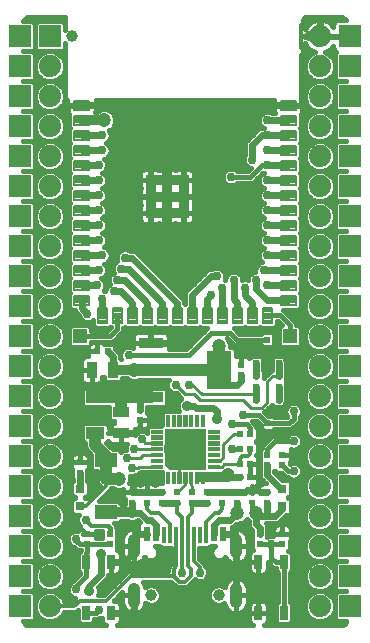
<source format=gtl>
G75*
%MOIN*%
%OFA0B0*%
%FSLAX25Y25*%
%IPPOS*%
%LPD*%
%AMOC8*
5,1,8,0,0,1.08239X$1,22.5*
%
%ADD10R,0.07400X0.07400*%
%ADD11C,0.07400*%
%ADD12R,0.02362X0.05118*%
%ADD13R,0.01181X0.05709*%
%ADD14C,0.04134*%
%ADD15R,0.02559X0.04724*%
%ADD16R,0.08465X0.03740*%
%ADD17R,0.08465X0.12795*%
%ADD18R,0.02441X0.02441*%
%ADD19R,0.07480X0.04724*%
%ADD20R,0.05512X0.03543*%
%ADD21R,0.03543X0.05512*%
%ADD22R,0.03150X0.03150*%
%ADD23R,0.01969X0.01575*%
%ADD24R,0.01969X0.02362*%
%ADD25C,0.03937*%
%ADD26C,0.00780*%
%ADD27R,0.03543X0.03543*%
%ADD28R,0.04724X0.04724*%
%ADD29C,0.00080*%
%ADD30R,0.11024X0.11024*%
%ADD31C,0.00012*%
%ADD32R,0.06299X0.03937*%
%ADD33C,0.02953*%
%ADD34C,0.01200*%
%ADD35C,0.03200*%
%ADD36C,0.02400*%
%ADD37C,0.01600*%
%ADD38C,0.01000*%
%ADD39C,0.04724*%
%ADD40C,0.04000*%
%ADD41C,0.03543*%
D10*
X0007083Y0010050D03*
X0007083Y0020050D03*
X0007083Y0030050D03*
X0007083Y0040050D03*
X0007083Y0050050D03*
X0007083Y0060050D03*
X0007083Y0070050D03*
X0007083Y0080050D03*
X0007083Y0090050D03*
X0007083Y0100050D03*
X0007083Y0110050D03*
X0007083Y0120050D03*
X0007083Y0130050D03*
X0007083Y0140050D03*
X0007083Y0150050D03*
X0007083Y0160050D03*
X0007083Y0170050D03*
X0007083Y0180050D03*
X0007083Y0190050D03*
X0007083Y0200050D03*
X0017083Y0200050D03*
X0117083Y0200050D03*
X0117083Y0190050D03*
X0117083Y0180050D03*
X0117083Y0170050D03*
X0117083Y0160050D03*
X0117083Y0150050D03*
X0117083Y0140050D03*
X0117083Y0130050D03*
X0117083Y0120050D03*
X0117083Y0110050D03*
X0117083Y0100050D03*
X0117083Y0090050D03*
X0117083Y0080050D03*
X0117083Y0070050D03*
X0117083Y0060050D03*
X0117083Y0050050D03*
X0117083Y0040050D03*
X0117083Y0030050D03*
X0117083Y0020050D03*
X0117083Y0010050D03*
D11*
X0107083Y0010050D03*
X0107083Y0020050D03*
X0107083Y0030050D03*
X0107083Y0040050D03*
X0107083Y0050050D03*
X0107083Y0060050D03*
X0107083Y0070050D03*
X0107083Y0080050D03*
X0107083Y0090050D03*
X0107083Y0100050D03*
X0107083Y0110050D03*
X0107083Y0120050D03*
X0107083Y0130050D03*
X0107083Y0140050D03*
X0107083Y0150050D03*
X0107083Y0160050D03*
X0107083Y0170050D03*
X0107083Y0180050D03*
X0107083Y0190050D03*
X0107083Y0200050D03*
X0017083Y0190050D03*
X0017083Y0180050D03*
X0017083Y0170050D03*
X0017083Y0160050D03*
X0017083Y0150050D03*
X0017083Y0140050D03*
X0017083Y0130050D03*
X0017083Y0120050D03*
X0017083Y0110050D03*
X0017083Y0100050D03*
X0017083Y0090050D03*
X0017083Y0080050D03*
X0017083Y0070050D03*
X0017083Y0060050D03*
X0017083Y0050050D03*
X0017083Y0040050D03*
X0017083Y0030050D03*
X0017083Y0020050D03*
X0017083Y0010050D03*
D12*
X0049287Y0034066D03*
X0052437Y0034066D03*
X0071728Y0034066D03*
X0074878Y0034066D03*
D13*
X0068972Y0033770D03*
X0067004Y0033770D03*
X0065035Y0033770D03*
X0063067Y0033770D03*
X0061098Y0033770D03*
X0059130Y0033770D03*
X0057161Y0033770D03*
X0055193Y0033770D03*
D14*
X0045075Y0032235D02*
X0045075Y0028101D01*
X0045075Y0015778D02*
X0045075Y0011644D01*
X0079091Y0011644D02*
X0079091Y0015778D01*
X0079091Y0028101D02*
X0079091Y0032235D01*
D15*
X0086600Y0024765D03*
X0095065Y0024765D03*
X0095065Y0007835D03*
X0086600Y0007835D03*
X0037565Y0007835D03*
X0029100Y0007835D03*
X0029100Y0024765D03*
X0037565Y0024765D03*
D16*
X0050665Y0079745D03*
X0050665Y0088800D03*
X0050665Y0097855D03*
D17*
X0073500Y0088800D03*
D18*
X0080833Y0087028D03*
X0080833Y0090572D03*
X0085833Y0086822D03*
X0085833Y0083278D03*
X0093333Y0083278D03*
X0093333Y0086822D03*
X0083854Y0067550D03*
X0080311Y0067550D03*
X0080311Y0062550D03*
X0080311Y0057550D03*
X0080311Y0053175D03*
X0083854Y0053175D03*
X0083854Y0057550D03*
X0083854Y0062550D03*
X0089583Y0060572D03*
X0089583Y0057028D03*
X0094583Y0057028D03*
X0094583Y0060572D03*
X0089583Y0048072D03*
X0089583Y0044528D03*
X0087083Y0034322D03*
X0087083Y0030778D03*
X0094583Y0030778D03*
X0094583Y0034322D03*
X0079583Y0044528D03*
X0079583Y0048072D03*
X0074583Y0048072D03*
X0074583Y0044528D03*
X0069583Y0044528D03*
X0069583Y0048072D03*
X0064583Y0048072D03*
X0064583Y0044528D03*
X0059583Y0044528D03*
X0059583Y0048072D03*
X0054583Y0048072D03*
X0054583Y0044528D03*
X0049583Y0044528D03*
X0049583Y0048072D03*
X0044583Y0048072D03*
X0044583Y0044528D03*
X0037083Y0034322D03*
X0037083Y0030778D03*
X0029583Y0030778D03*
X0029583Y0034322D03*
X0027083Y0054528D03*
X0027083Y0058072D03*
X0047083Y0072028D03*
X0047083Y0075572D03*
X0036354Y0095050D03*
X0032811Y0095050D03*
D19*
X0035833Y0058711D03*
X0035833Y0041389D03*
D20*
X0040833Y0067757D03*
X0040833Y0074843D03*
D21*
X0038126Y0088800D03*
X0031039Y0088800D03*
D22*
X0027083Y0049253D03*
X0027083Y0043347D03*
X0094583Y0043347D03*
X0094583Y0049253D03*
D23*
X0084583Y0047875D03*
X0084583Y0044725D03*
D24*
X0089583Y0071113D03*
X0093323Y0078987D03*
X0085843Y0078987D03*
X0085843Y0091113D03*
X0089583Y0098987D03*
X0093323Y0091113D03*
D25*
X0073333Y0013800D03*
X0050833Y0013800D03*
X0024426Y0200050D03*
D26*
X0025071Y0175628D02*
X0030197Y0175628D01*
X0025071Y0175628D02*
X0025071Y0178390D01*
X0030197Y0178390D01*
X0030197Y0175628D01*
X0030197Y0176407D02*
X0025071Y0176407D01*
X0025071Y0177186D02*
X0030197Y0177186D01*
X0030197Y0177965D02*
X0025071Y0177965D01*
X0025071Y0170628D02*
X0030197Y0170628D01*
X0025071Y0170628D02*
X0025071Y0173390D01*
X0030197Y0173390D01*
X0030197Y0170628D01*
X0030197Y0171407D02*
X0025071Y0171407D01*
X0025071Y0172186D02*
X0030197Y0172186D01*
X0030197Y0172965D02*
X0025071Y0172965D01*
X0025071Y0165628D02*
X0030197Y0165628D01*
X0025071Y0165628D02*
X0025071Y0168390D01*
X0030197Y0168390D01*
X0030197Y0165628D01*
X0030197Y0166407D02*
X0025071Y0166407D01*
X0025071Y0167186D02*
X0030197Y0167186D01*
X0030197Y0167965D02*
X0025071Y0167965D01*
X0025071Y0160628D02*
X0030197Y0160628D01*
X0025071Y0160628D02*
X0025071Y0163390D01*
X0030197Y0163390D01*
X0030197Y0160628D01*
X0030197Y0161407D02*
X0025071Y0161407D01*
X0025071Y0162186D02*
X0030197Y0162186D01*
X0030197Y0162965D02*
X0025071Y0162965D01*
X0025071Y0155628D02*
X0030197Y0155628D01*
X0025071Y0155628D02*
X0025071Y0158390D01*
X0030197Y0158390D01*
X0030197Y0155628D01*
X0030197Y0156407D02*
X0025071Y0156407D01*
X0025071Y0157186D02*
X0030197Y0157186D01*
X0030197Y0157965D02*
X0025071Y0157965D01*
X0025071Y0150628D02*
X0030197Y0150628D01*
X0025071Y0150628D02*
X0025071Y0153390D01*
X0030197Y0153390D01*
X0030197Y0150628D01*
X0030197Y0151407D02*
X0025071Y0151407D01*
X0025071Y0152186D02*
X0030197Y0152186D01*
X0030197Y0152965D02*
X0025071Y0152965D01*
X0025071Y0145628D02*
X0030197Y0145628D01*
X0025071Y0145628D02*
X0025071Y0148390D01*
X0030197Y0148390D01*
X0030197Y0145628D01*
X0030197Y0146407D02*
X0025071Y0146407D01*
X0025071Y0147186D02*
X0030197Y0147186D01*
X0030197Y0147965D02*
X0025071Y0147965D01*
X0025071Y0140628D02*
X0030197Y0140628D01*
X0025071Y0140628D02*
X0025071Y0143390D01*
X0030197Y0143390D01*
X0030197Y0140628D01*
X0030197Y0141407D02*
X0025071Y0141407D01*
X0025071Y0142186D02*
X0030197Y0142186D01*
X0030197Y0142965D02*
X0025071Y0142965D01*
X0025071Y0135628D02*
X0030197Y0135628D01*
X0025071Y0135628D02*
X0025071Y0138390D01*
X0030197Y0138390D01*
X0030197Y0135628D01*
X0030197Y0136407D02*
X0025071Y0136407D01*
X0025071Y0137186D02*
X0030197Y0137186D01*
X0030197Y0137965D02*
X0025071Y0137965D01*
X0025071Y0130628D02*
X0030197Y0130628D01*
X0025071Y0130628D02*
X0025071Y0133390D01*
X0030197Y0133390D01*
X0030197Y0130628D01*
X0030197Y0131407D02*
X0025071Y0131407D01*
X0025071Y0132186D02*
X0030197Y0132186D01*
X0030197Y0132965D02*
X0025071Y0132965D01*
X0025071Y0125628D02*
X0030197Y0125628D01*
X0025071Y0125628D02*
X0025071Y0128390D01*
X0030197Y0128390D01*
X0030197Y0125628D01*
X0030197Y0126407D02*
X0025071Y0126407D01*
X0025071Y0127186D02*
X0030197Y0127186D01*
X0030197Y0127965D02*
X0025071Y0127965D01*
X0025071Y0120628D02*
X0030197Y0120628D01*
X0025071Y0120628D02*
X0025071Y0123390D01*
X0030197Y0123390D01*
X0030197Y0120628D01*
X0030197Y0121407D02*
X0025071Y0121407D01*
X0025071Y0122186D02*
X0030197Y0122186D01*
X0030197Y0122965D02*
X0025071Y0122965D01*
X0025071Y0115628D02*
X0030197Y0115628D01*
X0025071Y0115628D02*
X0025071Y0118390D01*
X0030197Y0118390D01*
X0030197Y0115628D01*
X0030197Y0116407D02*
X0025071Y0116407D01*
X0025071Y0117186D02*
X0030197Y0117186D01*
X0030197Y0117965D02*
X0025071Y0117965D01*
X0025071Y0110628D02*
X0030197Y0110628D01*
X0025071Y0110628D02*
X0025071Y0113390D01*
X0030197Y0113390D01*
X0030197Y0110628D01*
X0030197Y0111407D02*
X0025071Y0111407D01*
X0025071Y0112186D02*
X0030197Y0112186D01*
X0030197Y0112965D02*
X0025071Y0112965D01*
X0035964Y0109650D02*
X0035964Y0104524D01*
X0033202Y0104524D01*
X0033202Y0109650D01*
X0035964Y0109650D01*
X0035964Y0105303D02*
X0033202Y0105303D01*
X0033202Y0106082D02*
X0035964Y0106082D01*
X0035964Y0106861D02*
X0033202Y0106861D01*
X0033202Y0107640D02*
X0035964Y0107640D01*
X0035964Y0108419D02*
X0033202Y0108419D01*
X0033202Y0109198D02*
X0035964Y0109198D01*
X0040964Y0109650D02*
X0040964Y0104524D01*
X0038202Y0104524D01*
X0038202Y0109650D01*
X0040964Y0109650D01*
X0040964Y0105303D02*
X0038202Y0105303D01*
X0038202Y0106082D02*
X0040964Y0106082D01*
X0040964Y0106861D02*
X0038202Y0106861D01*
X0038202Y0107640D02*
X0040964Y0107640D01*
X0040964Y0108419D02*
X0038202Y0108419D01*
X0038202Y0109198D02*
X0040964Y0109198D01*
X0045964Y0109650D02*
X0045964Y0104524D01*
X0043202Y0104524D01*
X0043202Y0109650D01*
X0045964Y0109650D01*
X0045964Y0105303D02*
X0043202Y0105303D01*
X0043202Y0106082D02*
X0045964Y0106082D01*
X0045964Y0106861D02*
X0043202Y0106861D01*
X0043202Y0107640D02*
X0045964Y0107640D01*
X0045964Y0108419D02*
X0043202Y0108419D01*
X0043202Y0109198D02*
X0045964Y0109198D01*
X0050964Y0109650D02*
X0050964Y0104524D01*
X0048202Y0104524D01*
X0048202Y0109650D01*
X0050964Y0109650D01*
X0050964Y0105303D02*
X0048202Y0105303D01*
X0048202Y0106082D02*
X0050964Y0106082D01*
X0050964Y0106861D02*
X0048202Y0106861D01*
X0048202Y0107640D02*
X0050964Y0107640D01*
X0050964Y0108419D02*
X0048202Y0108419D01*
X0048202Y0109198D02*
X0050964Y0109198D01*
X0055964Y0109650D02*
X0055964Y0104524D01*
X0053202Y0104524D01*
X0053202Y0109650D01*
X0055964Y0109650D01*
X0055964Y0105303D02*
X0053202Y0105303D01*
X0053202Y0106082D02*
X0055964Y0106082D01*
X0055964Y0106861D02*
X0053202Y0106861D01*
X0053202Y0107640D02*
X0055964Y0107640D01*
X0055964Y0108419D02*
X0053202Y0108419D01*
X0053202Y0109198D02*
X0055964Y0109198D01*
X0060964Y0109650D02*
X0060964Y0104524D01*
X0058202Y0104524D01*
X0058202Y0109650D01*
X0060964Y0109650D01*
X0060964Y0105303D02*
X0058202Y0105303D01*
X0058202Y0106082D02*
X0060964Y0106082D01*
X0060964Y0106861D02*
X0058202Y0106861D01*
X0058202Y0107640D02*
X0060964Y0107640D01*
X0060964Y0108419D02*
X0058202Y0108419D01*
X0058202Y0109198D02*
X0060964Y0109198D01*
X0065964Y0109650D02*
X0065964Y0104524D01*
X0063202Y0104524D01*
X0063202Y0109650D01*
X0065964Y0109650D01*
X0065964Y0105303D02*
X0063202Y0105303D01*
X0063202Y0106082D02*
X0065964Y0106082D01*
X0065964Y0106861D02*
X0063202Y0106861D01*
X0063202Y0107640D02*
X0065964Y0107640D01*
X0065964Y0108419D02*
X0063202Y0108419D01*
X0063202Y0109198D02*
X0065964Y0109198D01*
X0070964Y0109650D02*
X0070964Y0104524D01*
X0068202Y0104524D01*
X0068202Y0109650D01*
X0070964Y0109650D01*
X0070964Y0105303D02*
X0068202Y0105303D01*
X0068202Y0106082D02*
X0070964Y0106082D01*
X0070964Y0106861D02*
X0068202Y0106861D01*
X0068202Y0107640D02*
X0070964Y0107640D01*
X0070964Y0108419D02*
X0068202Y0108419D01*
X0068202Y0109198D02*
X0070964Y0109198D01*
X0075964Y0109650D02*
X0075964Y0104524D01*
X0073202Y0104524D01*
X0073202Y0109650D01*
X0075964Y0109650D01*
X0075964Y0105303D02*
X0073202Y0105303D01*
X0073202Y0106082D02*
X0075964Y0106082D01*
X0075964Y0106861D02*
X0073202Y0106861D01*
X0073202Y0107640D02*
X0075964Y0107640D01*
X0075964Y0108419D02*
X0073202Y0108419D01*
X0073202Y0109198D02*
X0075964Y0109198D01*
X0080964Y0109650D02*
X0080964Y0104524D01*
X0078202Y0104524D01*
X0078202Y0109650D01*
X0080964Y0109650D01*
X0080964Y0105303D02*
X0078202Y0105303D01*
X0078202Y0106082D02*
X0080964Y0106082D01*
X0080964Y0106861D02*
X0078202Y0106861D01*
X0078202Y0107640D02*
X0080964Y0107640D01*
X0080964Y0108419D02*
X0078202Y0108419D01*
X0078202Y0109198D02*
X0080964Y0109198D01*
X0085964Y0109650D02*
X0085964Y0104524D01*
X0083202Y0104524D01*
X0083202Y0109650D01*
X0085964Y0109650D01*
X0085964Y0105303D02*
X0083202Y0105303D01*
X0083202Y0106082D02*
X0085964Y0106082D01*
X0085964Y0106861D02*
X0083202Y0106861D01*
X0083202Y0107640D02*
X0085964Y0107640D01*
X0085964Y0108419D02*
X0083202Y0108419D01*
X0083202Y0109198D02*
X0085964Y0109198D01*
X0090964Y0109650D02*
X0090964Y0104524D01*
X0088202Y0104524D01*
X0088202Y0109650D01*
X0090964Y0109650D01*
X0090964Y0105303D02*
X0088202Y0105303D01*
X0088202Y0106082D02*
X0090964Y0106082D01*
X0090964Y0106861D02*
X0088202Y0106861D01*
X0088202Y0107640D02*
X0090964Y0107640D01*
X0090964Y0108419D02*
X0088202Y0108419D01*
X0088202Y0109198D02*
X0090964Y0109198D01*
X0093968Y0113390D02*
X0099094Y0113390D01*
X0099094Y0110628D01*
X0093968Y0110628D01*
X0093968Y0113390D01*
X0093968Y0111407D02*
X0099094Y0111407D01*
X0099094Y0112186D02*
X0093968Y0112186D01*
X0093968Y0112965D02*
X0099094Y0112965D01*
X0099094Y0118390D02*
X0093968Y0118390D01*
X0099094Y0118390D02*
X0099094Y0115628D01*
X0093968Y0115628D01*
X0093968Y0118390D01*
X0093968Y0116407D02*
X0099094Y0116407D01*
X0099094Y0117186D02*
X0093968Y0117186D01*
X0093968Y0117965D02*
X0099094Y0117965D01*
X0099094Y0123390D02*
X0093968Y0123390D01*
X0099094Y0123390D02*
X0099094Y0120628D01*
X0093968Y0120628D01*
X0093968Y0123390D01*
X0093968Y0121407D02*
X0099094Y0121407D01*
X0099094Y0122186D02*
X0093968Y0122186D01*
X0093968Y0122965D02*
X0099094Y0122965D01*
X0099094Y0128390D02*
X0093968Y0128390D01*
X0099094Y0128390D02*
X0099094Y0125628D01*
X0093968Y0125628D01*
X0093968Y0128390D01*
X0093968Y0126407D02*
X0099094Y0126407D01*
X0099094Y0127186D02*
X0093968Y0127186D01*
X0093968Y0127965D02*
X0099094Y0127965D01*
X0099094Y0133390D02*
X0093968Y0133390D01*
X0099094Y0133390D02*
X0099094Y0130628D01*
X0093968Y0130628D01*
X0093968Y0133390D01*
X0093968Y0131407D02*
X0099094Y0131407D01*
X0099094Y0132186D02*
X0093968Y0132186D01*
X0093968Y0132965D02*
X0099094Y0132965D01*
X0099094Y0138390D02*
X0093968Y0138390D01*
X0099094Y0138390D02*
X0099094Y0135628D01*
X0093968Y0135628D01*
X0093968Y0138390D01*
X0093968Y0136407D02*
X0099094Y0136407D01*
X0099094Y0137186D02*
X0093968Y0137186D01*
X0093968Y0137965D02*
X0099094Y0137965D01*
X0099094Y0143390D02*
X0093968Y0143390D01*
X0099094Y0143390D02*
X0099094Y0140628D01*
X0093968Y0140628D01*
X0093968Y0143390D01*
X0093968Y0141407D02*
X0099094Y0141407D01*
X0099094Y0142186D02*
X0093968Y0142186D01*
X0093968Y0142965D02*
X0099094Y0142965D01*
X0099094Y0148390D02*
X0093968Y0148390D01*
X0099094Y0148390D02*
X0099094Y0145628D01*
X0093968Y0145628D01*
X0093968Y0148390D01*
X0093968Y0146407D02*
X0099094Y0146407D01*
X0099094Y0147186D02*
X0093968Y0147186D01*
X0093968Y0147965D02*
X0099094Y0147965D01*
X0099094Y0153390D02*
X0093968Y0153390D01*
X0099094Y0153390D02*
X0099094Y0150628D01*
X0093968Y0150628D01*
X0093968Y0153390D01*
X0093968Y0151407D02*
X0099094Y0151407D01*
X0099094Y0152186D02*
X0093968Y0152186D01*
X0093968Y0152965D02*
X0099094Y0152965D01*
X0099094Y0158390D02*
X0093968Y0158390D01*
X0099094Y0158390D02*
X0099094Y0155628D01*
X0093968Y0155628D01*
X0093968Y0158390D01*
X0093968Y0156407D02*
X0099094Y0156407D01*
X0099094Y0157186D02*
X0093968Y0157186D01*
X0093968Y0157965D02*
X0099094Y0157965D01*
X0099094Y0163390D02*
X0093968Y0163390D01*
X0099094Y0163390D02*
X0099094Y0160628D01*
X0093968Y0160628D01*
X0093968Y0163390D01*
X0093968Y0161407D02*
X0099094Y0161407D01*
X0099094Y0162186D02*
X0093968Y0162186D01*
X0093968Y0162965D02*
X0099094Y0162965D01*
X0099094Y0168390D02*
X0093968Y0168390D01*
X0099094Y0168390D02*
X0099094Y0165628D01*
X0093968Y0165628D01*
X0093968Y0168390D01*
X0093968Y0166407D02*
X0099094Y0166407D01*
X0099094Y0167186D02*
X0093968Y0167186D01*
X0093968Y0167965D02*
X0099094Y0167965D01*
X0099094Y0173390D02*
X0093968Y0173390D01*
X0099094Y0173390D02*
X0099094Y0170628D01*
X0093968Y0170628D01*
X0093968Y0173390D01*
X0093968Y0171407D02*
X0099094Y0171407D01*
X0099094Y0172186D02*
X0093968Y0172186D01*
X0093968Y0172965D02*
X0099094Y0172965D01*
X0099094Y0178390D02*
X0093968Y0178390D01*
X0099094Y0178390D02*
X0099094Y0175628D01*
X0093968Y0175628D01*
X0093968Y0178390D01*
X0093968Y0176407D02*
X0099094Y0176407D01*
X0099094Y0177186D02*
X0093968Y0177186D01*
X0093968Y0177965D02*
X0099094Y0177965D01*
D27*
X0061689Y0152127D03*
X0061689Y0146615D03*
X0061689Y0141103D03*
X0056177Y0141103D03*
X0056177Y0146615D03*
X0056177Y0152127D03*
X0050665Y0152127D03*
X0050665Y0146615D03*
X0050665Y0141103D03*
D28*
X0027083Y0100050D03*
X0097083Y0100050D03*
D29*
X0073361Y0068987D02*
X0069701Y0068987D01*
X0073361Y0068987D02*
X0073361Y0067925D01*
X0069701Y0067925D01*
X0069701Y0068987D01*
X0069701Y0068004D02*
X0073361Y0068004D01*
X0073361Y0068083D02*
X0069701Y0068083D01*
X0069701Y0068162D02*
X0073361Y0068162D01*
X0073361Y0068241D02*
X0069701Y0068241D01*
X0069701Y0068320D02*
X0073361Y0068320D01*
X0073361Y0068399D02*
X0069701Y0068399D01*
X0069701Y0068478D02*
X0073361Y0068478D01*
X0073361Y0068557D02*
X0069701Y0068557D01*
X0069701Y0068636D02*
X0073361Y0068636D01*
X0073361Y0068715D02*
X0069701Y0068715D01*
X0069701Y0068794D02*
X0073361Y0068794D01*
X0073361Y0068873D02*
X0069701Y0068873D01*
X0069701Y0068952D02*
X0073361Y0068952D01*
X0073361Y0067018D02*
X0069701Y0067018D01*
X0073361Y0067018D02*
X0073361Y0065956D01*
X0069701Y0065956D01*
X0069701Y0067018D01*
X0069701Y0066035D02*
X0073361Y0066035D01*
X0073361Y0066114D02*
X0069701Y0066114D01*
X0069701Y0066193D02*
X0073361Y0066193D01*
X0073361Y0066272D02*
X0069701Y0066272D01*
X0069701Y0066351D02*
X0073361Y0066351D01*
X0073361Y0066430D02*
X0069701Y0066430D01*
X0069701Y0066509D02*
X0073361Y0066509D01*
X0073361Y0066588D02*
X0069701Y0066588D01*
X0069701Y0066667D02*
X0073361Y0066667D01*
X0073361Y0066746D02*
X0069701Y0066746D01*
X0069701Y0066825D02*
X0073361Y0066825D01*
X0073361Y0066904D02*
X0069701Y0066904D01*
X0069701Y0066983D02*
X0073361Y0066983D01*
X0073361Y0065050D02*
X0069701Y0065050D01*
X0073361Y0065050D02*
X0073361Y0063988D01*
X0069701Y0063988D01*
X0069701Y0065050D01*
X0069701Y0064067D02*
X0073361Y0064067D01*
X0073361Y0064146D02*
X0069701Y0064146D01*
X0069701Y0064225D02*
X0073361Y0064225D01*
X0073361Y0064304D02*
X0069701Y0064304D01*
X0069701Y0064383D02*
X0073361Y0064383D01*
X0073361Y0064462D02*
X0069701Y0064462D01*
X0069701Y0064541D02*
X0073361Y0064541D01*
X0073361Y0064620D02*
X0069701Y0064620D01*
X0069701Y0064699D02*
X0073361Y0064699D01*
X0073361Y0064778D02*
X0069701Y0064778D01*
X0069701Y0064857D02*
X0073361Y0064857D01*
X0073361Y0064936D02*
X0069701Y0064936D01*
X0069701Y0065015D02*
X0073361Y0065015D01*
X0073361Y0063081D02*
X0069701Y0063081D01*
X0073361Y0063081D02*
X0073361Y0062019D01*
X0069701Y0062019D01*
X0069701Y0063081D01*
X0069701Y0062098D02*
X0073361Y0062098D01*
X0073361Y0062177D02*
X0069701Y0062177D01*
X0069701Y0062256D02*
X0073361Y0062256D01*
X0073361Y0062335D02*
X0069701Y0062335D01*
X0069701Y0062414D02*
X0073361Y0062414D01*
X0073361Y0062493D02*
X0069701Y0062493D01*
X0069701Y0062572D02*
X0073361Y0062572D01*
X0073361Y0062651D02*
X0069701Y0062651D01*
X0069701Y0062730D02*
X0073361Y0062730D01*
X0073361Y0062809D02*
X0069701Y0062809D01*
X0069701Y0062888D02*
X0073361Y0062888D01*
X0073361Y0062967D02*
X0069701Y0062967D01*
X0069701Y0063046D02*
X0073361Y0063046D01*
X0073361Y0061112D02*
X0069701Y0061112D01*
X0073361Y0061112D02*
X0073361Y0060050D01*
X0069701Y0060050D01*
X0069701Y0061112D01*
X0069701Y0060129D02*
X0073361Y0060129D01*
X0073361Y0060208D02*
X0069701Y0060208D01*
X0069701Y0060287D02*
X0073361Y0060287D01*
X0073361Y0060366D02*
X0069701Y0060366D01*
X0069701Y0060445D02*
X0073361Y0060445D01*
X0073361Y0060524D02*
X0069701Y0060524D01*
X0069701Y0060603D02*
X0073361Y0060603D01*
X0073361Y0060682D02*
X0069701Y0060682D01*
X0069701Y0060761D02*
X0073361Y0060761D01*
X0073361Y0060840D02*
X0069701Y0060840D01*
X0069701Y0060919D02*
X0073361Y0060919D01*
X0073361Y0060998D02*
X0069701Y0060998D01*
X0069701Y0061077D02*
X0073361Y0061077D01*
X0073361Y0059144D02*
X0069701Y0059144D01*
X0073361Y0059144D02*
X0073361Y0058082D01*
X0069701Y0058082D01*
X0069701Y0059144D01*
X0069701Y0058161D02*
X0073361Y0058161D01*
X0073361Y0058240D02*
X0069701Y0058240D01*
X0069701Y0058319D02*
X0073361Y0058319D01*
X0073361Y0058398D02*
X0069701Y0058398D01*
X0069701Y0058477D02*
X0073361Y0058477D01*
X0073361Y0058556D02*
X0069701Y0058556D01*
X0069701Y0058635D02*
X0073361Y0058635D01*
X0073361Y0058714D02*
X0069701Y0058714D01*
X0069701Y0058793D02*
X0073361Y0058793D01*
X0073361Y0058872D02*
X0069701Y0058872D01*
X0069701Y0058951D02*
X0073361Y0058951D01*
X0073361Y0059030D02*
X0069701Y0059030D01*
X0069701Y0059109D02*
X0073361Y0059109D01*
X0073361Y0057175D02*
X0069701Y0057175D01*
X0073361Y0057175D02*
X0073361Y0056113D01*
X0069701Y0056113D01*
X0069701Y0057175D01*
X0069701Y0056192D02*
X0073361Y0056192D01*
X0073361Y0056271D02*
X0069701Y0056271D01*
X0069701Y0056350D02*
X0073361Y0056350D01*
X0073361Y0056429D02*
X0069701Y0056429D01*
X0069701Y0056508D02*
X0073361Y0056508D01*
X0073361Y0056587D02*
X0069701Y0056587D01*
X0069701Y0056666D02*
X0073361Y0056666D01*
X0073361Y0056745D02*
X0069701Y0056745D01*
X0069701Y0056824D02*
X0073361Y0056824D01*
X0073361Y0056903D02*
X0069701Y0056903D01*
X0069701Y0056982D02*
X0073361Y0056982D01*
X0073361Y0057061D02*
X0069701Y0057061D01*
X0069701Y0057140D02*
X0073361Y0057140D01*
X0068519Y0054931D02*
X0068519Y0051271D01*
X0067457Y0051271D01*
X0067457Y0054931D01*
X0068519Y0054931D01*
X0068519Y0051350D02*
X0067457Y0051350D01*
X0067457Y0051429D02*
X0068519Y0051429D01*
X0068519Y0051508D02*
X0067457Y0051508D01*
X0067457Y0051587D02*
X0068519Y0051587D01*
X0068519Y0051666D02*
X0067457Y0051666D01*
X0067457Y0051745D02*
X0068519Y0051745D01*
X0068519Y0051824D02*
X0067457Y0051824D01*
X0067457Y0051903D02*
X0068519Y0051903D01*
X0068519Y0051982D02*
X0067457Y0051982D01*
X0067457Y0052061D02*
X0068519Y0052061D01*
X0068519Y0052140D02*
X0067457Y0052140D01*
X0067457Y0052219D02*
X0068519Y0052219D01*
X0068519Y0052298D02*
X0067457Y0052298D01*
X0067457Y0052377D02*
X0068519Y0052377D01*
X0068519Y0052456D02*
X0067457Y0052456D01*
X0067457Y0052535D02*
X0068519Y0052535D01*
X0068519Y0052614D02*
X0067457Y0052614D01*
X0067457Y0052693D02*
X0068519Y0052693D01*
X0068519Y0052772D02*
X0067457Y0052772D01*
X0067457Y0052851D02*
X0068519Y0052851D01*
X0068519Y0052930D02*
X0067457Y0052930D01*
X0067457Y0053009D02*
X0068519Y0053009D01*
X0068519Y0053088D02*
X0067457Y0053088D01*
X0067457Y0053167D02*
X0068519Y0053167D01*
X0068519Y0053246D02*
X0067457Y0053246D01*
X0067457Y0053325D02*
X0068519Y0053325D01*
X0068519Y0053404D02*
X0067457Y0053404D01*
X0067457Y0053483D02*
X0068519Y0053483D01*
X0068519Y0053562D02*
X0067457Y0053562D01*
X0067457Y0053641D02*
X0068519Y0053641D01*
X0068519Y0053720D02*
X0067457Y0053720D01*
X0067457Y0053799D02*
X0068519Y0053799D01*
X0068519Y0053878D02*
X0067457Y0053878D01*
X0067457Y0053957D02*
X0068519Y0053957D01*
X0068519Y0054036D02*
X0067457Y0054036D01*
X0067457Y0054115D02*
X0068519Y0054115D01*
X0068519Y0054194D02*
X0067457Y0054194D01*
X0067457Y0054273D02*
X0068519Y0054273D01*
X0068519Y0054352D02*
X0067457Y0054352D01*
X0067457Y0054431D02*
X0068519Y0054431D01*
X0068519Y0054510D02*
X0067457Y0054510D01*
X0067457Y0054589D02*
X0068519Y0054589D01*
X0068519Y0054668D02*
X0067457Y0054668D01*
X0067457Y0054747D02*
X0068519Y0054747D01*
X0068519Y0054826D02*
X0067457Y0054826D01*
X0067457Y0054905D02*
X0068519Y0054905D01*
X0066551Y0054931D02*
X0066551Y0051271D01*
X0065489Y0051271D01*
X0065489Y0054931D01*
X0066551Y0054931D01*
X0066551Y0051350D02*
X0065489Y0051350D01*
X0065489Y0051429D02*
X0066551Y0051429D01*
X0066551Y0051508D02*
X0065489Y0051508D01*
X0065489Y0051587D02*
X0066551Y0051587D01*
X0066551Y0051666D02*
X0065489Y0051666D01*
X0065489Y0051745D02*
X0066551Y0051745D01*
X0066551Y0051824D02*
X0065489Y0051824D01*
X0065489Y0051903D02*
X0066551Y0051903D01*
X0066551Y0051982D02*
X0065489Y0051982D01*
X0065489Y0052061D02*
X0066551Y0052061D01*
X0066551Y0052140D02*
X0065489Y0052140D01*
X0065489Y0052219D02*
X0066551Y0052219D01*
X0066551Y0052298D02*
X0065489Y0052298D01*
X0065489Y0052377D02*
X0066551Y0052377D01*
X0066551Y0052456D02*
X0065489Y0052456D01*
X0065489Y0052535D02*
X0066551Y0052535D01*
X0066551Y0052614D02*
X0065489Y0052614D01*
X0065489Y0052693D02*
X0066551Y0052693D01*
X0066551Y0052772D02*
X0065489Y0052772D01*
X0065489Y0052851D02*
X0066551Y0052851D01*
X0066551Y0052930D02*
X0065489Y0052930D01*
X0065489Y0053009D02*
X0066551Y0053009D01*
X0066551Y0053088D02*
X0065489Y0053088D01*
X0065489Y0053167D02*
X0066551Y0053167D01*
X0066551Y0053246D02*
X0065489Y0053246D01*
X0065489Y0053325D02*
X0066551Y0053325D01*
X0066551Y0053404D02*
X0065489Y0053404D01*
X0065489Y0053483D02*
X0066551Y0053483D01*
X0066551Y0053562D02*
X0065489Y0053562D01*
X0065489Y0053641D02*
X0066551Y0053641D01*
X0066551Y0053720D02*
X0065489Y0053720D01*
X0065489Y0053799D02*
X0066551Y0053799D01*
X0066551Y0053878D02*
X0065489Y0053878D01*
X0065489Y0053957D02*
X0066551Y0053957D01*
X0066551Y0054036D02*
X0065489Y0054036D01*
X0065489Y0054115D02*
X0066551Y0054115D01*
X0066551Y0054194D02*
X0065489Y0054194D01*
X0065489Y0054273D02*
X0066551Y0054273D01*
X0066551Y0054352D02*
X0065489Y0054352D01*
X0065489Y0054431D02*
X0066551Y0054431D01*
X0066551Y0054510D02*
X0065489Y0054510D01*
X0065489Y0054589D02*
X0066551Y0054589D01*
X0066551Y0054668D02*
X0065489Y0054668D01*
X0065489Y0054747D02*
X0066551Y0054747D01*
X0066551Y0054826D02*
X0065489Y0054826D01*
X0065489Y0054905D02*
X0066551Y0054905D01*
X0064582Y0054931D02*
X0064582Y0051271D01*
X0063520Y0051271D01*
X0063520Y0054931D01*
X0064582Y0054931D01*
X0064582Y0051350D02*
X0063520Y0051350D01*
X0063520Y0051429D02*
X0064582Y0051429D01*
X0064582Y0051508D02*
X0063520Y0051508D01*
X0063520Y0051587D02*
X0064582Y0051587D01*
X0064582Y0051666D02*
X0063520Y0051666D01*
X0063520Y0051745D02*
X0064582Y0051745D01*
X0064582Y0051824D02*
X0063520Y0051824D01*
X0063520Y0051903D02*
X0064582Y0051903D01*
X0064582Y0051982D02*
X0063520Y0051982D01*
X0063520Y0052061D02*
X0064582Y0052061D01*
X0064582Y0052140D02*
X0063520Y0052140D01*
X0063520Y0052219D02*
X0064582Y0052219D01*
X0064582Y0052298D02*
X0063520Y0052298D01*
X0063520Y0052377D02*
X0064582Y0052377D01*
X0064582Y0052456D02*
X0063520Y0052456D01*
X0063520Y0052535D02*
X0064582Y0052535D01*
X0064582Y0052614D02*
X0063520Y0052614D01*
X0063520Y0052693D02*
X0064582Y0052693D01*
X0064582Y0052772D02*
X0063520Y0052772D01*
X0063520Y0052851D02*
X0064582Y0052851D01*
X0064582Y0052930D02*
X0063520Y0052930D01*
X0063520Y0053009D02*
X0064582Y0053009D01*
X0064582Y0053088D02*
X0063520Y0053088D01*
X0063520Y0053167D02*
X0064582Y0053167D01*
X0064582Y0053246D02*
X0063520Y0053246D01*
X0063520Y0053325D02*
X0064582Y0053325D01*
X0064582Y0053404D02*
X0063520Y0053404D01*
X0063520Y0053483D02*
X0064582Y0053483D01*
X0064582Y0053562D02*
X0063520Y0053562D01*
X0063520Y0053641D02*
X0064582Y0053641D01*
X0064582Y0053720D02*
X0063520Y0053720D01*
X0063520Y0053799D02*
X0064582Y0053799D01*
X0064582Y0053878D02*
X0063520Y0053878D01*
X0063520Y0053957D02*
X0064582Y0053957D01*
X0064582Y0054036D02*
X0063520Y0054036D01*
X0063520Y0054115D02*
X0064582Y0054115D01*
X0064582Y0054194D02*
X0063520Y0054194D01*
X0063520Y0054273D02*
X0064582Y0054273D01*
X0064582Y0054352D02*
X0063520Y0054352D01*
X0063520Y0054431D02*
X0064582Y0054431D01*
X0064582Y0054510D02*
X0063520Y0054510D01*
X0063520Y0054589D02*
X0064582Y0054589D01*
X0064582Y0054668D02*
X0063520Y0054668D01*
X0063520Y0054747D02*
X0064582Y0054747D01*
X0064582Y0054826D02*
X0063520Y0054826D01*
X0063520Y0054905D02*
X0064582Y0054905D01*
X0062614Y0054931D02*
X0062614Y0051271D01*
X0061552Y0051271D01*
X0061552Y0054931D01*
X0062614Y0054931D01*
X0062614Y0051350D02*
X0061552Y0051350D01*
X0061552Y0051429D02*
X0062614Y0051429D01*
X0062614Y0051508D02*
X0061552Y0051508D01*
X0061552Y0051587D02*
X0062614Y0051587D01*
X0062614Y0051666D02*
X0061552Y0051666D01*
X0061552Y0051745D02*
X0062614Y0051745D01*
X0062614Y0051824D02*
X0061552Y0051824D01*
X0061552Y0051903D02*
X0062614Y0051903D01*
X0062614Y0051982D02*
X0061552Y0051982D01*
X0061552Y0052061D02*
X0062614Y0052061D01*
X0062614Y0052140D02*
X0061552Y0052140D01*
X0061552Y0052219D02*
X0062614Y0052219D01*
X0062614Y0052298D02*
X0061552Y0052298D01*
X0061552Y0052377D02*
X0062614Y0052377D01*
X0062614Y0052456D02*
X0061552Y0052456D01*
X0061552Y0052535D02*
X0062614Y0052535D01*
X0062614Y0052614D02*
X0061552Y0052614D01*
X0061552Y0052693D02*
X0062614Y0052693D01*
X0062614Y0052772D02*
X0061552Y0052772D01*
X0061552Y0052851D02*
X0062614Y0052851D01*
X0062614Y0052930D02*
X0061552Y0052930D01*
X0061552Y0053009D02*
X0062614Y0053009D01*
X0062614Y0053088D02*
X0061552Y0053088D01*
X0061552Y0053167D02*
X0062614Y0053167D01*
X0062614Y0053246D02*
X0061552Y0053246D01*
X0061552Y0053325D02*
X0062614Y0053325D01*
X0062614Y0053404D02*
X0061552Y0053404D01*
X0061552Y0053483D02*
X0062614Y0053483D01*
X0062614Y0053562D02*
X0061552Y0053562D01*
X0061552Y0053641D02*
X0062614Y0053641D01*
X0062614Y0053720D02*
X0061552Y0053720D01*
X0061552Y0053799D02*
X0062614Y0053799D01*
X0062614Y0053878D02*
X0061552Y0053878D01*
X0061552Y0053957D02*
X0062614Y0053957D01*
X0062614Y0054036D02*
X0061552Y0054036D01*
X0061552Y0054115D02*
X0062614Y0054115D01*
X0062614Y0054194D02*
X0061552Y0054194D01*
X0061552Y0054273D02*
X0062614Y0054273D01*
X0062614Y0054352D02*
X0061552Y0054352D01*
X0061552Y0054431D02*
X0062614Y0054431D01*
X0062614Y0054510D02*
X0061552Y0054510D01*
X0061552Y0054589D02*
X0062614Y0054589D01*
X0062614Y0054668D02*
X0061552Y0054668D01*
X0061552Y0054747D02*
X0062614Y0054747D01*
X0062614Y0054826D02*
X0061552Y0054826D01*
X0061552Y0054905D02*
X0062614Y0054905D01*
X0060645Y0054931D02*
X0060645Y0051271D01*
X0059583Y0051271D01*
X0059583Y0054931D01*
X0060645Y0054931D01*
X0060645Y0051350D02*
X0059583Y0051350D01*
X0059583Y0051429D02*
X0060645Y0051429D01*
X0060645Y0051508D02*
X0059583Y0051508D01*
X0059583Y0051587D02*
X0060645Y0051587D01*
X0060645Y0051666D02*
X0059583Y0051666D01*
X0059583Y0051745D02*
X0060645Y0051745D01*
X0060645Y0051824D02*
X0059583Y0051824D01*
X0059583Y0051903D02*
X0060645Y0051903D01*
X0060645Y0051982D02*
X0059583Y0051982D01*
X0059583Y0052061D02*
X0060645Y0052061D01*
X0060645Y0052140D02*
X0059583Y0052140D01*
X0059583Y0052219D02*
X0060645Y0052219D01*
X0060645Y0052298D02*
X0059583Y0052298D01*
X0059583Y0052377D02*
X0060645Y0052377D01*
X0060645Y0052456D02*
X0059583Y0052456D01*
X0059583Y0052535D02*
X0060645Y0052535D01*
X0060645Y0052614D02*
X0059583Y0052614D01*
X0059583Y0052693D02*
X0060645Y0052693D01*
X0060645Y0052772D02*
X0059583Y0052772D01*
X0059583Y0052851D02*
X0060645Y0052851D01*
X0060645Y0052930D02*
X0059583Y0052930D01*
X0059583Y0053009D02*
X0060645Y0053009D01*
X0060645Y0053088D02*
X0059583Y0053088D01*
X0059583Y0053167D02*
X0060645Y0053167D01*
X0060645Y0053246D02*
X0059583Y0053246D01*
X0059583Y0053325D02*
X0060645Y0053325D01*
X0060645Y0053404D02*
X0059583Y0053404D01*
X0059583Y0053483D02*
X0060645Y0053483D01*
X0060645Y0053562D02*
X0059583Y0053562D01*
X0059583Y0053641D02*
X0060645Y0053641D01*
X0060645Y0053720D02*
X0059583Y0053720D01*
X0059583Y0053799D02*
X0060645Y0053799D01*
X0060645Y0053878D02*
X0059583Y0053878D01*
X0059583Y0053957D02*
X0060645Y0053957D01*
X0060645Y0054036D02*
X0059583Y0054036D01*
X0059583Y0054115D02*
X0060645Y0054115D01*
X0060645Y0054194D02*
X0059583Y0054194D01*
X0059583Y0054273D02*
X0060645Y0054273D01*
X0060645Y0054352D02*
X0059583Y0054352D01*
X0059583Y0054431D02*
X0060645Y0054431D01*
X0060645Y0054510D02*
X0059583Y0054510D01*
X0059583Y0054589D02*
X0060645Y0054589D01*
X0060645Y0054668D02*
X0059583Y0054668D01*
X0059583Y0054747D02*
X0060645Y0054747D01*
X0060645Y0054826D02*
X0059583Y0054826D01*
X0059583Y0054905D02*
X0060645Y0054905D01*
X0058677Y0054931D02*
X0058677Y0051271D01*
X0057615Y0051271D01*
X0057615Y0054931D01*
X0058677Y0054931D01*
X0058677Y0051350D02*
X0057615Y0051350D01*
X0057615Y0051429D02*
X0058677Y0051429D01*
X0058677Y0051508D02*
X0057615Y0051508D01*
X0057615Y0051587D02*
X0058677Y0051587D01*
X0058677Y0051666D02*
X0057615Y0051666D01*
X0057615Y0051745D02*
X0058677Y0051745D01*
X0058677Y0051824D02*
X0057615Y0051824D01*
X0057615Y0051903D02*
X0058677Y0051903D01*
X0058677Y0051982D02*
X0057615Y0051982D01*
X0057615Y0052061D02*
X0058677Y0052061D01*
X0058677Y0052140D02*
X0057615Y0052140D01*
X0057615Y0052219D02*
X0058677Y0052219D01*
X0058677Y0052298D02*
X0057615Y0052298D01*
X0057615Y0052377D02*
X0058677Y0052377D01*
X0058677Y0052456D02*
X0057615Y0052456D01*
X0057615Y0052535D02*
X0058677Y0052535D01*
X0058677Y0052614D02*
X0057615Y0052614D01*
X0057615Y0052693D02*
X0058677Y0052693D01*
X0058677Y0052772D02*
X0057615Y0052772D01*
X0057615Y0052851D02*
X0058677Y0052851D01*
X0058677Y0052930D02*
X0057615Y0052930D01*
X0057615Y0053009D02*
X0058677Y0053009D01*
X0058677Y0053088D02*
X0057615Y0053088D01*
X0057615Y0053167D02*
X0058677Y0053167D01*
X0058677Y0053246D02*
X0057615Y0053246D01*
X0057615Y0053325D02*
X0058677Y0053325D01*
X0058677Y0053404D02*
X0057615Y0053404D01*
X0057615Y0053483D02*
X0058677Y0053483D01*
X0058677Y0053562D02*
X0057615Y0053562D01*
X0057615Y0053641D02*
X0058677Y0053641D01*
X0058677Y0053720D02*
X0057615Y0053720D01*
X0057615Y0053799D02*
X0058677Y0053799D01*
X0058677Y0053878D02*
X0057615Y0053878D01*
X0057615Y0053957D02*
X0058677Y0053957D01*
X0058677Y0054036D02*
X0057615Y0054036D01*
X0057615Y0054115D02*
X0058677Y0054115D01*
X0058677Y0054194D02*
X0057615Y0054194D01*
X0057615Y0054273D02*
X0058677Y0054273D01*
X0058677Y0054352D02*
X0057615Y0054352D01*
X0057615Y0054431D02*
X0058677Y0054431D01*
X0058677Y0054510D02*
X0057615Y0054510D01*
X0057615Y0054589D02*
X0058677Y0054589D01*
X0058677Y0054668D02*
X0057615Y0054668D01*
X0057615Y0054747D02*
X0058677Y0054747D01*
X0058677Y0054826D02*
X0057615Y0054826D01*
X0057615Y0054905D02*
X0058677Y0054905D01*
X0056708Y0054931D02*
X0056708Y0051271D01*
X0055646Y0051271D01*
X0055646Y0054931D01*
X0056708Y0054931D01*
X0056708Y0051350D02*
X0055646Y0051350D01*
X0055646Y0051429D02*
X0056708Y0051429D01*
X0056708Y0051508D02*
X0055646Y0051508D01*
X0055646Y0051587D02*
X0056708Y0051587D01*
X0056708Y0051666D02*
X0055646Y0051666D01*
X0055646Y0051745D02*
X0056708Y0051745D01*
X0056708Y0051824D02*
X0055646Y0051824D01*
X0055646Y0051903D02*
X0056708Y0051903D01*
X0056708Y0051982D02*
X0055646Y0051982D01*
X0055646Y0052061D02*
X0056708Y0052061D01*
X0056708Y0052140D02*
X0055646Y0052140D01*
X0055646Y0052219D02*
X0056708Y0052219D01*
X0056708Y0052298D02*
X0055646Y0052298D01*
X0055646Y0052377D02*
X0056708Y0052377D01*
X0056708Y0052456D02*
X0055646Y0052456D01*
X0055646Y0052535D02*
X0056708Y0052535D01*
X0056708Y0052614D02*
X0055646Y0052614D01*
X0055646Y0052693D02*
X0056708Y0052693D01*
X0056708Y0052772D02*
X0055646Y0052772D01*
X0055646Y0052851D02*
X0056708Y0052851D01*
X0056708Y0052930D02*
X0055646Y0052930D01*
X0055646Y0053009D02*
X0056708Y0053009D01*
X0056708Y0053088D02*
X0055646Y0053088D01*
X0055646Y0053167D02*
X0056708Y0053167D01*
X0056708Y0053246D02*
X0055646Y0053246D01*
X0055646Y0053325D02*
X0056708Y0053325D01*
X0056708Y0053404D02*
X0055646Y0053404D01*
X0055646Y0053483D02*
X0056708Y0053483D01*
X0056708Y0053562D02*
X0055646Y0053562D01*
X0055646Y0053641D02*
X0056708Y0053641D01*
X0056708Y0053720D02*
X0055646Y0053720D01*
X0055646Y0053799D02*
X0056708Y0053799D01*
X0056708Y0053878D02*
X0055646Y0053878D01*
X0055646Y0053957D02*
X0056708Y0053957D01*
X0056708Y0054036D02*
X0055646Y0054036D01*
X0055646Y0054115D02*
X0056708Y0054115D01*
X0056708Y0054194D02*
X0055646Y0054194D01*
X0055646Y0054273D02*
X0056708Y0054273D01*
X0056708Y0054352D02*
X0055646Y0054352D01*
X0055646Y0054431D02*
X0056708Y0054431D01*
X0056708Y0054510D02*
X0055646Y0054510D01*
X0055646Y0054589D02*
X0056708Y0054589D01*
X0056708Y0054668D02*
X0055646Y0054668D01*
X0055646Y0054747D02*
X0056708Y0054747D01*
X0056708Y0054826D02*
X0055646Y0054826D01*
X0055646Y0054905D02*
X0056708Y0054905D01*
X0054464Y0056113D02*
X0050804Y0056113D01*
X0050804Y0057175D01*
X0054464Y0057175D01*
X0054464Y0056113D01*
X0054464Y0056192D02*
X0050804Y0056192D01*
X0050804Y0056271D02*
X0054464Y0056271D01*
X0054464Y0056350D02*
X0050804Y0056350D01*
X0050804Y0056429D02*
X0054464Y0056429D01*
X0054464Y0056508D02*
X0050804Y0056508D01*
X0050804Y0056587D02*
X0054464Y0056587D01*
X0054464Y0056666D02*
X0050804Y0056666D01*
X0050804Y0056745D02*
X0054464Y0056745D01*
X0054464Y0056824D02*
X0050804Y0056824D01*
X0050804Y0056903D02*
X0054464Y0056903D01*
X0054464Y0056982D02*
X0050804Y0056982D01*
X0050804Y0057061D02*
X0054464Y0057061D01*
X0054464Y0057140D02*
X0050804Y0057140D01*
X0050804Y0058082D02*
X0054464Y0058082D01*
X0050804Y0058082D02*
X0050804Y0059144D01*
X0054464Y0059144D01*
X0054464Y0058082D01*
X0054464Y0058161D02*
X0050804Y0058161D01*
X0050804Y0058240D02*
X0054464Y0058240D01*
X0054464Y0058319D02*
X0050804Y0058319D01*
X0050804Y0058398D02*
X0054464Y0058398D01*
X0054464Y0058477D02*
X0050804Y0058477D01*
X0050804Y0058556D02*
X0054464Y0058556D01*
X0054464Y0058635D02*
X0050804Y0058635D01*
X0050804Y0058714D02*
X0054464Y0058714D01*
X0054464Y0058793D02*
X0050804Y0058793D01*
X0050804Y0058872D02*
X0054464Y0058872D01*
X0054464Y0058951D02*
X0050804Y0058951D01*
X0050804Y0059030D02*
X0054464Y0059030D01*
X0054464Y0059109D02*
X0050804Y0059109D01*
X0050804Y0060050D02*
X0054464Y0060050D01*
X0050804Y0060050D02*
X0050804Y0061112D01*
X0054464Y0061112D01*
X0054464Y0060050D01*
X0054464Y0060129D02*
X0050804Y0060129D01*
X0050804Y0060208D02*
X0054464Y0060208D01*
X0054464Y0060287D02*
X0050804Y0060287D01*
X0050804Y0060366D02*
X0054464Y0060366D01*
X0054464Y0060445D02*
X0050804Y0060445D01*
X0050804Y0060524D02*
X0054464Y0060524D01*
X0054464Y0060603D02*
X0050804Y0060603D01*
X0050804Y0060682D02*
X0054464Y0060682D01*
X0054464Y0060761D02*
X0050804Y0060761D01*
X0050804Y0060840D02*
X0054464Y0060840D01*
X0054464Y0060919D02*
X0050804Y0060919D01*
X0050804Y0060998D02*
X0054464Y0060998D01*
X0054464Y0061077D02*
X0050804Y0061077D01*
X0050804Y0062019D02*
X0054464Y0062019D01*
X0050804Y0062019D02*
X0050804Y0063081D01*
X0054464Y0063081D01*
X0054464Y0062019D01*
X0054464Y0062098D02*
X0050804Y0062098D01*
X0050804Y0062177D02*
X0054464Y0062177D01*
X0054464Y0062256D02*
X0050804Y0062256D01*
X0050804Y0062335D02*
X0054464Y0062335D01*
X0054464Y0062414D02*
X0050804Y0062414D01*
X0050804Y0062493D02*
X0054464Y0062493D01*
X0054464Y0062572D02*
X0050804Y0062572D01*
X0050804Y0062651D02*
X0054464Y0062651D01*
X0054464Y0062730D02*
X0050804Y0062730D01*
X0050804Y0062809D02*
X0054464Y0062809D01*
X0054464Y0062888D02*
X0050804Y0062888D01*
X0050804Y0062967D02*
X0054464Y0062967D01*
X0054464Y0063046D02*
X0050804Y0063046D01*
X0050804Y0063988D02*
X0054464Y0063988D01*
X0050804Y0063988D02*
X0050804Y0065050D01*
X0054464Y0065050D01*
X0054464Y0063988D01*
X0054464Y0064067D02*
X0050804Y0064067D01*
X0050804Y0064146D02*
X0054464Y0064146D01*
X0054464Y0064225D02*
X0050804Y0064225D01*
X0050804Y0064304D02*
X0054464Y0064304D01*
X0054464Y0064383D02*
X0050804Y0064383D01*
X0050804Y0064462D02*
X0054464Y0064462D01*
X0054464Y0064541D02*
X0050804Y0064541D01*
X0050804Y0064620D02*
X0054464Y0064620D01*
X0054464Y0064699D02*
X0050804Y0064699D01*
X0050804Y0064778D02*
X0054464Y0064778D01*
X0054464Y0064857D02*
X0050804Y0064857D01*
X0050804Y0064936D02*
X0054464Y0064936D01*
X0054464Y0065015D02*
X0050804Y0065015D01*
X0050804Y0065956D02*
X0054464Y0065956D01*
X0050804Y0065956D02*
X0050804Y0067018D01*
X0054464Y0067018D01*
X0054464Y0065956D01*
X0054464Y0066035D02*
X0050804Y0066035D01*
X0050804Y0066114D02*
X0054464Y0066114D01*
X0054464Y0066193D02*
X0050804Y0066193D01*
X0050804Y0066272D02*
X0054464Y0066272D01*
X0054464Y0066351D02*
X0050804Y0066351D01*
X0050804Y0066430D02*
X0054464Y0066430D01*
X0054464Y0066509D02*
X0050804Y0066509D01*
X0050804Y0066588D02*
X0054464Y0066588D01*
X0054464Y0066667D02*
X0050804Y0066667D01*
X0050804Y0066746D02*
X0054464Y0066746D01*
X0054464Y0066825D02*
X0050804Y0066825D01*
X0050804Y0066904D02*
X0054464Y0066904D01*
X0054464Y0066983D02*
X0050804Y0066983D01*
X0050804Y0067925D02*
X0054464Y0067925D01*
X0050804Y0067925D02*
X0050804Y0068987D01*
X0054464Y0068987D01*
X0054464Y0067925D01*
X0054464Y0068004D02*
X0050804Y0068004D01*
X0050804Y0068083D02*
X0054464Y0068083D01*
X0054464Y0068162D02*
X0050804Y0068162D01*
X0050804Y0068241D02*
X0054464Y0068241D01*
X0054464Y0068320D02*
X0050804Y0068320D01*
X0050804Y0068399D02*
X0054464Y0068399D01*
X0054464Y0068478D02*
X0050804Y0068478D01*
X0050804Y0068557D02*
X0054464Y0068557D01*
X0054464Y0068636D02*
X0050804Y0068636D01*
X0050804Y0068715D02*
X0054464Y0068715D01*
X0054464Y0068794D02*
X0050804Y0068794D01*
X0050804Y0068873D02*
X0054464Y0068873D01*
X0054464Y0068952D02*
X0050804Y0068952D01*
X0055646Y0070169D02*
X0055646Y0073829D01*
X0056708Y0073829D01*
X0056708Y0070169D01*
X0055646Y0070169D01*
X0055646Y0070248D02*
X0056708Y0070248D01*
X0056708Y0070327D02*
X0055646Y0070327D01*
X0055646Y0070406D02*
X0056708Y0070406D01*
X0056708Y0070485D02*
X0055646Y0070485D01*
X0055646Y0070564D02*
X0056708Y0070564D01*
X0056708Y0070643D02*
X0055646Y0070643D01*
X0055646Y0070722D02*
X0056708Y0070722D01*
X0056708Y0070801D02*
X0055646Y0070801D01*
X0055646Y0070880D02*
X0056708Y0070880D01*
X0056708Y0070959D02*
X0055646Y0070959D01*
X0055646Y0071038D02*
X0056708Y0071038D01*
X0056708Y0071117D02*
X0055646Y0071117D01*
X0055646Y0071196D02*
X0056708Y0071196D01*
X0056708Y0071275D02*
X0055646Y0071275D01*
X0055646Y0071354D02*
X0056708Y0071354D01*
X0056708Y0071433D02*
X0055646Y0071433D01*
X0055646Y0071512D02*
X0056708Y0071512D01*
X0056708Y0071591D02*
X0055646Y0071591D01*
X0055646Y0071670D02*
X0056708Y0071670D01*
X0056708Y0071749D02*
X0055646Y0071749D01*
X0055646Y0071828D02*
X0056708Y0071828D01*
X0056708Y0071907D02*
X0055646Y0071907D01*
X0055646Y0071986D02*
X0056708Y0071986D01*
X0056708Y0072065D02*
X0055646Y0072065D01*
X0055646Y0072144D02*
X0056708Y0072144D01*
X0056708Y0072223D02*
X0055646Y0072223D01*
X0055646Y0072302D02*
X0056708Y0072302D01*
X0056708Y0072381D02*
X0055646Y0072381D01*
X0055646Y0072460D02*
X0056708Y0072460D01*
X0056708Y0072539D02*
X0055646Y0072539D01*
X0055646Y0072618D02*
X0056708Y0072618D01*
X0056708Y0072697D02*
X0055646Y0072697D01*
X0055646Y0072776D02*
X0056708Y0072776D01*
X0056708Y0072855D02*
X0055646Y0072855D01*
X0055646Y0072934D02*
X0056708Y0072934D01*
X0056708Y0073013D02*
X0055646Y0073013D01*
X0055646Y0073092D02*
X0056708Y0073092D01*
X0056708Y0073171D02*
X0055646Y0073171D01*
X0055646Y0073250D02*
X0056708Y0073250D01*
X0056708Y0073329D02*
X0055646Y0073329D01*
X0055646Y0073408D02*
X0056708Y0073408D01*
X0056708Y0073487D02*
X0055646Y0073487D01*
X0055646Y0073566D02*
X0056708Y0073566D01*
X0056708Y0073645D02*
X0055646Y0073645D01*
X0055646Y0073724D02*
X0056708Y0073724D01*
X0056708Y0073803D02*
X0055646Y0073803D01*
X0057615Y0073829D02*
X0057615Y0070169D01*
X0057615Y0073829D02*
X0058677Y0073829D01*
X0058677Y0070169D01*
X0057615Y0070169D01*
X0057615Y0070248D02*
X0058677Y0070248D01*
X0058677Y0070327D02*
X0057615Y0070327D01*
X0057615Y0070406D02*
X0058677Y0070406D01*
X0058677Y0070485D02*
X0057615Y0070485D01*
X0057615Y0070564D02*
X0058677Y0070564D01*
X0058677Y0070643D02*
X0057615Y0070643D01*
X0057615Y0070722D02*
X0058677Y0070722D01*
X0058677Y0070801D02*
X0057615Y0070801D01*
X0057615Y0070880D02*
X0058677Y0070880D01*
X0058677Y0070959D02*
X0057615Y0070959D01*
X0057615Y0071038D02*
X0058677Y0071038D01*
X0058677Y0071117D02*
X0057615Y0071117D01*
X0057615Y0071196D02*
X0058677Y0071196D01*
X0058677Y0071275D02*
X0057615Y0071275D01*
X0057615Y0071354D02*
X0058677Y0071354D01*
X0058677Y0071433D02*
X0057615Y0071433D01*
X0057615Y0071512D02*
X0058677Y0071512D01*
X0058677Y0071591D02*
X0057615Y0071591D01*
X0057615Y0071670D02*
X0058677Y0071670D01*
X0058677Y0071749D02*
X0057615Y0071749D01*
X0057615Y0071828D02*
X0058677Y0071828D01*
X0058677Y0071907D02*
X0057615Y0071907D01*
X0057615Y0071986D02*
X0058677Y0071986D01*
X0058677Y0072065D02*
X0057615Y0072065D01*
X0057615Y0072144D02*
X0058677Y0072144D01*
X0058677Y0072223D02*
X0057615Y0072223D01*
X0057615Y0072302D02*
X0058677Y0072302D01*
X0058677Y0072381D02*
X0057615Y0072381D01*
X0057615Y0072460D02*
X0058677Y0072460D01*
X0058677Y0072539D02*
X0057615Y0072539D01*
X0057615Y0072618D02*
X0058677Y0072618D01*
X0058677Y0072697D02*
X0057615Y0072697D01*
X0057615Y0072776D02*
X0058677Y0072776D01*
X0058677Y0072855D02*
X0057615Y0072855D01*
X0057615Y0072934D02*
X0058677Y0072934D01*
X0058677Y0073013D02*
X0057615Y0073013D01*
X0057615Y0073092D02*
X0058677Y0073092D01*
X0058677Y0073171D02*
X0057615Y0073171D01*
X0057615Y0073250D02*
X0058677Y0073250D01*
X0058677Y0073329D02*
X0057615Y0073329D01*
X0057615Y0073408D02*
X0058677Y0073408D01*
X0058677Y0073487D02*
X0057615Y0073487D01*
X0057615Y0073566D02*
X0058677Y0073566D01*
X0058677Y0073645D02*
X0057615Y0073645D01*
X0057615Y0073724D02*
X0058677Y0073724D01*
X0058677Y0073803D02*
X0057615Y0073803D01*
X0059583Y0073829D02*
X0059583Y0070169D01*
X0059583Y0073829D02*
X0060645Y0073829D01*
X0060645Y0070169D01*
X0059583Y0070169D01*
X0059583Y0070248D02*
X0060645Y0070248D01*
X0060645Y0070327D02*
X0059583Y0070327D01*
X0059583Y0070406D02*
X0060645Y0070406D01*
X0060645Y0070485D02*
X0059583Y0070485D01*
X0059583Y0070564D02*
X0060645Y0070564D01*
X0060645Y0070643D02*
X0059583Y0070643D01*
X0059583Y0070722D02*
X0060645Y0070722D01*
X0060645Y0070801D02*
X0059583Y0070801D01*
X0059583Y0070880D02*
X0060645Y0070880D01*
X0060645Y0070959D02*
X0059583Y0070959D01*
X0059583Y0071038D02*
X0060645Y0071038D01*
X0060645Y0071117D02*
X0059583Y0071117D01*
X0059583Y0071196D02*
X0060645Y0071196D01*
X0060645Y0071275D02*
X0059583Y0071275D01*
X0059583Y0071354D02*
X0060645Y0071354D01*
X0060645Y0071433D02*
X0059583Y0071433D01*
X0059583Y0071512D02*
X0060645Y0071512D01*
X0060645Y0071591D02*
X0059583Y0071591D01*
X0059583Y0071670D02*
X0060645Y0071670D01*
X0060645Y0071749D02*
X0059583Y0071749D01*
X0059583Y0071828D02*
X0060645Y0071828D01*
X0060645Y0071907D02*
X0059583Y0071907D01*
X0059583Y0071986D02*
X0060645Y0071986D01*
X0060645Y0072065D02*
X0059583Y0072065D01*
X0059583Y0072144D02*
X0060645Y0072144D01*
X0060645Y0072223D02*
X0059583Y0072223D01*
X0059583Y0072302D02*
X0060645Y0072302D01*
X0060645Y0072381D02*
X0059583Y0072381D01*
X0059583Y0072460D02*
X0060645Y0072460D01*
X0060645Y0072539D02*
X0059583Y0072539D01*
X0059583Y0072618D02*
X0060645Y0072618D01*
X0060645Y0072697D02*
X0059583Y0072697D01*
X0059583Y0072776D02*
X0060645Y0072776D01*
X0060645Y0072855D02*
X0059583Y0072855D01*
X0059583Y0072934D02*
X0060645Y0072934D01*
X0060645Y0073013D02*
X0059583Y0073013D01*
X0059583Y0073092D02*
X0060645Y0073092D01*
X0060645Y0073171D02*
X0059583Y0073171D01*
X0059583Y0073250D02*
X0060645Y0073250D01*
X0060645Y0073329D02*
X0059583Y0073329D01*
X0059583Y0073408D02*
X0060645Y0073408D01*
X0060645Y0073487D02*
X0059583Y0073487D01*
X0059583Y0073566D02*
X0060645Y0073566D01*
X0060645Y0073645D02*
X0059583Y0073645D01*
X0059583Y0073724D02*
X0060645Y0073724D01*
X0060645Y0073803D02*
X0059583Y0073803D01*
X0061552Y0073829D02*
X0061552Y0070169D01*
X0061552Y0073829D02*
X0062614Y0073829D01*
X0062614Y0070169D01*
X0061552Y0070169D01*
X0061552Y0070248D02*
X0062614Y0070248D01*
X0062614Y0070327D02*
X0061552Y0070327D01*
X0061552Y0070406D02*
X0062614Y0070406D01*
X0062614Y0070485D02*
X0061552Y0070485D01*
X0061552Y0070564D02*
X0062614Y0070564D01*
X0062614Y0070643D02*
X0061552Y0070643D01*
X0061552Y0070722D02*
X0062614Y0070722D01*
X0062614Y0070801D02*
X0061552Y0070801D01*
X0061552Y0070880D02*
X0062614Y0070880D01*
X0062614Y0070959D02*
X0061552Y0070959D01*
X0061552Y0071038D02*
X0062614Y0071038D01*
X0062614Y0071117D02*
X0061552Y0071117D01*
X0061552Y0071196D02*
X0062614Y0071196D01*
X0062614Y0071275D02*
X0061552Y0071275D01*
X0061552Y0071354D02*
X0062614Y0071354D01*
X0062614Y0071433D02*
X0061552Y0071433D01*
X0061552Y0071512D02*
X0062614Y0071512D01*
X0062614Y0071591D02*
X0061552Y0071591D01*
X0061552Y0071670D02*
X0062614Y0071670D01*
X0062614Y0071749D02*
X0061552Y0071749D01*
X0061552Y0071828D02*
X0062614Y0071828D01*
X0062614Y0071907D02*
X0061552Y0071907D01*
X0061552Y0071986D02*
X0062614Y0071986D01*
X0062614Y0072065D02*
X0061552Y0072065D01*
X0061552Y0072144D02*
X0062614Y0072144D01*
X0062614Y0072223D02*
X0061552Y0072223D01*
X0061552Y0072302D02*
X0062614Y0072302D01*
X0062614Y0072381D02*
X0061552Y0072381D01*
X0061552Y0072460D02*
X0062614Y0072460D01*
X0062614Y0072539D02*
X0061552Y0072539D01*
X0061552Y0072618D02*
X0062614Y0072618D01*
X0062614Y0072697D02*
X0061552Y0072697D01*
X0061552Y0072776D02*
X0062614Y0072776D01*
X0062614Y0072855D02*
X0061552Y0072855D01*
X0061552Y0072934D02*
X0062614Y0072934D01*
X0062614Y0073013D02*
X0061552Y0073013D01*
X0061552Y0073092D02*
X0062614Y0073092D01*
X0062614Y0073171D02*
X0061552Y0073171D01*
X0061552Y0073250D02*
X0062614Y0073250D01*
X0062614Y0073329D02*
X0061552Y0073329D01*
X0061552Y0073408D02*
X0062614Y0073408D01*
X0062614Y0073487D02*
X0061552Y0073487D01*
X0061552Y0073566D02*
X0062614Y0073566D01*
X0062614Y0073645D02*
X0061552Y0073645D01*
X0061552Y0073724D02*
X0062614Y0073724D01*
X0062614Y0073803D02*
X0061552Y0073803D01*
X0063520Y0073829D02*
X0063520Y0070169D01*
X0063520Y0073829D02*
X0064582Y0073829D01*
X0064582Y0070169D01*
X0063520Y0070169D01*
X0063520Y0070248D02*
X0064582Y0070248D01*
X0064582Y0070327D02*
X0063520Y0070327D01*
X0063520Y0070406D02*
X0064582Y0070406D01*
X0064582Y0070485D02*
X0063520Y0070485D01*
X0063520Y0070564D02*
X0064582Y0070564D01*
X0064582Y0070643D02*
X0063520Y0070643D01*
X0063520Y0070722D02*
X0064582Y0070722D01*
X0064582Y0070801D02*
X0063520Y0070801D01*
X0063520Y0070880D02*
X0064582Y0070880D01*
X0064582Y0070959D02*
X0063520Y0070959D01*
X0063520Y0071038D02*
X0064582Y0071038D01*
X0064582Y0071117D02*
X0063520Y0071117D01*
X0063520Y0071196D02*
X0064582Y0071196D01*
X0064582Y0071275D02*
X0063520Y0071275D01*
X0063520Y0071354D02*
X0064582Y0071354D01*
X0064582Y0071433D02*
X0063520Y0071433D01*
X0063520Y0071512D02*
X0064582Y0071512D01*
X0064582Y0071591D02*
X0063520Y0071591D01*
X0063520Y0071670D02*
X0064582Y0071670D01*
X0064582Y0071749D02*
X0063520Y0071749D01*
X0063520Y0071828D02*
X0064582Y0071828D01*
X0064582Y0071907D02*
X0063520Y0071907D01*
X0063520Y0071986D02*
X0064582Y0071986D01*
X0064582Y0072065D02*
X0063520Y0072065D01*
X0063520Y0072144D02*
X0064582Y0072144D01*
X0064582Y0072223D02*
X0063520Y0072223D01*
X0063520Y0072302D02*
X0064582Y0072302D01*
X0064582Y0072381D02*
X0063520Y0072381D01*
X0063520Y0072460D02*
X0064582Y0072460D01*
X0064582Y0072539D02*
X0063520Y0072539D01*
X0063520Y0072618D02*
X0064582Y0072618D01*
X0064582Y0072697D02*
X0063520Y0072697D01*
X0063520Y0072776D02*
X0064582Y0072776D01*
X0064582Y0072855D02*
X0063520Y0072855D01*
X0063520Y0072934D02*
X0064582Y0072934D01*
X0064582Y0073013D02*
X0063520Y0073013D01*
X0063520Y0073092D02*
X0064582Y0073092D01*
X0064582Y0073171D02*
X0063520Y0073171D01*
X0063520Y0073250D02*
X0064582Y0073250D01*
X0064582Y0073329D02*
X0063520Y0073329D01*
X0063520Y0073408D02*
X0064582Y0073408D01*
X0064582Y0073487D02*
X0063520Y0073487D01*
X0063520Y0073566D02*
X0064582Y0073566D01*
X0064582Y0073645D02*
X0063520Y0073645D01*
X0063520Y0073724D02*
X0064582Y0073724D01*
X0064582Y0073803D02*
X0063520Y0073803D01*
X0065489Y0073829D02*
X0065489Y0070169D01*
X0065489Y0073829D02*
X0066551Y0073829D01*
X0066551Y0070169D01*
X0065489Y0070169D01*
X0065489Y0070248D02*
X0066551Y0070248D01*
X0066551Y0070327D02*
X0065489Y0070327D01*
X0065489Y0070406D02*
X0066551Y0070406D01*
X0066551Y0070485D02*
X0065489Y0070485D01*
X0065489Y0070564D02*
X0066551Y0070564D01*
X0066551Y0070643D02*
X0065489Y0070643D01*
X0065489Y0070722D02*
X0066551Y0070722D01*
X0066551Y0070801D02*
X0065489Y0070801D01*
X0065489Y0070880D02*
X0066551Y0070880D01*
X0066551Y0070959D02*
X0065489Y0070959D01*
X0065489Y0071038D02*
X0066551Y0071038D01*
X0066551Y0071117D02*
X0065489Y0071117D01*
X0065489Y0071196D02*
X0066551Y0071196D01*
X0066551Y0071275D02*
X0065489Y0071275D01*
X0065489Y0071354D02*
X0066551Y0071354D01*
X0066551Y0071433D02*
X0065489Y0071433D01*
X0065489Y0071512D02*
X0066551Y0071512D01*
X0066551Y0071591D02*
X0065489Y0071591D01*
X0065489Y0071670D02*
X0066551Y0071670D01*
X0066551Y0071749D02*
X0065489Y0071749D01*
X0065489Y0071828D02*
X0066551Y0071828D01*
X0066551Y0071907D02*
X0065489Y0071907D01*
X0065489Y0071986D02*
X0066551Y0071986D01*
X0066551Y0072065D02*
X0065489Y0072065D01*
X0065489Y0072144D02*
X0066551Y0072144D01*
X0066551Y0072223D02*
X0065489Y0072223D01*
X0065489Y0072302D02*
X0066551Y0072302D01*
X0066551Y0072381D02*
X0065489Y0072381D01*
X0065489Y0072460D02*
X0066551Y0072460D01*
X0066551Y0072539D02*
X0065489Y0072539D01*
X0065489Y0072618D02*
X0066551Y0072618D01*
X0066551Y0072697D02*
X0065489Y0072697D01*
X0065489Y0072776D02*
X0066551Y0072776D01*
X0066551Y0072855D02*
X0065489Y0072855D01*
X0065489Y0072934D02*
X0066551Y0072934D01*
X0066551Y0073013D02*
X0065489Y0073013D01*
X0065489Y0073092D02*
X0066551Y0073092D01*
X0066551Y0073171D02*
X0065489Y0073171D01*
X0065489Y0073250D02*
X0066551Y0073250D01*
X0066551Y0073329D02*
X0065489Y0073329D01*
X0065489Y0073408D02*
X0066551Y0073408D01*
X0066551Y0073487D02*
X0065489Y0073487D01*
X0065489Y0073566D02*
X0066551Y0073566D01*
X0066551Y0073645D02*
X0065489Y0073645D01*
X0065489Y0073724D02*
X0066551Y0073724D01*
X0066551Y0073803D02*
X0065489Y0073803D01*
X0067457Y0073829D02*
X0067457Y0070169D01*
X0067457Y0073829D02*
X0068519Y0073829D01*
X0068519Y0070169D01*
X0067457Y0070169D01*
X0067457Y0070248D02*
X0068519Y0070248D01*
X0068519Y0070327D02*
X0067457Y0070327D01*
X0067457Y0070406D02*
X0068519Y0070406D01*
X0068519Y0070485D02*
X0067457Y0070485D01*
X0067457Y0070564D02*
X0068519Y0070564D01*
X0068519Y0070643D02*
X0067457Y0070643D01*
X0067457Y0070722D02*
X0068519Y0070722D01*
X0068519Y0070801D02*
X0067457Y0070801D01*
X0067457Y0070880D02*
X0068519Y0070880D01*
X0068519Y0070959D02*
X0067457Y0070959D01*
X0067457Y0071038D02*
X0068519Y0071038D01*
X0068519Y0071117D02*
X0067457Y0071117D01*
X0067457Y0071196D02*
X0068519Y0071196D01*
X0068519Y0071275D02*
X0067457Y0071275D01*
X0067457Y0071354D02*
X0068519Y0071354D01*
X0068519Y0071433D02*
X0067457Y0071433D01*
X0067457Y0071512D02*
X0068519Y0071512D01*
X0068519Y0071591D02*
X0067457Y0071591D01*
X0067457Y0071670D02*
X0068519Y0071670D01*
X0068519Y0071749D02*
X0067457Y0071749D01*
X0067457Y0071828D02*
X0068519Y0071828D01*
X0068519Y0071907D02*
X0067457Y0071907D01*
X0067457Y0071986D02*
X0068519Y0071986D01*
X0068519Y0072065D02*
X0067457Y0072065D01*
X0067457Y0072144D02*
X0068519Y0072144D01*
X0068519Y0072223D02*
X0067457Y0072223D01*
X0067457Y0072302D02*
X0068519Y0072302D01*
X0068519Y0072381D02*
X0067457Y0072381D01*
X0067457Y0072460D02*
X0068519Y0072460D01*
X0068519Y0072539D02*
X0067457Y0072539D01*
X0067457Y0072618D02*
X0068519Y0072618D01*
X0068519Y0072697D02*
X0067457Y0072697D01*
X0067457Y0072776D02*
X0068519Y0072776D01*
X0068519Y0072855D02*
X0067457Y0072855D01*
X0067457Y0072934D02*
X0068519Y0072934D01*
X0068519Y0073013D02*
X0067457Y0073013D01*
X0067457Y0073092D02*
X0068519Y0073092D01*
X0068519Y0073171D02*
X0067457Y0073171D01*
X0067457Y0073250D02*
X0068519Y0073250D01*
X0068519Y0073329D02*
X0067457Y0073329D01*
X0067457Y0073408D02*
X0068519Y0073408D01*
X0068519Y0073487D02*
X0067457Y0073487D01*
X0067457Y0073566D02*
X0068519Y0073566D01*
X0068519Y0073645D02*
X0067457Y0073645D01*
X0067457Y0073724D02*
X0068519Y0073724D01*
X0068519Y0073803D02*
X0067457Y0073803D01*
D30*
X0062083Y0062550D03*
D31*
X0068677Y0062554D02*
X0055488Y0062554D01*
X0055488Y0062564D02*
X0068677Y0062564D01*
X0068677Y0062574D02*
X0055488Y0062574D01*
X0055488Y0062585D02*
X0068677Y0062585D01*
X0068677Y0062595D02*
X0055488Y0062595D01*
X0055488Y0062605D02*
X0068677Y0062605D01*
X0068677Y0062616D02*
X0055488Y0062616D01*
X0055488Y0062626D02*
X0068677Y0062626D01*
X0068677Y0062636D02*
X0055488Y0062636D01*
X0055488Y0062647D02*
X0068677Y0062647D01*
X0068677Y0062657D02*
X0055488Y0062657D01*
X0055488Y0062667D02*
X0068677Y0062667D01*
X0068677Y0062678D02*
X0055488Y0062678D01*
X0055488Y0062688D02*
X0068677Y0062688D01*
X0068677Y0062698D02*
X0055488Y0062698D01*
X0055488Y0062709D02*
X0068677Y0062709D01*
X0068677Y0062719D02*
X0055488Y0062719D01*
X0055488Y0062729D02*
X0068677Y0062729D01*
X0068677Y0062740D02*
X0055488Y0062740D01*
X0055488Y0062750D02*
X0068677Y0062750D01*
X0068677Y0062760D02*
X0055488Y0062760D01*
X0055488Y0062771D02*
X0068677Y0062771D01*
X0068677Y0062781D02*
X0055488Y0062781D01*
X0055488Y0062791D02*
X0068677Y0062791D01*
X0068677Y0062802D02*
X0055488Y0062802D01*
X0055488Y0062812D02*
X0068677Y0062812D01*
X0068677Y0062822D02*
X0055488Y0062822D01*
X0055488Y0062832D02*
X0068677Y0062832D01*
X0068677Y0062843D02*
X0055488Y0062843D01*
X0055488Y0062853D02*
X0068677Y0062853D01*
X0068677Y0062863D02*
X0055488Y0062863D01*
X0055488Y0062874D02*
X0068677Y0062874D01*
X0068677Y0062884D02*
X0055488Y0062884D01*
X0055488Y0062894D02*
X0068677Y0062894D01*
X0068677Y0062905D02*
X0055488Y0062905D01*
X0055488Y0062915D02*
X0068677Y0062915D01*
X0068677Y0062925D02*
X0055488Y0062925D01*
X0055488Y0062936D02*
X0068677Y0062936D01*
X0068677Y0062946D02*
X0055488Y0062946D01*
X0055488Y0062956D02*
X0068677Y0062956D01*
X0068677Y0062967D02*
X0055488Y0062967D01*
X0055488Y0062977D02*
X0068677Y0062977D01*
X0068677Y0062987D02*
X0055488Y0062987D01*
X0055488Y0062998D02*
X0068677Y0062998D01*
X0068677Y0063008D02*
X0055488Y0063008D01*
X0055488Y0063018D02*
X0068677Y0063018D01*
X0068677Y0063029D02*
X0055488Y0063029D01*
X0055488Y0063039D02*
X0068677Y0063039D01*
X0068677Y0063049D02*
X0055488Y0063049D01*
X0055488Y0063060D02*
X0068677Y0063060D01*
X0068677Y0063070D02*
X0055488Y0063070D01*
X0055488Y0063080D02*
X0068677Y0063080D01*
X0068677Y0063091D02*
X0055488Y0063091D01*
X0055488Y0063101D02*
X0068677Y0063101D01*
X0068677Y0063111D02*
X0055488Y0063111D01*
X0055488Y0063122D02*
X0068677Y0063122D01*
X0068677Y0063132D02*
X0055488Y0063132D01*
X0055488Y0063142D02*
X0068677Y0063142D01*
X0068677Y0063152D02*
X0055488Y0063152D01*
X0055488Y0063163D02*
X0068677Y0063163D01*
X0068677Y0063173D02*
X0055488Y0063173D01*
X0055488Y0063183D02*
X0068677Y0063183D01*
X0068677Y0063194D02*
X0055488Y0063194D01*
X0055488Y0063204D02*
X0068677Y0063204D01*
X0068677Y0063214D02*
X0055488Y0063214D01*
X0055488Y0063225D02*
X0068677Y0063225D01*
X0068677Y0063235D02*
X0055488Y0063235D01*
X0055488Y0063245D02*
X0068677Y0063245D01*
X0068677Y0063256D02*
X0055488Y0063256D01*
X0055488Y0063266D02*
X0068677Y0063266D01*
X0068677Y0063276D02*
X0055488Y0063276D01*
X0055488Y0063287D02*
X0068677Y0063287D01*
X0068677Y0063297D02*
X0055488Y0063297D01*
X0055488Y0063307D02*
X0068677Y0063307D01*
X0068677Y0063318D02*
X0055488Y0063318D01*
X0055488Y0063328D02*
X0068677Y0063328D01*
X0068677Y0063338D02*
X0055488Y0063338D01*
X0055488Y0063349D02*
X0068677Y0063349D01*
X0068677Y0063359D02*
X0055488Y0063359D01*
X0055488Y0063369D02*
X0068677Y0063369D01*
X0068677Y0063380D02*
X0055488Y0063380D01*
X0055488Y0063390D02*
X0068677Y0063390D01*
X0068677Y0063400D02*
X0055488Y0063400D01*
X0055488Y0063411D02*
X0068677Y0063411D01*
X0068677Y0063421D02*
X0055488Y0063421D01*
X0055488Y0063431D02*
X0068677Y0063431D01*
X0068677Y0063441D02*
X0055488Y0063441D01*
X0055488Y0063452D02*
X0068677Y0063452D01*
X0068677Y0063462D02*
X0055488Y0063462D01*
X0055488Y0063472D02*
X0068677Y0063472D01*
X0068677Y0063483D02*
X0055488Y0063483D01*
X0055488Y0063493D02*
X0068677Y0063493D01*
X0068677Y0063503D02*
X0055488Y0063503D01*
X0055488Y0063514D02*
X0068677Y0063514D01*
X0068677Y0063524D02*
X0055488Y0063524D01*
X0055488Y0063534D02*
X0068677Y0063534D01*
X0068677Y0063545D02*
X0055488Y0063545D01*
X0055488Y0063555D02*
X0068677Y0063555D01*
X0068677Y0063565D02*
X0055488Y0063565D01*
X0055488Y0063576D02*
X0068677Y0063576D01*
X0068677Y0063586D02*
X0055488Y0063586D01*
X0055488Y0063596D02*
X0068677Y0063596D01*
X0068677Y0063607D02*
X0055488Y0063607D01*
X0055488Y0063617D02*
X0068677Y0063617D01*
X0068677Y0063627D02*
X0055488Y0063627D01*
X0055488Y0063638D02*
X0068677Y0063638D01*
X0068677Y0063648D02*
X0055488Y0063648D01*
X0055488Y0063658D02*
X0068677Y0063658D01*
X0068677Y0063669D02*
X0055488Y0063669D01*
X0055488Y0063679D02*
X0068677Y0063679D01*
X0068677Y0063689D02*
X0055488Y0063689D01*
X0055488Y0063700D02*
X0068677Y0063700D01*
X0068677Y0063710D02*
X0055488Y0063710D01*
X0055488Y0063720D02*
X0068677Y0063720D01*
X0068677Y0063731D02*
X0055488Y0063731D01*
X0055488Y0063741D02*
X0068677Y0063741D01*
X0068677Y0063751D02*
X0055488Y0063751D01*
X0055488Y0063761D02*
X0068677Y0063761D01*
X0068677Y0063772D02*
X0055488Y0063772D01*
X0055488Y0063782D02*
X0068677Y0063782D01*
X0068677Y0063792D02*
X0055488Y0063792D01*
X0055488Y0063803D02*
X0068677Y0063803D01*
X0068677Y0063813D02*
X0055488Y0063813D01*
X0055488Y0063823D02*
X0068677Y0063823D01*
X0068677Y0063834D02*
X0055488Y0063834D01*
X0055488Y0063844D02*
X0068677Y0063844D01*
X0068677Y0063854D02*
X0055488Y0063854D01*
X0055488Y0063865D02*
X0068677Y0063865D01*
X0068677Y0063875D02*
X0055488Y0063875D01*
X0055488Y0063885D02*
X0068677Y0063885D01*
X0068677Y0063896D02*
X0055488Y0063896D01*
X0055488Y0063906D02*
X0068677Y0063906D01*
X0068677Y0063916D02*
X0055488Y0063916D01*
X0055488Y0063927D02*
X0068677Y0063927D01*
X0068677Y0063937D02*
X0055488Y0063937D01*
X0055488Y0063947D02*
X0068677Y0063947D01*
X0068677Y0063958D02*
X0055488Y0063958D01*
X0055488Y0063968D02*
X0068677Y0063968D01*
X0068677Y0063978D02*
X0055488Y0063978D01*
X0055488Y0063989D02*
X0068677Y0063989D01*
X0068677Y0063999D02*
X0055488Y0063999D01*
X0055488Y0064009D02*
X0068677Y0064009D01*
X0068677Y0064020D02*
X0055488Y0064020D01*
X0055488Y0064030D02*
X0068677Y0064030D01*
X0068677Y0064040D02*
X0055488Y0064040D01*
X0055488Y0064051D02*
X0068677Y0064051D01*
X0068677Y0064061D02*
X0055488Y0064061D01*
X0055488Y0064071D02*
X0068677Y0064071D01*
X0068677Y0064081D02*
X0055488Y0064081D01*
X0055488Y0064092D02*
X0068677Y0064092D01*
X0068677Y0064102D02*
X0055488Y0064102D01*
X0055488Y0064112D02*
X0068677Y0064112D01*
X0068677Y0064123D02*
X0055488Y0064123D01*
X0055488Y0064133D02*
X0068677Y0064133D01*
X0068677Y0064143D02*
X0055488Y0064143D01*
X0055488Y0064154D02*
X0068677Y0064154D01*
X0068677Y0064164D02*
X0055488Y0064164D01*
X0055488Y0064174D02*
X0068677Y0064174D01*
X0068677Y0064185D02*
X0055488Y0064185D01*
X0055488Y0064195D02*
X0068677Y0064195D01*
X0068677Y0064205D02*
X0055488Y0064205D01*
X0055488Y0064216D02*
X0068677Y0064216D01*
X0068677Y0064226D02*
X0055488Y0064226D01*
X0055488Y0064236D02*
X0068677Y0064236D01*
X0068677Y0064247D02*
X0055488Y0064247D01*
X0055488Y0064257D02*
X0068677Y0064257D01*
X0068677Y0064267D02*
X0055488Y0064267D01*
X0055488Y0064278D02*
X0068677Y0064278D01*
X0068677Y0064288D02*
X0055488Y0064288D01*
X0055488Y0064298D02*
X0068677Y0064298D01*
X0068677Y0064309D02*
X0055488Y0064309D01*
X0055488Y0064319D02*
X0068677Y0064319D01*
X0068677Y0064329D02*
X0055488Y0064329D01*
X0055488Y0064340D02*
X0068677Y0064340D01*
X0068677Y0064350D02*
X0055488Y0064350D01*
X0055488Y0064360D02*
X0068677Y0064360D01*
X0068677Y0064371D02*
X0055488Y0064371D01*
X0055488Y0064381D02*
X0068677Y0064381D01*
X0068677Y0064391D02*
X0055488Y0064391D01*
X0055488Y0064401D02*
X0068677Y0064401D01*
X0068677Y0064412D02*
X0055488Y0064412D01*
X0055488Y0064422D02*
X0068677Y0064422D01*
X0068677Y0064432D02*
X0055488Y0064432D01*
X0055488Y0064443D02*
X0068677Y0064443D01*
X0068677Y0064453D02*
X0055488Y0064453D01*
X0055488Y0064463D02*
X0068677Y0064463D01*
X0068677Y0064474D02*
X0055488Y0064474D01*
X0055488Y0064484D02*
X0068677Y0064484D01*
X0068677Y0064494D02*
X0055488Y0064494D01*
X0055488Y0064505D02*
X0068677Y0064505D01*
X0068677Y0064515D02*
X0055488Y0064515D01*
X0055488Y0064525D02*
X0068677Y0064525D01*
X0068677Y0064536D02*
X0055488Y0064536D01*
X0055488Y0064546D02*
X0068677Y0064546D01*
X0068677Y0064556D02*
X0055488Y0064556D01*
X0055488Y0064567D02*
X0068677Y0064567D01*
X0068677Y0064577D02*
X0055488Y0064577D01*
X0055488Y0064587D02*
X0068677Y0064587D01*
X0068677Y0064598D02*
X0055488Y0064598D01*
X0055488Y0064608D02*
X0068677Y0064608D01*
X0068677Y0064618D02*
X0055488Y0064618D01*
X0055488Y0064629D02*
X0068677Y0064629D01*
X0068677Y0064639D02*
X0055488Y0064639D01*
X0055488Y0064649D02*
X0068677Y0064649D01*
X0068677Y0064660D02*
X0055488Y0064660D01*
X0055488Y0064670D02*
X0068677Y0064670D01*
X0068677Y0064680D02*
X0055488Y0064680D01*
X0055488Y0064691D02*
X0068677Y0064691D01*
X0068677Y0064701D02*
X0055488Y0064701D01*
X0055488Y0064711D02*
X0068677Y0064711D01*
X0068677Y0064721D02*
X0055488Y0064721D01*
X0055488Y0064732D02*
X0068677Y0064732D01*
X0068677Y0064742D02*
X0055488Y0064742D01*
X0055488Y0064752D02*
X0068677Y0064752D01*
X0068677Y0064763D02*
X0055488Y0064763D01*
X0055488Y0064773D02*
X0068677Y0064773D01*
X0068677Y0064783D02*
X0055488Y0064783D01*
X0055488Y0064794D02*
X0068677Y0064794D01*
X0068677Y0064804D02*
X0055488Y0064804D01*
X0055488Y0064814D02*
X0068677Y0064814D01*
X0068677Y0064825D02*
X0055488Y0064825D01*
X0055488Y0064835D02*
X0068677Y0064835D01*
X0068677Y0064845D02*
X0055488Y0064845D01*
X0055488Y0064856D02*
X0068677Y0064856D01*
X0068677Y0064866D02*
X0055488Y0064866D01*
X0055488Y0064876D02*
X0068677Y0064876D01*
X0068677Y0064887D02*
X0055488Y0064887D01*
X0055488Y0064897D02*
X0068677Y0064897D01*
X0068677Y0064907D02*
X0055488Y0064907D01*
X0055488Y0064918D02*
X0068677Y0064918D01*
X0068677Y0064928D02*
X0055488Y0064928D01*
X0055488Y0064938D02*
X0068677Y0064938D01*
X0068677Y0064949D02*
X0055488Y0064949D01*
X0055488Y0064959D02*
X0068677Y0064959D01*
X0068677Y0064969D02*
X0055488Y0064969D01*
X0055488Y0064980D02*
X0068677Y0064980D01*
X0068677Y0064990D02*
X0055488Y0064990D01*
X0055488Y0065000D02*
X0068677Y0065000D01*
X0068677Y0065010D02*
X0055488Y0065010D01*
X0055488Y0065021D02*
X0068677Y0065021D01*
X0068677Y0065031D02*
X0055488Y0065031D01*
X0055488Y0065041D02*
X0068677Y0065041D01*
X0068677Y0065052D02*
X0055488Y0065052D01*
X0055488Y0065062D02*
X0068677Y0065062D01*
X0068677Y0065072D02*
X0055488Y0065072D01*
X0055488Y0065083D02*
X0068677Y0065083D01*
X0068677Y0065093D02*
X0055488Y0065093D01*
X0055488Y0065103D02*
X0068677Y0065103D01*
X0068677Y0065114D02*
X0055488Y0065114D01*
X0055488Y0065124D02*
X0068677Y0065124D01*
X0068677Y0065134D02*
X0055488Y0065134D01*
X0055488Y0065145D02*
X0068677Y0065145D01*
X0068677Y0065155D02*
X0055488Y0065155D01*
X0055488Y0065165D02*
X0068677Y0065165D01*
X0068677Y0065176D02*
X0055488Y0065176D01*
X0055488Y0065186D02*
X0068677Y0065186D01*
X0068677Y0065196D02*
X0055488Y0065196D01*
X0055488Y0065207D02*
X0068677Y0065207D01*
X0068677Y0065217D02*
X0055488Y0065217D01*
X0055488Y0065227D02*
X0068677Y0065227D01*
X0068677Y0065238D02*
X0055488Y0065238D01*
X0055488Y0065248D02*
X0068677Y0065248D01*
X0068677Y0065258D02*
X0055488Y0065258D01*
X0055488Y0065269D02*
X0068677Y0065269D01*
X0068677Y0065279D02*
X0055488Y0065279D01*
X0055488Y0065289D02*
X0068677Y0065289D01*
X0068677Y0065300D02*
X0055488Y0065300D01*
X0055488Y0065310D02*
X0068677Y0065310D01*
X0068677Y0065320D02*
X0055488Y0065320D01*
X0055488Y0065330D02*
X0068677Y0065330D01*
X0068677Y0065341D02*
X0055488Y0065341D01*
X0055488Y0065351D02*
X0068677Y0065351D01*
X0068677Y0065361D02*
X0055488Y0065361D01*
X0055488Y0065372D02*
X0068677Y0065372D01*
X0068677Y0065382D02*
X0055488Y0065382D01*
X0055488Y0065392D02*
X0068677Y0065392D01*
X0068677Y0065403D02*
X0055488Y0065403D01*
X0055488Y0065413D02*
X0068677Y0065413D01*
X0068677Y0065423D02*
X0055488Y0065423D01*
X0055488Y0065434D02*
X0068677Y0065434D01*
X0068677Y0065444D02*
X0055488Y0065444D01*
X0055488Y0065454D02*
X0068677Y0065454D01*
X0068677Y0065465D02*
X0055488Y0065465D01*
X0055488Y0065475D02*
X0068677Y0065475D01*
X0068677Y0065485D02*
X0055488Y0065485D01*
X0055488Y0065496D02*
X0068677Y0065496D01*
X0068677Y0065506D02*
X0055488Y0065506D01*
X0055488Y0065516D02*
X0068677Y0065516D01*
X0068677Y0065527D02*
X0055488Y0065527D01*
X0055488Y0065537D02*
X0068677Y0065537D01*
X0068677Y0065547D02*
X0055488Y0065547D01*
X0055488Y0065558D02*
X0068677Y0065558D01*
X0068677Y0065568D02*
X0055488Y0065568D01*
X0055488Y0065578D02*
X0068677Y0065578D01*
X0068677Y0065589D02*
X0055488Y0065589D01*
X0055488Y0065599D02*
X0068677Y0065599D01*
X0068677Y0065609D02*
X0055488Y0065609D01*
X0055488Y0065620D02*
X0068677Y0065620D01*
X0068677Y0065630D02*
X0055488Y0065630D01*
X0055488Y0065640D02*
X0068677Y0065640D01*
X0068677Y0065650D02*
X0055488Y0065650D01*
X0055488Y0065661D02*
X0068677Y0065661D01*
X0068677Y0065671D02*
X0055488Y0065671D01*
X0055488Y0065681D02*
X0068677Y0065681D01*
X0068677Y0065692D02*
X0055488Y0065692D01*
X0055488Y0065702D02*
X0068677Y0065702D01*
X0068677Y0065712D02*
X0055488Y0065712D01*
X0055488Y0065723D02*
X0068677Y0065723D01*
X0068677Y0065733D02*
X0055488Y0065733D01*
X0055488Y0065743D02*
X0068677Y0065743D01*
X0068677Y0065754D02*
X0055488Y0065754D01*
X0055488Y0065764D02*
X0068677Y0065764D01*
X0068677Y0065774D02*
X0055488Y0065774D01*
X0055488Y0065785D02*
X0068677Y0065785D01*
X0068677Y0065795D02*
X0055488Y0065795D01*
X0055488Y0065805D02*
X0068677Y0065805D01*
X0068677Y0065816D02*
X0055488Y0065816D01*
X0055488Y0065826D02*
X0068677Y0065826D01*
X0068677Y0065836D02*
X0055488Y0065836D01*
X0055488Y0065847D02*
X0068677Y0065847D01*
X0068677Y0065857D02*
X0055488Y0065857D01*
X0055488Y0065867D02*
X0068677Y0065867D01*
X0068677Y0065878D02*
X0055488Y0065878D01*
X0055488Y0065888D02*
X0068677Y0065888D01*
X0068677Y0065898D02*
X0055488Y0065898D01*
X0055488Y0065909D02*
X0068677Y0065909D01*
X0068677Y0065919D02*
X0055488Y0065919D01*
X0055488Y0065929D02*
X0068677Y0065929D01*
X0068677Y0065940D02*
X0055488Y0065940D01*
X0055488Y0065950D02*
X0068677Y0065950D01*
X0068677Y0065960D02*
X0055488Y0065960D01*
X0055488Y0065970D02*
X0068677Y0065970D01*
X0068677Y0065981D02*
X0055488Y0065981D01*
X0055488Y0065991D02*
X0068677Y0065991D01*
X0068677Y0066001D02*
X0055488Y0066001D01*
X0055488Y0066012D02*
X0068677Y0066012D01*
X0068677Y0066022D02*
X0055488Y0066022D01*
X0055488Y0066032D02*
X0068677Y0066032D01*
X0068677Y0066043D02*
X0055488Y0066043D01*
X0055488Y0066053D02*
X0068677Y0066053D01*
X0068677Y0066063D02*
X0055488Y0066063D01*
X0055488Y0066074D02*
X0068677Y0066074D01*
X0068677Y0066084D02*
X0055488Y0066084D01*
X0055488Y0066094D02*
X0068677Y0066094D01*
X0068677Y0066105D02*
X0055488Y0066105D01*
X0055488Y0066115D02*
X0068677Y0066115D01*
X0068677Y0066125D02*
X0055488Y0066125D01*
X0055488Y0066136D02*
X0068677Y0066136D01*
X0068677Y0066146D02*
X0055488Y0066146D01*
X0055488Y0066156D02*
X0068677Y0066156D01*
X0068677Y0066167D02*
X0055488Y0066167D01*
X0055488Y0066177D02*
X0068677Y0066177D01*
X0068677Y0066187D02*
X0055488Y0066187D01*
X0055488Y0066198D02*
X0068677Y0066198D01*
X0068677Y0066208D02*
X0055488Y0066208D01*
X0055488Y0066218D02*
X0068677Y0066218D01*
X0068677Y0066229D02*
X0055488Y0066229D01*
X0055488Y0066239D02*
X0068677Y0066239D01*
X0068677Y0066249D02*
X0055488Y0066249D01*
X0055488Y0066259D02*
X0068677Y0066259D01*
X0068677Y0066270D02*
X0055488Y0066270D01*
X0055488Y0066280D02*
X0068677Y0066280D01*
X0068677Y0066290D02*
X0055488Y0066290D01*
X0055488Y0066301D02*
X0068677Y0066301D01*
X0068677Y0066311D02*
X0055488Y0066311D01*
X0055488Y0066321D02*
X0068677Y0066321D01*
X0068677Y0066332D02*
X0055488Y0066332D01*
X0055488Y0066342D02*
X0068677Y0066342D01*
X0068677Y0066352D02*
X0055488Y0066352D01*
X0055488Y0066363D02*
X0068677Y0066363D01*
X0068677Y0066373D02*
X0055488Y0066373D01*
X0055488Y0066383D02*
X0068677Y0066383D01*
X0068677Y0066394D02*
X0055488Y0066394D01*
X0055488Y0066404D02*
X0068677Y0066404D01*
X0068677Y0066414D02*
X0055488Y0066414D01*
X0055488Y0066425D02*
X0068677Y0066425D01*
X0068677Y0066435D02*
X0055488Y0066435D01*
X0055488Y0066445D02*
X0068677Y0066445D01*
X0068677Y0066456D02*
X0055488Y0066456D01*
X0055488Y0066466D02*
X0068677Y0066466D01*
X0068677Y0066476D02*
X0055488Y0066476D01*
X0055488Y0066487D02*
X0068677Y0066487D01*
X0068677Y0066497D02*
X0055488Y0066497D01*
X0055488Y0066507D02*
X0068677Y0066507D01*
X0068677Y0066518D02*
X0055488Y0066518D01*
X0055488Y0066528D02*
X0068677Y0066528D01*
X0068677Y0066538D02*
X0055488Y0066538D01*
X0055488Y0066549D02*
X0068677Y0066549D01*
X0068677Y0066559D02*
X0055488Y0066559D01*
X0055488Y0066569D02*
X0068677Y0066569D01*
X0068677Y0066579D02*
X0055488Y0066579D01*
X0055488Y0066590D02*
X0068677Y0066590D01*
X0068677Y0066600D02*
X0055488Y0066600D01*
X0055488Y0066610D02*
X0068677Y0066610D01*
X0068677Y0066621D02*
X0055488Y0066621D01*
X0055488Y0066631D02*
X0068677Y0066631D01*
X0068677Y0066641D02*
X0055488Y0066641D01*
X0055488Y0066652D02*
X0068677Y0066652D01*
X0068677Y0066662D02*
X0055488Y0066662D01*
X0055488Y0066672D02*
X0068677Y0066672D01*
X0068677Y0066683D02*
X0055488Y0066683D01*
X0055488Y0066693D02*
X0068677Y0066693D01*
X0068677Y0066703D02*
X0055488Y0066703D01*
X0055488Y0066714D02*
X0068677Y0066714D01*
X0068677Y0066724D02*
X0055488Y0066724D01*
X0055488Y0066734D02*
X0068677Y0066734D01*
X0068677Y0066745D02*
X0055488Y0066745D01*
X0055488Y0066755D02*
X0068677Y0066755D01*
X0068677Y0066765D02*
X0055488Y0066765D01*
X0055488Y0066776D02*
X0068677Y0066776D01*
X0068677Y0066786D02*
X0055488Y0066786D01*
X0055488Y0066796D02*
X0068677Y0066796D01*
X0068677Y0066807D02*
X0055488Y0066807D01*
X0055488Y0066817D02*
X0068677Y0066817D01*
X0068677Y0066827D02*
X0055488Y0066827D01*
X0055488Y0066838D02*
X0068677Y0066838D01*
X0068677Y0066848D02*
X0055488Y0066848D01*
X0055488Y0066858D02*
X0068677Y0066858D01*
X0068677Y0066869D02*
X0055488Y0066869D01*
X0055488Y0066879D02*
X0068677Y0066879D01*
X0068677Y0066889D02*
X0055488Y0066889D01*
X0055488Y0066899D02*
X0068677Y0066899D01*
X0068677Y0066910D02*
X0055488Y0066910D01*
X0055488Y0066920D02*
X0068677Y0066920D01*
X0068677Y0066930D02*
X0055488Y0066930D01*
X0055488Y0066941D02*
X0068677Y0066941D01*
X0068677Y0066951D02*
X0055488Y0066951D01*
X0055488Y0066961D02*
X0068677Y0066961D01*
X0068677Y0066972D02*
X0055488Y0066972D01*
X0055488Y0066982D02*
X0068677Y0066982D01*
X0068677Y0066992D02*
X0055488Y0066992D01*
X0055488Y0067003D02*
X0068677Y0067003D01*
X0068677Y0067013D02*
X0055488Y0067013D01*
X0055488Y0067023D02*
X0068677Y0067023D01*
X0068677Y0067034D02*
X0055488Y0067034D01*
X0055488Y0067044D02*
X0068677Y0067044D01*
X0068677Y0067054D02*
X0055488Y0067054D01*
X0055488Y0067065D02*
X0068677Y0067065D01*
X0068677Y0067075D02*
X0055488Y0067075D01*
X0055488Y0067085D02*
X0068677Y0067085D01*
X0068677Y0067096D02*
X0055488Y0067096D01*
X0055488Y0067106D02*
X0068677Y0067106D01*
X0068677Y0067116D02*
X0055488Y0067116D01*
X0055488Y0067127D02*
X0068677Y0067127D01*
X0068677Y0067137D02*
X0055488Y0067137D01*
X0055488Y0067147D02*
X0068677Y0067147D01*
X0068677Y0067158D02*
X0055488Y0067158D01*
X0055488Y0067168D02*
X0068677Y0067168D01*
X0068677Y0067178D02*
X0055488Y0067178D01*
X0055488Y0067189D02*
X0068677Y0067189D01*
X0068677Y0067199D02*
X0055488Y0067199D01*
X0055488Y0067209D02*
X0068677Y0067209D01*
X0068677Y0067219D02*
X0055488Y0067219D01*
X0055488Y0067230D02*
X0068677Y0067230D01*
X0068677Y0067240D02*
X0055488Y0067240D01*
X0055488Y0067250D02*
X0068677Y0067250D01*
X0068677Y0067261D02*
X0055488Y0067261D01*
X0055488Y0067271D02*
X0068677Y0067271D01*
X0068677Y0067281D02*
X0055488Y0067281D01*
X0055488Y0067292D02*
X0068677Y0067292D01*
X0068677Y0067302D02*
X0055488Y0067302D01*
X0055488Y0067312D02*
X0068677Y0067312D01*
X0068677Y0067323D02*
X0055488Y0067323D01*
X0055488Y0067333D02*
X0068677Y0067333D01*
X0068677Y0067343D02*
X0055488Y0067343D01*
X0055488Y0067354D02*
X0068677Y0067354D01*
X0068677Y0067364D02*
X0055488Y0067364D01*
X0055488Y0067374D02*
X0068677Y0067374D01*
X0068677Y0067385D02*
X0055488Y0067385D01*
X0055488Y0067395D02*
X0068677Y0067395D01*
X0068677Y0067405D02*
X0055488Y0067405D01*
X0055488Y0067416D02*
X0068677Y0067416D01*
X0068677Y0067426D02*
X0055488Y0067426D01*
X0055488Y0067436D02*
X0068677Y0067436D01*
X0068677Y0067447D02*
X0055488Y0067447D01*
X0055488Y0067457D02*
X0068677Y0067457D01*
X0068677Y0067467D02*
X0055488Y0067467D01*
X0055488Y0067478D02*
X0068677Y0067478D01*
X0068677Y0067488D02*
X0055488Y0067488D01*
X0055488Y0067498D02*
X0068677Y0067498D01*
X0068677Y0067509D02*
X0055488Y0067509D01*
X0055488Y0067519D02*
X0068677Y0067519D01*
X0068677Y0067529D02*
X0055488Y0067529D01*
X0055488Y0067539D02*
X0068677Y0067539D01*
X0068677Y0067550D02*
X0055488Y0067550D01*
X0055488Y0067560D02*
X0068677Y0067560D01*
X0068677Y0067570D02*
X0055488Y0067570D01*
X0055488Y0067581D02*
X0068677Y0067581D01*
X0068677Y0067591D02*
X0055488Y0067591D01*
X0055488Y0067601D02*
X0068677Y0067601D01*
X0068677Y0067612D02*
X0055488Y0067612D01*
X0055488Y0067622D02*
X0068677Y0067622D01*
X0068677Y0067632D02*
X0055488Y0067632D01*
X0055488Y0067643D02*
X0068677Y0067643D01*
X0068677Y0067653D02*
X0055488Y0067653D01*
X0055488Y0067663D02*
X0068677Y0067663D01*
X0068677Y0067674D02*
X0055488Y0067674D01*
X0055488Y0067684D02*
X0068677Y0067684D01*
X0068677Y0067694D02*
X0055488Y0067694D01*
X0055488Y0067705D02*
X0068677Y0067705D01*
X0068677Y0067715D02*
X0055488Y0067715D01*
X0055488Y0067725D02*
X0068677Y0067725D01*
X0068677Y0067736D02*
X0055488Y0067736D01*
X0055488Y0067746D02*
X0068677Y0067746D01*
X0068677Y0067756D02*
X0055488Y0067756D01*
X0055488Y0067767D02*
X0068677Y0067767D01*
X0068677Y0067777D02*
X0055488Y0067777D01*
X0055488Y0067787D02*
X0068677Y0067787D01*
X0068677Y0067798D02*
X0055488Y0067798D01*
X0055488Y0067808D02*
X0068677Y0067808D01*
X0068677Y0067818D02*
X0055488Y0067818D01*
X0055488Y0067828D02*
X0068677Y0067828D01*
X0068677Y0067839D02*
X0055488Y0067839D01*
X0055488Y0067849D02*
X0068677Y0067849D01*
X0068677Y0067859D02*
X0055488Y0067859D01*
X0055488Y0067870D02*
X0068677Y0067870D01*
X0068677Y0067880D02*
X0055488Y0067880D01*
X0055488Y0067890D02*
X0068677Y0067890D01*
X0068677Y0067901D02*
X0055488Y0067901D01*
X0055488Y0067911D02*
X0068677Y0067911D01*
X0068677Y0067921D02*
X0055488Y0067921D01*
X0055488Y0067932D02*
X0068677Y0067932D01*
X0068677Y0067942D02*
X0055488Y0067942D01*
X0055488Y0067952D02*
X0068677Y0067952D01*
X0068677Y0067963D02*
X0055488Y0067963D01*
X0055488Y0067973D02*
X0068677Y0067973D01*
X0068677Y0067983D02*
X0055488Y0067983D01*
X0055488Y0067994D02*
X0068677Y0067994D01*
X0068677Y0068004D02*
X0055488Y0068004D01*
X0055488Y0068014D02*
X0068677Y0068014D01*
X0068677Y0068025D02*
X0055488Y0068025D01*
X0055488Y0068035D02*
X0068677Y0068035D01*
X0068677Y0068045D02*
X0055488Y0068045D01*
X0055488Y0068056D02*
X0068677Y0068056D01*
X0068677Y0068066D02*
X0055488Y0068066D01*
X0055488Y0068076D02*
X0068677Y0068076D01*
X0068677Y0068087D02*
X0055488Y0068087D01*
X0055488Y0068097D02*
X0068677Y0068097D01*
X0068677Y0068107D02*
X0055488Y0068107D01*
X0055488Y0068118D02*
X0068677Y0068118D01*
X0068677Y0068128D02*
X0055488Y0068128D01*
X0055488Y0068138D02*
X0068677Y0068138D01*
X0068677Y0068148D02*
X0055488Y0068148D01*
X0055488Y0068159D02*
X0068677Y0068159D01*
X0068677Y0068169D02*
X0055488Y0068169D01*
X0055488Y0068179D02*
X0068677Y0068179D01*
X0068677Y0068190D02*
X0055488Y0068190D01*
X0055488Y0068200D02*
X0068677Y0068200D01*
X0068677Y0068210D02*
X0055488Y0068210D01*
X0055488Y0068221D02*
X0068677Y0068221D01*
X0068677Y0068231D02*
X0055488Y0068231D01*
X0055488Y0068241D02*
X0068677Y0068241D01*
X0068677Y0068252D02*
X0055488Y0068252D01*
X0055488Y0068262D02*
X0068677Y0068262D01*
X0068677Y0068272D02*
X0055488Y0068272D01*
X0055488Y0068283D02*
X0068677Y0068283D01*
X0068677Y0068293D02*
X0055488Y0068293D01*
X0055488Y0068303D02*
X0068677Y0068303D01*
X0068677Y0068314D02*
X0055488Y0068314D01*
X0055488Y0068324D02*
X0068677Y0068324D01*
X0068677Y0068334D02*
X0055488Y0068334D01*
X0055488Y0068345D02*
X0068677Y0068345D01*
X0068677Y0068355D02*
X0055488Y0068355D01*
X0055488Y0068365D02*
X0068677Y0068365D01*
X0068677Y0068376D02*
X0055488Y0068376D01*
X0055488Y0068386D02*
X0068677Y0068386D01*
X0068677Y0068396D02*
X0055488Y0068396D01*
X0055488Y0068407D02*
X0068677Y0068407D01*
X0068677Y0068417D02*
X0055488Y0068417D01*
X0055488Y0068427D02*
X0068677Y0068427D01*
X0068677Y0068438D02*
X0055488Y0068438D01*
X0055488Y0068448D02*
X0068677Y0068448D01*
X0068677Y0068458D02*
X0055488Y0068458D01*
X0055488Y0068468D02*
X0068677Y0068468D01*
X0068677Y0068479D02*
X0055488Y0068479D01*
X0055488Y0068489D02*
X0068677Y0068489D01*
X0068677Y0068499D02*
X0055488Y0068499D01*
X0055488Y0068510D02*
X0068677Y0068510D01*
X0068677Y0068520D02*
X0055488Y0068520D01*
X0055488Y0068530D02*
X0068677Y0068530D01*
X0068677Y0068541D02*
X0055488Y0068541D01*
X0055488Y0068551D02*
X0068677Y0068551D01*
X0068677Y0068561D02*
X0055488Y0068561D01*
X0055488Y0068572D02*
X0068677Y0068572D01*
X0068677Y0068582D02*
X0055488Y0068582D01*
X0055488Y0068592D02*
X0068677Y0068592D01*
X0068677Y0068603D02*
X0055488Y0068603D01*
X0055488Y0068613D02*
X0068677Y0068613D01*
X0068677Y0068623D02*
X0055488Y0068623D01*
X0055488Y0068634D02*
X0068677Y0068634D01*
X0068677Y0068644D02*
X0055488Y0068644D01*
X0055488Y0068654D02*
X0068677Y0068654D01*
X0068677Y0068665D02*
X0055488Y0068665D01*
X0055488Y0068675D02*
X0068677Y0068675D01*
X0068677Y0068685D02*
X0055488Y0068685D01*
X0055488Y0068696D02*
X0068677Y0068696D01*
X0068677Y0068706D02*
X0055488Y0068706D01*
X0055488Y0068716D02*
X0068677Y0068716D01*
X0068677Y0068727D02*
X0055488Y0068727D01*
X0055488Y0068737D02*
X0068677Y0068737D01*
X0068677Y0068747D02*
X0055488Y0068747D01*
X0055488Y0068758D02*
X0068677Y0068758D01*
X0068677Y0068768D02*
X0055488Y0068768D01*
X0055488Y0068778D02*
X0068677Y0068778D01*
X0068677Y0068788D02*
X0055488Y0068788D01*
X0055488Y0068799D02*
X0068677Y0068799D01*
X0068677Y0068809D02*
X0055488Y0068809D01*
X0055488Y0068819D02*
X0068677Y0068819D01*
X0068677Y0068830D02*
X0055488Y0068830D01*
X0055488Y0068840D02*
X0068677Y0068840D01*
X0068677Y0068850D02*
X0055488Y0068850D01*
X0055488Y0068861D02*
X0068677Y0068861D01*
X0068677Y0068871D02*
X0055488Y0068871D01*
X0055488Y0068881D02*
X0068677Y0068881D01*
X0068677Y0068892D02*
X0055488Y0068892D01*
X0055488Y0068902D02*
X0068677Y0068902D01*
X0068677Y0068912D02*
X0055488Y0068912D01*
X0055488Y0068923D02*
X0068677Y0068923D01*
X0068677Y0068933D02*
X0055488Y0068933D01*
X0055488Y0068943D02*
X0068677Y0068943D01*
X0068677Y0068954D02*
X0055488Y0068954D01*
X0055488Y0068964D02*
X0068677Y0068964D01*
X0068677Y0068974D02*
X0055488Y0068974D01*
X0055488Y0068985D02*
X0068677Y0068985D01*
X0068677Y0068995D02*
X0055488Y0068995D01*
X0055488Y0069005D02*
X0068677Y0069005D01*
X0068677Y0069016D02*
X0055488Y0069016D01*
X0055488Y0069026D02*
X0068677Y0069026D01*
X0068677Y0069036D02*
X0055488Y0069036D01*
X0055488Y0069047D02*
X0068677Y0069047D01*
X0068677Y0069057D02*
X0055488Y0069057D01*
X0055488Y0069067D02*
X0068677Y0069067D01*
X0068677Y0069077D02*
X0055488Y0069077D01*
X0055488Y0069088D02*
X0068677Y0069088D01*
X0068677Y0069098D02*
X0055488Y0069098D01*
X0055488Y0069108D02*
X0068677Y0069108D01*
X0068677Y0069119D02*
X0055488Y0069119D01*
X0055488Y0069129D02*
X0068677Y0069129D01*
X0068677Y0069139D02*
X0055488Y0069139D01*
X0055488Y0069144D02*
X0068677Y0069144D01*
X0068677Y0055956D01*
X0056866Y0055956D01*
X0055488Y0057333D01*
X0055488Y0069144D01*
X0055488Y0062543D02*
X0068677Y0062543D01*
X0068677Y0062533D02*
X0055488Y0062533D01*
X0055488Y0062523D02*
X0068677Y0062523D01*
X0068677Y0062512D02*
X0055488Y0062512D01*
X0055488Y0062502D02*
X0068677Y0062502D01*
X0068677Y0062492D02*
X0055488Y0062492D01*
X0055488Y0062482D02*
X0068677Y0062482D01*
X0068677Y0062471D02*
X0055488Y0062471D01*
X0055488Y0062461D02*
X0068677Y0062461D01*
X0068677Y0062451D02*
X0055488Y0062451D01*
X0055488Y0062440D02*
X0068677Y0062440D01*
X0068677Y0062430D02*
X0055488Y0062430D01*
X0055488Y0062420D02*
X0068677Y0062420D01*
X0068677Y0062409D02*
X0055488Y0062409D01*
X0055488Y0062399D02*
X0068677Y0062399D01*
X0068677Y0062389D02*
X0055488Y0062389D01*
X0055488Y0062378D02*
X0068677Y0062378D01*
X0068677Y0062368D02*
X0055488Y0062368D01*
X0055488Y0062358D02*
X0068677Y0062358D01*
X0068677Y0062347D02*
X0055488Y0062347D01*
X0055488Y0062337D02*
X0068677Y0062337D01*
X0068677Y0062327D02*
X0055488Y0062327D01*
X0055488Y0062316D02*
X0068677Y0062316D01*
X0068677Y0062306D02*
X0055488Y0062306D01*
X0055488Y0062296D02*
X0068677Y0062296D01*
X0068677Y0062285D02*
X0055488Y0062285D01*
X0055488Y0062275D02*
X0068677Y0062275D01*
X0068677Y0062265D02*
X0055488Y0062265D01*
X0055488Y0062254D02*
X0068677Y0062254D01*
X0068677Y0062244D02*
X0055488Y0062244D01*
X0055488Y0062234D02*
X0068677Y0062234D01*
X0068677Y0062223D02*
X0055488Y0062223D01*
X0055488Y0062213D02*
X0068677Y0062213D01*
X0068677Y0062203D02*
X0055488Y0062203D01*
X0055488Y0062192D02*
X0068677Y0062192D01*
X0068677Y0062182D02*
X0055488Y0062182D01*
X0055488Y0062172D02*
X0068677Y0062172D01*
X0068677Y0062162D02*
X0055488Y0062162D01*
X0055488Y0062151D02*
X0068677Y0062151D01*
X0068677Y0062141D02*
X0055488Y0062141D01*
X0055488Y0062131D02*
X0068677Y0062131D01*
X0068677Y0062120D02*
X0055488Y0062120D01*
X0055488Y0062110D02*
X0068677Y0062110D01*
X0068677Y0062100D02*
X0055488Y0062100D01*
X0055488Y0062089D02*
X0068677Y0062089D01*
X0068677Y0062079D02*
X0055488Y0062079D01*
X0055488Y0062069D02*
X0068677Y0062069D01*
X0068677Y0062058D02*
X0055488Y0062058D01*
X0055488Y0062048D02*
X0068677Y0062048D01*
X0068677Y0062038D02*
X0055488Y0062038D01*
X0055488Y0062027D02*
X0068677Y0062027D01*
X0068677Y0062017D02*
X0055488Y0062017D01*
X0055488Y0062007D02*
X0068677Y0062007D01*
X0068677Y0061996D02*
X0055488Y0061996D01*
X0055488Y0061986D02*
X0068677Y0061986D01*
X0068677Y0061976D02*
X0055488Y0061976D01*
X0055488Y0061965D02*
X0068677Y0061965D01*
X0068677Y0061955D02*
X0055488Y0061955D01*
X0055488Y0061945D02*
X0068677Y0061945D01*
X0068677Y0061934D02*
X0055488Y0061934D01*
X0055488Y0061924D02*
X0068677Y0061924D01*
X0068677Y0061914D02*
X0055488Y0061914D01*
X0055488Y0061903D02*
X0068677Y0061903D01*
X0068677Y0061893D02*
X0055488Y0061893D01*
X0055488Y0061883D02*
X0068677Y0061883D01*
X0068677Y0061873D02*
X0055488Y0061873D01*
X0055488Y0061862D02*
X0068677Y0061862D01*
X0068677Y0061852D02*
X0055488Y0061852D01*
X0055488Y0061842D02*
X0068677Y0061842D01*
X0068677Y0061831D02*
X0055488Y0061831D01*
X0055488Y0061821D02*
X0068677Y0061821D01*
X0068677Y0061811D02*
X0055488Y0061811D01*
X0055488Y0061800D02*
X0068677Y0061800D01*
X0068677Y0061790D02*
X0055488Y0061790D01*
X0055488Y0061780D02*
X0068677Y0061780D01*
X0068677Y0061769D02*
X0055488Y0061769D01*
X0055488Y0061759D02*
X0068677Y0061759D01*
X0068677Y0061749D02*
X0055488Y0061749D01*
X0055488Y0061738D02*
X0068677Y0061738D01*
X0068677Y0061728D02*
X0055488Y0061728D01*
X0055488Y0061718D02*
X0068677Y0061718D01*
X0068677Y0061707D02*
X0055488Y0061707D01*
X0055488Y0061697D02*
X0068677Y0061697D01*
X0068677Y0061687D02*
X0055488Y0061687D01*
X0055488Y0061676D02*
X0068677Y0061676D01*
X0068677Y0061666D02*
X0055488Y0061666D01*
X0055488Y0061656D02*
X0068677Y0061656D01*
X0068677Y0061645D02*
X0055488Y0061645D01*
X0055488Y0061635D02*
X0068677Y0061635D01*
X0068677Y0061625D02*
X0055488Y0061625D01*
X0055488Y0061614D02*
X0068677Y0061614D01*
X0068677Y0061604D02*
X0055488Y0061604D01*
X0055488Y0061594D02*
X0068677Y0061594D01*
X0068677Y0061583D02*
X0055488Y0061583D01*
X0055488Y0061573D02*
X0068677Y0061573D01*
X0068677Y0061563D02*
X0055488Y0061563D01*
X0055488Y0061553D02*
X0068677Y0061553D01*
X0068677Y0061542D02*
X0055488Y0061542D01*
X0055488Y0061532D02*
X0068677Y0061532D01*
X0068677Y0061522D02*
X0055488Y0061522D01*
X0055488Y0061511D02*
X0068677Y0061511D01*
X0068677Y0061501D02*
X0055488Y0061501D01*
X0055488Y0061491D02*
X0068677Y0061491D01*
X0068677Y0061480D02*
X0055488Y0061480D01*
X0055488Y0061470D02*
X0068677Y0061470D01*
X0068677Y0061460D02*
X0055488Y0061460D01*
X0055488Y0061449D02*
X0068677Y0061449D01*
X0068677Y0061439D02*
X0055488Y0061439D01*
X0055488Y0061429D02*
X0068677Y0061429D01*
X0068677Y0061418D02*
X0055488Y0061418D01*
X0055488Y0061408D02*
X0068677Y0061408D01*
X0068677Y0061398D02*
X0055488Y0061398D01*
X0055488Y0061387D02*
X0068677Y0061387D01*
X0068677Y0061377D02*
X0055488Y0061377D01*
X0055488Y0061367D02*
X0068677Y0061367D01*
X0068677Y0061356D02*
X0055488Y0061356D01*
X0055488Y0061346D02*
X0068677Y0061346D01*
X0068677Y0061336D02*
X0055488Y0061336D01*
X0055488Y0061325D02*
X0068677Y0061325D01*
X0068677Y0061315D02*
X0055488Y0061315D01*
X0055488Y0061305D02*
X0068677Y0061305D01*
X0068677Y0061294D02*
X0055488Y0061294D01*
X0055488Y0061284D02*
X0068677Y0061284D01*
X0068677Y0061274D02*
X0055488Y0061274D01*
X0055488Y0061263D02*
X0068677Y0061263D01*
X0068677Y0061253D02*
X0055488Y0061253D01*
X0055488Y0061243D02*
X0068677Y0061243D01*
X0068677Y0061233D02*
X0055488Y0061233D01*
X0055488Y0061222D02*
X0068677Y0061222D01*
X0068677Y0061212D02*
X0055488Y0061212D01*
X0055488Y0061202D02*
X0068677Y0061202D01*
X0068677Y0061191D02*
X0055488Y0061191D01*
X0055488Y0061181D02*
X0068677Y0061181D01*
X0068677Y0061171D02*
X0055488Y0061171D01*
X0055488Y0061160D02*
X0068677Y0061160D01*
X0068677Y0061150D02*
X0055488Y0061150D01*
X0055488Y0061140D02*
X0068677Y0061140D01*
X0068677Y0061129D02*
X0055488Y0061129D01*
X0055488Y0061119D02*
X0068677Y0061119D01*
X0068677Y0061109D02*
X0055488Y0061109D01*
X0055488Y0061098D02*
X0068677Y0061098D01*
X0068677Y0061088D02*
X0055488Y0061088D01*
X0055488Y0061078D02*
X0068677Y0061078D01*
X0068677Y0061067D02*
X0055488Y0061067D01*
X0055488Y0061057D02*
X0068677Y0061057D01*
X0068677Y0061047D02*
X0055488Y0061047D01*
X0055488Y0061036D02*
X0068677Y0061036D01*
X0068677Y0061026D02*
X0055488Y0061026D01*
X0055488Y0061016D02*
X0068677Y0061016D01*
X0068677Y0061005D02*
X0055488Y0061005D01*
X0055488Y0060995D02*
X0068677Y0060995D01*
X0068677Y0060985D02*
X0055488Y0060985D01*
X0055488Y0060974D02*
X0068677Y0060974D01*
X0068677Y0060964D02*
X0055488Y0060964D01*
X0055488Y0060954D02*
X0068677Y0060954D01*
X0068677Y0060943D02*
X0055488Y0060943D01*
X0055488Y0060933D02*
X0068677Y0060933D01*
X0068677Y0060923D02*
X0055488Y0060923D01*
X0055488Y0060913D02*
X0068677Y0060913D01*
X0068677Y0060902D02*
X0055488Y0060902D01*
X0055488Y0060892D02*
X0068677Y0060892D01*
X0068677Y0060882D02*
X0055488Y0060882D01*
X0055488Y0060871D02*
X0068677Y0060871D01*
X0068677Y0060861D02*
X0055488Y0060861D01*
X0055488Y0060851D02*
X0068677Y0060851D01*
X0068677Y0060840D02*
X0055488Y0060840D01*
X0055488Y0060830D02*
X0068677Y0060830D01*
X0068677Y0060820D02*
X0055488Y0060820D01*
X0055488Y0060809D02*
X0068677Y0060809D01*
X0068677Y0060799D02*
X0055488Y0060799D01*
X0055488Y0060789D02*
X0068677Y0060789D01*
X0068677Y0060778D02*
X0055488Y0060778D01*
X0055488Y0060768D02*
X0068677Y0060768D01*
X0068677Y0060758D02*
X0055488Y0060758D01*
X0055488Y0060747D02*
X0068677Y0060747D01*
X0068677Y0060737D02*
X0055488Y0060737D01*
X0055488Y0060727D02*
X0068677Y0060727D01*
X0068677Y0060716D02*
X0055488Y0060716D01*
X0055488Y0060706D02*
X0068677Y0060706D01*
X0068677Y0060696D02*
X0055488Y0060696D01*
X0055488Y0060685D02*
X0068677Y0060685D01*
X0068677Y0060675D02*
X0055488Y0060675D01*
X0055488Y0060665D02*
X0068677Y0060665D01*
X0068677Y0060654D02*
X0055488Y0060654D01*
X0055488Y0060644D02*
X0068677Y0060644D01*
X0068677Y0060634D02*
X0055488Y0060634D01*
X0055488Y0060623D02*
X0068677Y0060623D01*
X0068677Y0060613D02*
X0055488Y0060613D01*
X0055488Y0060603D02*
X0068677Y0060603D01*
X0068677Y0060593D02*
X0055488Y0060593D01*
X0055488Y0060582D02*
X0068677Y0060582D01*
X0068677Y0060572D02*
X0055488Y0060572D01*
X0055488Y0060562D02*
X0068677Y0060562D01*
X0068677Y0060551D02*
X0055488Y0060551D01*
X0055488Y0060541D02*
X0068677Y0060541D01*
X0068677Y0060531D02*
X0055488Y0060531D01*
X0055488Y0060520D02*
X0068677Y0060520D01*
X0068677Y0060510D02*
X0055488Y0060510D01*
X0055488Y0060500D02*
X0068677Y0060500D01*
X0068677Y0060489D02*
X0055488Y0060489D01*
X0055488Y0060479D02*
X0068677Y0060479D01*
X0068677Y0060469D02*
X0055488Y0060469D01*
X0055488Y0060458D02*
X0068677Y0060458D01*
X0068677Y0060448D02*
X0055488Y0060448D01*
X0055488Y0060438D02*
X0068677Y0060438D01*
X0068677Y0060427D02*
X0055488Y0060427D01*
X0055488Y0060417D02*
X0068677Y0060417D01*
X0068677Y0060407D02*
X0055488Y0060407D01*
X0055488Y0060396D02*
X0068677Y0060396D01*
X0068677Y0060386D02*
X0055488Y0060386D01*
X0055488Y0060376D02*
X0068677Y0060376D01*
X0068677Y0060365D02*
X0055488Y0060365D01*
X0055488Y0060355D02*
X0068677Y0060355D01*
X0068677Y0060345D02*
X0055488Y0060345D01*
X0055488Y0060334D02*
X0068677Y0060334D01*
X0068677Y0060324D02*
X0055488Y0060324D01*
X0055488Y0060314D02*
X0068677Y0060314D01*
X0068677Y0060304D02*
X0055488Y0060304D01*
X0055488Y0060293D02*
X0068677Y0060293D01*
X0068677Y0060283D02*
X0055488Y0060283D01*
X0055488Y0060273D02*
X0068677Y0060273D01*
X0068677Y0060262D02*
X0055488Y0060262D01*
X0055488Y0060252D02*
X0068677Y0060252D01*
X0068677Y0060242D02*
X0055488Y0060242D01*
X0055488Y0060231D02*
X0068677Y0060231D01*
X0068677Y0060221D02*
X0055488Y0060221D01*
X0055488Y0060211D02*
X0068677Y0060211D01*
X0068677Y0060200D02*
X0055488Y0060200D01*
X0055488Y0060190D02*
X0068677Y0060190D01*
X0068677Y0060180D02*
X0055488Y0060180D01*
X0055488Y0060169D02*
X0068677Y0060169D01*
X0068677Y0060159D02*
X0055488Y0060159D01*
X0055488Y0060149D02*
X0068677Y0060149D01*
X0068677Y0060138D02*
X0055488Y0060138D01*
X0055488Y0060128D02*
X0068677Y0060128D01*
X0068677Y0060118D02*
X0055488Y0060118D01*
X0055488Y0060107D02*
X0068677Y0060107D01*
X0068677Y0060097D02*
X0055488Y0060097D01*
X0055488Y0060087D02*
X0068677Y0060087D01*
X0068677Y0060076D02*
X0055488Y0060076D01*
X0055488Y0060066D02*
X0068677Y0060066D01*
X0068677Y0060056D02*
X0055488Y0060056D01*
X0055488Y0060045D02*
X0068677Y0060045D01*
X0068677Y0060035D02*
X0055488Y0060035D01*
X0055488Y0060025D02*
X0068677Y0060025D01*
X0068677Y0060014D02*
X0055488Y0060014D01*
X0055488Y0060004D02*
X0068677Y0060004D01*
X0068677Y0059994D02*
X0055488Y0059994D01*
X0055488Y0059984D02*
X0068677Y0059984D01*
X0068677Y0059973D02*
X0055488Y0059973D01*
X0055488Y0059963D02*
X0068677Y0059963D01*
X0068677Y0059953D02*
X0055488Y0059953D01*
X0055488Y0059942D02*
X0068677Y0059942D01*
X0068677Y0059932D02*
X0055488Y0059932D01*
X0055488Y0059922D02*
X0068677Y0059922D01*
X0068677Y0059911D02*
X0055488Y0059911D01*
X0055488Y0059901D02*
X0068677Y0059901D01*
X0068677Y0059891D02*
X0055488Y0059891D01*
X0055488Y0059880D02*
X0068677Y0059880D01*
X0068677Y0059870D02*
X0055488Y0059870D01*
X0055488Y0059860D02*
X0068677Y0059860D01*
X0068677Y0059849D02*
X0055488Y0059849D01*
X0055488Y0059839D02*
X0068677Y0059839D01*
X0068677Y0059829D02*
X0055488Y0059829D01*
X0055488Y0059818D02*
X0068677Y0059818D01*
X0068677Y0059808D02*
X0055488Y0059808D01*
X0055488Y0059798D02*
X0068677Y0059798D01*
X0068677Y0059787D02*
X0055488Y0059787D01*
X0055488Y0059777D02*
X0068677Y0059777D01*
X0068677Y0059767D02*
X0055488Y0059767D01*
X0055488Y0059756D02*
X0068677Y0059756D01*
X0068677Y0059746D02*
X0055488Y0059746D01*
X0055488Y0059736D02*
X0068677Y0059736D01*
X0068677Y0059725D02*
X0055488Y0059725D01*
X0055488Y0059715D02*
X0068677Y0059715D01*
X0068677Y0059705D02*
X0055488Y0059705D01*
X0055488Y0059694D02*
X0068677Y0059694D01*
X0068677Y0059684D02*
X0055488Y0059684D01*
X0055488Y0059674D02*
X0068677Y0059674D01*
X0068677Y0059664D02*
X0055488Y0059664D01*
X0055488Y0059653D02*
X0068677Y0059653D01*
X0068677Y0059643D02*
X0055488Y0059643D01*
X0055488Y0059633D02*
X0068677Y0059633D01*
X0068677Y0059622D02*
X0055488Y0059622D01*
X0055488Y0059612D02*
X0068677Y0059612D01*
X0068677Y0059602D02*
X0055488Y0059602D01*
X0055488Y0059591D02*
X0068677Y0059591D01*
X0068677Y0059581D02*
X0055488Y0059581D01*
X0055488Y0059571D02*
X0068677Y0059571D01*
X0068677Y0059560D02*
X0055488Y0059560D01*
X0055488Y0059550D02*
X0068677Y0059550D01*
X0068677Y0059540D02*
X0055488Y0059540D01*
X0055488Y0059529D02*
X0068677Y0059529D01*
X0068677Y0059519D02*
X0055488Y0059519D01*
X0055488Y0059509D02*
X0068677Y0059509D01*
X0068677Y0059498D02*
X0055488Y0059498D01*
X0055488Y0059488D02*
X0068677Y0059488D01*
X0068677Y0059478D02*
X0055488Y0059478D01*
X0055488Y0059467D02*
X0068677Y0059467D01*
X0068677Y0059457D02*
X0055488Y0059457D01*
X0055488Y0059447D02*
X0068677Y0059447D01*
X0068677Y0059436D02*
X0055488Y0059436D01*
X0055488Y0059426D02*
X0068677Y0059426D01*
X0068677Y0059416D02*
X0055488Y0059416D01*
X0055488Y0059405D02*
X0068677Y0059405D01*
X0068677Y0059395D02*
X0055488Y0059395D01*
X0055488Y0059385D02*
X0068677Y0059385D01*
X0068677Y0059374D02*
X0055488Y0059374D01*
X0055488Y0059364D02*
X0068677Y0059364D01*
X0068677Y0059354D02*
X0055488Y0059354D01*
X0055488Y0059344D02*
X0068677Y0059344D01*
X0068677Y0059333D02*
X0055488Y0059333D01*
X0055488Y0059323D02*
X0068677Y0059323D01*
X0068677Y0059313D02*
X0055488Y0059313D01*
X0055488Y0059302D02*
X0068677Y0059302D01*
X0068677Y0059292D02*
X0055488Y0059292D01*
X0055488Y0059282D02*
X0068677Y0059282D01*
X0068677Y0059271D02*
X0055488Y0059271D01*
X0055488Y0059261D02*
X0068677Y0059261D01*
X0068677Y0059251D02*
X0055488Y0059251D01*
X0055488Y0059240D02*
X0068677Y0059240D01*
X0068677Y0059230D02*
X0055488Y0059230D01*
X0055488Y0059220D02*
X0068677Y0059220D01*
X0068677Y0059209D02*
X0055488Y0059209D01*
X0055488Y0059199D02*
X0068677Y0059199D01*
X0068677Y0059189D02*
X0055488Y0059189D01*
X0055488Y0059178D02*
X0068677Y0059178D01*
X0068677Y0059168D02*
X0055488Y0059168D01*
X0055488Y0059158D02*
X0068677Y0059158D01*
X0068677Y0059147D02*
X0055488Y0059147D01*
X0055488Y0059137D02*
X0068677Y0059137D01*
X0068677Y0059127D02*
X0055488Y0059127D01*
X0055488Y0059116D02*
X0068677Y0059116D01*
X0068677Y0059106D02*
X0055488Y0059106D01*
X0055488Y0059096D02*
X0068677Y0059096D01*
X0068677Y0059085D02*
X0055488Y0059085D01*
X0055488Y0059075D02*
X0068677Y0059075D01*
X0068677Y0059065D02*
X0055488Y0059065D01*
X0055488Y0059055D02*
X0068677Y0059055D01*
X0068677Y0059044D02*
X0055488Y0059044D01*
X0055488Y0059034D02*
X0068677Y0059034D01*
X0068677Y0059024D02*
X0055488Y0059024D01*
X0055488Y0059013D02*
X0068677Y0059013D01*
X0068677Y0059003D02*
X0055488Y0059003D01*
X0055488Y0058993D02*
X0068677Y0058993D01*
X0068677Y0058982D02*
X0055488Y0058982D01*
X0055488Y0058972D02*
X0068677Y0058972D01*
X0068677Y0058962D02*
X0055488Y0058962D01*
X0055488Y0058951D02*
X0068677Y0058951D01*
X0068677Y0058941D02*
X0055488Y0058941D01*
X0055488Y0058931D02*
X0068677Y0058931D01*
X0068677Y0058920D02*
X0055488Y0058920D01*
X0055488Y0058910D02*
X0068677Y0058910D01*
X0068677Y0058900D02*
X0055488Y0058900D01*
X0055488Y0058889D02*
X0068677Y0058889D01*
X0068677Y0058879D02*
X0055488Y0058879D01*
X0055488Y0058869D02*
X0068677Y0058869D01*
X0068677Y0058858D02*
X0055488Y0058858D01*
X0055488Y0058848D02*
X0068677Y0058848D01*
X0068677Y0058838D02*
X0055488Y0058838D01*
X0055488Y0058827D02*
X0068677Y0058827D01*
X0068677Y0058817D02*
X0055488Y0058817D01*
X0055488Y0058807D02*
X0068677Y0058807D01*
X0068677Y0058796D02*
X0055488Y0058796D01*
X0055488Y0058786D02*
X0068677Y0058786D01*
X0068677Y0058776D02*
X0055488Y0058776D01*
X0055488Y0058765D02*
X0068677Y0058765D01*
X0068677Y0058755D02*
X0055488Y0058755D01*
X0055488Y0058745D02*
X0068677Y0058745D01*
X0068677Y0058735D02*
X0055488Y0058735D01*
X0055488Y0058724D02*
X0068677Y0058724D01*
X0068677Y0058714D02*
X0055488Y0058714D01*
X0055488Y0058704D02*
X0068677Y0058704D01*
X0068677Y0058693D02*
X0055488Y0058693D01*
X0055488Y0058683D02*
X0068677Y0058683D01*
X0068677Y0058673D02*
X0055488Y0058673D01*
X0055488Y0058662D02*
X0068677Y0058662D01*
X0068677Y0058652D02*
X0055488Y0058652D01*
X0055488Y0058642D02*
X0068677Y0058642D01*
X0068677Y0058631D02*
X0055488Y0058631D01*
X0055488Y0058621D02*
X0068677Y0058621D01*
X0068677Y0058611D02*
X0055488Y0058611D01*
X0055488Y0058600D02*
X0068677Y0058600D01*
X0068677Y0058590D02*
X0055488Y0058590D01*
X0055488Y0058580D02*
X0068677Y0058580D01*
X0068677Y0058569D02*
X0055488Y0058569D01*
X0055488Y0058559D02*
X0068677Y0058559D01*
X0068677Y0058549D02*
X0055488Y0058549D01*
X0055488Y0058538D02*
X0068677Y0058538D01*
X0068677Y0058528D02*
X0055488Y0058528D01*
X0055488Y0058518D02*
X0068677Y0058518D01*
X0068677Y0058507D02*
X0055488Y0058507D01*
X0055488Y0058497D02*
X0068677Y0058497D01*
X0068677Y0058487D02*
X0055488Y0058487D01*
X0055488Y0058476D02*
X0068677Y0058476D01*
X0068677Y0058466D02*
X0055488Y0058466D01*
X0055488Y0058456D02*
X0068677Y0058456D01*
X0068677Y0058445D02*
X0055488Y0058445D01*
X0055488Y0058435D02*
X0068677Y0058435D01*
X0068677Y0058425D02*
X0055488Y0058425D01*
X0055488Y0058415D02*
X0068677Y0058415D01*
X0068677Y0058404D02*
X0055488Y0058404D01*
X0055488Y0058394D02*
X0068677Y0058394D01*
X0068677Y0058384D02*
X0055488Y0058384D01*
X0055488Y0058373D02*
X0068677Y0058373D01*
X0068677Y0058363D02*
X0055488Y0058363D01*
X0055488Y0058353D02*
X0068677Y0058353D01*
X0068677Y0058342D02*
X0055488Y0058342D01*
X0055488Y0058332D02*
X0068677Y0058332D01*
X0068677Y0058322D02*
X0055488Y0058322D01*
X0055488Y0058311D02*
X0068677Y0058311D01*
X0068677Y0058301D02*
X0055488Y0058301D01*
X0055488Y0058291D02*
X0068677Y0058291D01*
X0068677Y0058280D02*
X0055488Y0058280D01*
X0055488Y0058270D02*
X0068677Y0058270D01*
X0068677Y0058260D02*
X0055488Y0058260D01*
X0055488Y0058249D02*
X0068677Y0058249D01*
X0068677Y0058239D02*
X0055488Y0058239D01*
X0055488Y0058229D02*
X0068677Y0058229D01*
X0068677Y0058218D02*
X0055488Y0058218D01*
X0055488Y0058208D02*
X0068677Y0058208D01*
X0068677Y0058198D02*
X0055488Y0058198D01*
X0055488Y0058187D02*
X0068677Y0058187D01*
X0068677Y0058177D02*
X0055488Y0058177D01*
X0055488Y0058167D02*
X0068677Y0058167D01*
X0068677Y0058156D02*
X0055488Y0058156D01*
X0055488Y0058146D02*
X0068677Y0058146D01*
X0068677Y0058136D02*
X0055488Y0058136D01*
X0055488Y0058125D02*
X0068677Y0058125D01*
X0068677Y0058115D02*
X0055488Y0058115D01*
X0055488Y0058105D02*
X0068677Y0058105D01*
X0068677Y0058095D02*
X0055488Y0058095D01*
X0055488Y0058084D02*
X0068677Y0058084D01*
X0068677Y0058074D02*
X0055488Y0058074D01*
X0055488Y0058064D02*
X0068677Y0058064D01*
X0068677Y0058053D02*
X0055488Y0058053D01*
X0055488Y0058043D02*
X0068677Y0058043D01*
X0068677Y0058033D02*
X0055488Y0058033D01*
X0055488Y0058022D02*
X0068677Y0058022D01*
X0068677Y0058012D02*
X0055488Y0058012D01*
X0055488Y0058002D02*
X0068677Y0058002D01*
X0068677Y0057991D02*
X0055488Y0057991D01*
X0055488Y0057981D02*
X0068677Y0057981D01*
X0068677Y0057971D02*
X0055488Y0057971D01*
X0055488Y0057960D02*
X0068677Y0057960D01*
X0068677Y0057950D02*
X0055488Y0057950D01*
X0055488Y0057940D02*
X0068677Y0057940D01*
X0068677Y0057929D02*
X0055488Y0057929D01*
X0055488Y0057919D02*
X0068677Y0057919D01*
X0068677Y0057909D02*
X0055488Y0057909D01*
X0055488Y0057898D02*
X0068677Y0057898D01*
X0068677Y0057888D02*
X0055488Y0057888D01*
X0055488Y0057878D02*
X0068677Y0057878D01*
X0068677Y0057867D02*
X0055488Y0057867D01*
X0055488Y0057857D02*
X0068677Y0057857D01*
X0068677Y0057847D02*
X0055488Y0057847D01*
X0055488Y0057836D02*
X0068677Y0057836D01*
X0068677Y0057826D02*
X0055488Y0057826D01*
X0055488Y0057816D02*
X0068677Y0057816D01*
X0068677Y0057805D02*
X0055488Y0057805D01*
X0055488Y0057795D02*
X0068677Y0057795D01*
X0068677Y0057785D02*
X0055488Y0057785D01*
X0055488Y0057775D02*
X0068677Y0057775D01*
X0068677Y0057764D02*
X0055488Y0057764D01*
X0055488Y0057754D02*
X0068677Y0057754D01*
X0068677Y0057744D02*
X0055488Y0057744D01*
X0055488Y0057733D02*
X0068677Y0057733D01*
X0068677Y0057723D02*
X0055488Y0057723D01*
X0055488Y0057713D02*
X0068677Y0057713D01*
X0068677Y0057702D02*
X0055488Y0057702D01*
X0055488Y0057692D02*
X0068677Y0057692D01*
X0068677Y0057682D02*
X0055488Y0057682D01*
X0055488Y0057671D02*
X0068677Y0057671D01*
X0068677Y0057661D02*
X0055488Y0057661D01*
X0055488Y0057651D02*
X0068677Y0057651D01*
X0068677Y0057640D02*
X0055488Y0057640D01*
X0055488Y0057630D02*
X0068677Y0057630D01*
X0068677Y0057620D02*
X0055488Y0057620D01*
X0055488Y0057609D02*
X0068677Y0057609D01*
X0068677Y0057599D02*
X0055488Y0057599D01*
X0055488Y0057589D02*
X0068677Y0057589D01*
X0068677Y0057578D02*
X0055488Y0057578D01*
X0055488Y0057568D02*
X0068677Y0057568D01*
X0068677Y0057558D02*
X0055488Y0057558D01*
X0055488Y0057547D02*
X0068677Y0057547D01*
X0068677Y0057537D02*
X0055488Y0057537D01*
X0055488Y0057527D02*
X0068677Y0057527D01*
X0068677Y0057516D02*
X0055488Y0057516D01*
X0055488Y0057506D02*
X0068677Y0057506D01*
X0068677Y0057496D02*
X0055488Y0057496D01*
X0055488Y0057486D02*
X0068677Y0057486D01*
X0068677Y0057475D02*
X0055488Y0057475D01*
X0055488Y0057465D02*
X0068677Y0057465D01*
X0068677Y0057455D02*
X0055488Y0057455D01*
X0055488Y0057444D02*
X0068677Y0057444D01*
X0068677Y0057434D02*
X0055488Y0057434D01*
X0055488Y0057424D02*
X0068677Y0057424D01*
X0068677Y0057413D02*
X0055488Y0057413D01*
X0055488Y0057403D02*
X0068677Y0057403D01*
X0068677Y0057393D02*
X0055488Y0057393D01*
X0055488Y0057382D02*
X0068677Y0057382D01*
X0068677Y0057372D02*
X0055488Y0057372D01*
X0055488Y0057362D02*
X0068677Y0057362D01*
X0068677Y0057351D02*
X0055488Y0057351D01*
X0055488Y0057341D02*
X0068677Y0057341D01*
X0068677Y0057331D02*
X0055491Y0057331D01*
X0055501Y0057320D02*
X0068677Y0057320D01*
X0068677Y0057310D02*
X0055512Y0057310D01*
X0055522Y0057300D02*
X0068677Y0057300D01*
X0068677Y0057289D02*
X0055532Y0057289D01*
X0055543Y0057279D02*
X0068677Y0057279D01*
X0068677Y0057269D02*
X0055553Y0057269D01*
X0055563Y0057258D02*
X0068677Y0057258D01*
X0068677Y0057248D02*
X0055574Y0057248D01*
X0055584Y0057238D02*
X0068677Y0057238D01*
X0068677Y0057227D02*
X0055594Y0057227D01*
X0055605Y0057217D02*
X0068677Y0057217D01*
X0068677Y0057207D02*
X0055615Y0057207D01*
X0055625Y0057196D02*
X0068677Y0057196D01*
X0068677Y0057186D02*
X0055635Y0057186D01*
X0055646Y0057176D02*
X0068677Y0057176D01*
X0068677Y0057166D02*
X0055656Y0057166D01*
X0055666Y0057155D02*
X0068677Y0057155D01*
X0068677Y0057145D02*
X0055677Y0057145D01*
X0055687Y0057135D02*
X0068677Y0057135D01*
X0068677Y0057124D02*
X0055697Y0057124D01*
X0055708Y0057114D02*
X0068677Y0057114D01*
X0068677Y0057104D02*
X0055718Y0057104D01*
X0055728Y0057093D02*
X0068677Y0057093D01*
X0068677Y0057083D02*
X0055739Y0057083D01*
X0055749Y0057073D02*
X0068677Y0057073D01*
X0068677Y0057062D02*
X0055759Y0057062D01*
X0055770Y0057052D02*
X0068677Y0057052D01*
X0068677Y0057042D02*
X0055780Y0057042D01*
X0055790Y0057031D02*
X0068677Y0057031D01*
X0068677Y0057021D02*
X0055801Y0057021D01*
X0055811Y0057011D02*
X0068677Y0057011D01*
X0068677Y0057000D02*
X0055821Y0057000D01*
X0055832Y0056990D02*
X0068677Y0056990D01*
X0068677Y0056980D02*
X0055842Y0056980D01*
X0055852Y0056969D02*
X0068677Y0056969D01*
X0068677Y0056959D02*
X0055863Y0056959D01*
X0055873Y0056949D02*
X0068677Y0056949D01*
X0068677Y0056938D02*
X0055883Y0056938D01*
X0055894Y0056928D02*
X0068677Y0056928D01*
X0068677Y0056918D02*
X0055904Y0056918D01*
X0055914Y0056907D02*
X0068677Y0056907D01*
X0068677Y0056897D02*
X0055925Y0056897D01*
X0055935Y0056887D02*
X0068677Y0056887D01*
X0068677Y0056876D02*
X0055945Y0056876D01*
X0055955Y0056866D02*
X0068677Y0056866D01*
X0068677Y0056856D02*
X0055966Y0056856D01*
X0055976Y0056846D02*
X0068677Y0056846D01*
X0068677Y0056835D02*
X0055986Y0056835D01*
X0055997Y0056825D02*
X0068677Y0056825D01*
X0068677Y0056815D02*
X0056007Y0056815D01*
X0056017Y0056804D02*
X0068677Y0056804D01*
X0068677Y0056794D02*
X0056028Y0056794D01*
X0056038Y0056784D02*
X0068677Y0056784D01*
X0068677Y0056773D02*
X0056048Y0056773D01*
X0056059Y0056763D02*
X0068677Y0056763D01*
X0068677Y0056753D02*
X0056069Y0056753D01*
X0056079Y0056742D02*
X0068677Y0056742D01*
X0068677Y0056732D02*
X0056090Y0056732D01*
X0056100Y0056722D02*
X0068677Y0056722D01*
X0068677Y0056711D02*
X0056110Y0056711D01*
X0056121Y0056701D02*
X0068677Y0056701D01*
X0068677Y0056691D02*
X0056131Y0056691D01*
X0056141Y0056680D02*
X0068677Y0056680D01*
X0068677Y0056670D02*
X0056152Y0056670D01*
X0056162Y0056660D02*
X0068677Y0056660D01*
X0068677Y0056649D02*
X0056172Y0056649D01*
X0056183Y0056639D02*
X0068677Y0056639D01*
X0068677Y0056629D02*
X0056193Y0056629D01*
X0056203Y0056618D02*
X0068677Y0056618D01*
X0068677Y0056608D02*
X0056214Y0056608D01*
X0056224Y0056598D02*
X0068677Y0056598D01*
X0068677Y0056587D02*
X0056234Y0056587D01*
X0056245Y0056577D02*
X0068677Y0056577D01*
X0068677Y0056567D02*
X0056255Y0056567D01*
X0056265Y0056556D02*
X0068677Y0056556D01*
X0068677Y0056546D02*
X0056275Y0056546D01*
X0056286Y0056536D02*
X0068677Y0056536D01*
X0068677Y0056526D02*
X0056296Y0056526D01*
X0056306Y0056515D02*
X0068677Y0056515D01*
X0068677Y0056505D02*
X0056317Y0056505D01*
X0056327Y0056495D02*
X0068677Y0056495D01*
X0068677Y0056484D02*
X0056337Y0056484D01*
X0056348Y0056474D02*
X0068677Y0056474D01*
X0068677Y0056464D02*
X0056358Y0056464D01*
X0056368Y0056453D02*
X0068677Y0056453D01*
X0068677Y0056443D02*
X0056379Y0056443D01*
X0056389Y0056433D02*
X0068677Y0056433D01*
X0068677Y0056422D02*
X0056399Y0056422D01*
X0056410Y0056412D02*
X0068677Y0056412D01*
X0068677Y0056402D02*
X0056420Y0056402D01*
X0056430Y0056391D02*
X0068677Y0056391D01*
X0068677Y0056381D02*
X0056441Y0056381D01*
X0056451Y0056371D02*
X0068677Y0056371D01*
X0068677Y0056360D02*
X0056461Y0056360D01*
X0056472Y0056350D02*
X0068677Y0056350D01*
X0068677Y0056340D02*
X0056482Y0056340D01*
X0056492Y0056329D02*
X0068677Y0056329D01*
X0068677Y0056319D02*
X0056503Y0056319D01*
X0056513Y0056309D02*
X0068677Y0056309D01*
X0068677Y0056298D02*
X0056523Y0056298D01*
X0056534Y0056288D02*
X0068677Y0056288D01*
X0068677Y0056278D02*
X0056544Y0056278D01*
X0056554Y0056267D02*
X0068677Y0056267D01*
X0068677Y0056257D02*
X0056565Y0056257D01*
X0056575Y0056247D02*
X0068677Y0056247D01*
X0068677Y0056237D02*
X0056585Y0056237D01*
X0056595Y0056226D02*
X0068677Y0056226D01*
X0068677Y0056216D02*
X0056606Y0056216D01*
X0056616Y0056206D02*
X0068677Y0056206D01*
X0068677Y0056195D02*
X0056626Y0056195D01*
X0056637Y0056185D02*
X0068677Y0056185D01*
X0068677Y0056175D02*
X0056647Y0056175D01*
X0056657Y0056164D02*
X0068677Y0056164D01*
X0068677Y0056154D02*
X0056668Y0056154D01*
X0056678Y0056144D02*
X0068677Y0056144D01*
X0068677Y0056133D02*
X0056688Y0056133D01*
X0056699Y0056123D02*
X0068677Y0056123D01*
X0068677Y0056113D02*
X0056709Y0056113D01*
X0056719Y0056102D02*
X0068677Y0056102D01*
X0068677Y0056092D02*
X0056730Y0056092D01*
X0056740Y0056082D02*
X0068677Y0056082D01*
X0068677Y0056071D02*
X0056750Y0056071D01*
X0056761Y0056061D02*
X0068677Y0056061D01*
X0068677Y0056051D02*
X0056771Y0056051D01*
X0056781Y0056040D02*
X0068677Y0056040D01*
X0068677Y0056030D02*
X0056792Y0056030D01*
X0056802Y0056020D02*
X0068677Y0056020D01*
X0068677Y0056009D02*
X0056812Y0056009D01*
X0056823Y0055999D02*
X0068677Y0055999D01*
X0068677Y0055989D02*
X0056833Y0055989D01*
X0056843Y0055978D02*
X0068677Y0055978D01*
X0068677Y0055968D02*
X0056854Y0055968D01*
X0056864Y0055958D02*
X0068677Y0055958D01*
D32*
X0032083Y0067894D03*
X0032083Y0079706D03*
D33*
X0022083Y0065050D03*
X0028958Y0038800D03*
X0025833Y0032550D03*
X0022083Y0025050D03*
X0022083Y0015050D03*
X0025833Y0015675D03*
X0022083Y0005050D03*
X0033333Y0008800D03*
X0036458Y0018175D03*
X0048333Y0007550D03*
X0052083Y0007550D03*
X0055833Y0007550D03*
X0055833Y0011300D03*
X0055833Y0015050D03*
X0059583Y0015050D03*
X0059583Y0011300D03*
X0059583Y0007550D03*
X0064583Y0007550D03*
X0064583Y0011300D03*
X0064583Y0015050D03*
X0068333Y0015050D03*
X0068333Y0011300D03*
X0068333Y0007550D03*
X0072083Y0007550D03*
X0075833Y0007550D03*
X0067083Y0021300D03*
X0061098Y0021300D03*
X0045208Y0052550D03*
X0044583Y0056300D03*
X0042708Y0059425D03*
X0045208Y0062550D03*
X0047708Y0065675D03*
X0057083Y0076300D03*
X0058958Y0083800D03*
X0063333Y0083800D03*
X0062708Y0097855D03*
X0070833Y0113800D03*
X0074583Y0116300D03*
X0072708Y0120050D03*
X0078333Y0118800D03*
X0082083Y0116300D03*
X0082083Y0121300D03*
X0082083Y0125050D03*
X0082083Y0128800D03*
X0085833Y0128800D03*
X0085833Y0125050D03*
X0088333Y0122009D03*
X0085833Y0118800D03*
X0089583Y0117009D03*
X0089583Y0127009D03*
X0089583Y0132009D03*
X0085833Y0132550D03*
X0089583Y0137009D03*
X0089583Y0142009D03*
X0089583Y0147009D03*
X0089583Y0152009D03*
X0089583Y0157009D03*
X0089583Y0162009D03*
X0089583Y0167009D03*
X0089583Y0172009D03*
X0085833Y0173800D03*
X0085833Y0170050D03*
X0082083Y0170050D03*
X0082083Y0166300D03*
X0078333Y0166300D03*
X0078333Y0170050D03*
X0078333Y0173800D03*
X0078333Y0177550D03*
X0082083Y0177550D03*
X0082083Y0173800D03*
X0085833Y0177550D03*
X0089583Y0177550D03*
X0078333Y0162550D03*
X0074583Y0162550D03*
X0074583Y0158800D03*
X0070833Y0158800D03*
X0070833Y0155050D03*
X0070833Y0151300D03*
X0070833Y0147550D03*
X0070833Y0143800D03*
X0070833Y0140050D03*
X0067083Y0140050D03*
X0067083Y0136300D03*
X0063333Y0133800D03*
X0059583Y0133800D03*
X0059583Y0130050D03*
X0055833Y0133800D03*
X0067083Y0143800D03*
X0067083Y0147550D03*
X0067083Y0151300D03*
X0067083Y0155050D03*
X0067083Y0158800D03*
X0067083Y0162550D03*
X0067083Y0166300D03*
X0067083Y0170050D03*
X0067083Y0173800D03*
X0067083Y0177550D03*
X0070833Y0177550D03*
X0070833Y0173800D03*
X0070833Y0170050D03*
X0070833Y0166300D03*
X0070833Y0162550D03*
X0074583Y0166300D03*
X0074583Y0170050D03*
X0074583Y0173800D03*
X0074583Y0177550D03*
X0063333Y0177550D03*
X0063333Y0173800D03*
X0063333Y0170050D03*
X0063333Y0166300D03*
X0063333Y0162550D03*
X0063333Y0158800D03*
X0059583Y0158800D03*
X0059583Y0162550D03*
X0059583Y0166300D03*
X0059583Y0170050D03*
X0059583Y0173800D03*
X0059583Y0177550D03*
X0055833Y0177550D03*
X0055833Y0173800D03*
X0052083Y0177550D03*
X0048333Y0177550D03*
X0044583Y0177550D03*
X0040833Y0177550D03*
X0037083Y0177550D03*
X0034583Y0167009D03*
X0034583Y0162009D03*
X0033333Y0157009D03*
X0033333Y0152009D03*
X0033333Y0147009D03*
X0033333Y0142009D03*
X0033333Y0137009D03*
X0033333Y0132009D03*
X0034583Y0127009D03*
X0033333Y0122009D03*
X0032708Y0117009D03*
X0034583Y0112550D03*
X0038333Y0115050D03*
X0039583Y0118800D03*
X0040833Y0122550D03*
X0042083Y0126300D03*
X0038333Y0130050D03*
X0038333Y0133800D03*
X0048333Y0158800D03*
X0048333Y0162550D03*
X0052083Y0162550D03*
X0052083Y0158800D03*
X0055833Y0158800D03*
X0055833Y0162550D03*
X0077395Y0153175D03*
X0084583Y0158800D03*
X0102083Y0155050D03*
X0102083Y0145050D03*
X0102083Y0135050D03*
X0102083Y0125050D03*
X0102083Y0115050D03*
X0102083Y0105050D03*
X0102083Y0095050D03*
X0102083Y0085050D03*
X0102083Y0075050D03*
X0098333Y0075050D03*
X0098333Y0065050D03*
X0102083Y0065050D03*
X0102083Y0055050D03*
X0098333Y0055050D03*
X0102083Y0045050D03*
X0102083Y0035050D03*
X0102083Y0025050D03*
X0102083Y0015050D03*
X0102083Y0005050D03*
X0090833Y0030778D03*
X0077708Y0062550D03*
X0077708Y0070675D03*
X0081458Y0073800D03*
X0065833Y0058800D03*
X0058333Y0066300D03*
X0043333Y0093800D03*
X0029583Y0107550D03*
X0022083Y0125050D03*
X0022083Y0135050D03*
X0022083Y0145050D03*
X0022083Y0155050D03*
X0022083Y0165050D03*
X0078333Y0125050D03*
X0102083Y0165050D03*
X0102083Y0175050D03*
X0102083Y0195050D03*
X0102083Y0205050D03*
D34*
X0100833Y0203800D01*
X0100833Y0200050D01*
X0103333Y0200050D01*
X0100833Y0200050D02*
X0100833Y0196300D01*
X0102083Y0195050D01*
X0100833Y0193800D01*
X0100833Y0177550D01*
X0100833Y0177009D01*
X0096531Y0177009D01*
X0100833Y0177009D02*
X0100833Y0177550D01*
X0100833Y0176300D01*
X0102083Y0175050D01*
X0100833Y0173800D01*
X0100833Y0166300D01*
X0102083Y0165050D01*
X0100833Y0163800D01*
X0100833Y0156300D01*
X0102083Y0155050D01*
X0100833Y0153800D01*
X0100833Y0146300D01*
X0102083Y0145050D01*
X0100833Y0143800D01*
X0100833Y0136300D01*
X0102083Y0135050D01*
X0100833Y0133800D01*
X0100833Y0126300D01*
X0102083Y0125050D01*
X0100833Y0123800D01*
X0100833Y0116300D01*
X0102083Y0115050D01*
X0100833Y0113800D01*
X0100833Y0106300D01*
X0102083Y0105050D01*
X0100833Y0103800D01*
X0100833Y0096300D01*
X0102083Y0095050D01*
X0100833Y0093800D01*
X0100833Y0086300D01*
X0102083Y0085050D01*
X0100833Y0083800D01*
X0100833Y0076300D01*
X0102083Y0075050D01*
X0100833Y0073800D01*
X0100833Y0068800D01*
X0092708Y0068800D01*
X0086458Y0062550D01*
X0086458Y0057550D01*
X0083854Y0057550D01*
X0083020Y0060050D02*
X0083854Y0060884D01*
X0083854Y0062550D01*
X0083020Y0060050D02*
X0081145Y0060050D01*
X0080311Y0059216D01*
X0080311Y0057550D01*
X0083854Y0053175D02*
X0086458Y0053175D01*
X0086458Y0048800D01*
X0086458Y0053175D02*
X0086458Y0057550D01*
X0094583Y0060572D02*
X0100833Y0060572D01*
X0100833Y0060050D01*
X0100833Y0062550D01*
X0102083Y0063800D01*
X0102083Y0065050D01*
X0102083Y0066300D01*
X0100833Y0067550D01*
X0100833Y0068175D01*
X0100833Y0068800D01*
X0100833Y0073800D02*
X0102083Y0075050D01*
X0100833Y0060050D02*
X0100833Y0057550D01*
X0102083Y0056300D01*
X0102083Y0055050D01*
X0102083Y0053800D01*
X0100833Y0052550D01*
X0100833Y0046300D01*
X0102083Y0045050D01*
X0100833Y0046300D01*
X0102083Y0045050D02*
X0100833Y0043800D01*
X0100833Y0037550D01*
X0095833Y0037550D01*
X0094583Y0036300D01*
X0094583Y0034322D01*
X0100833Y0033800D02*
X0100833Y0026300D01*
X0102083Y0025050D01*
X0100833Y0023800D01*
X0100833Y0016300D01*
X0102083Y0015050D01*
X0100833Y0013800D01*
X0100833Y0006300D01*
X0102083Y0005050D01*
X0100833Y0033800D02*
X0102083Y0035050D01*
X0100833Y0036300D01*
X0100833Y0037550D01*
X0074583Y0042550D02*
X0074583Y0044528D01*
X0074583Y0042550D02*
X0073333Y0041300D01*
X0072083Y0041300D01*
X0068972Y0038190D01*
X0068972Y0033770D01*
X0065035Y0033770D02*
X0065035Y0025222D01*
X0067083Y0023175D01*
X0067083Y0021300D01*
X0063958Y0020050D02*
X0062083Y0018175D01*
X0060208Y0018175D01*
X0058333Y0020050D01*
X0058333Y0022550D01*
X0059130Y0023347D01*
X0059130Y0033770D01*
X0057161Y0033770D02*
X0057161Y0037471D01*
X0053333Y0041300D01*
X0050833Y0041300D01*
X0049583Y0042550D01*
X0049583Y0044528D01*
X0059583Y0044528D02*
X0059583Y0041300D01*
X0061098Y0039784D01*
X0061098Y0033770D01*
X0061098Y0021300D01*
X0063067Y0023441D02*
X0063958Y0022550D01*
X0063958Y0020050D01*
X0063067Y0023441D02*
X0063067Y0033770D01*
X0063067Y0039784D01*
X0064583Y0041300D01*
X0064583Y0044528D01*
X0058333Y0020050D02*
X0043958Y0020050D01*
X0035833Y0011925D01*
X0027083Y0011925D01*
X0025208Y0010050D01*
X0017083Y0010050D01*
X0022083Y0015050D02*
X0022708Y0015675D01*
X0022708Y0024425D01*
X0022083Y0025050D01*
X0022708Y0025675D01*
X0022708Y0034425D01*
X0023333Y0035050D01*
X0023333Y0035675D01*
X0027708Y0035675D01*
X0029061Y0034322D01*
X0029583Y0034322D01*
X0030833Y0036925D02*
X0028958Y0038800D01*
X0030833Y0036925D02*
X0036458Y0036925D01*
X0029130Y0043347D02*
X0035833Y0050050D01*
X0035833Y0052550D01*
X0029130Y0043347D02*
X0027083Y0043347D01*
X0023333Y0035675D02*
X0023333Y0058800D01*
X0023333Y0058072D01*
X0027083Y0058072D01*
X0023333Y0058800D02*
X0023333Y0063800D01*
X0022083Y0065050D01*
X0023333Y0066300D01*
X0023333Y0073800D01*
X0034164Y0073800D01*
X0031039Y0088800D02*
X0023333Y0088800D01*
X0023333Y0073800D01*
X0023333Y0088800D02*
X0023333Y0095050D01*
X0023333Y0123800D01*
X0022083Y0125050D01*
X0023333Y0123800D01*
X0022083Y0125050D02*
X0023333Y0126300D01*
X0023333Y0133800D01*
X0022083Y0135050D01*
X0023333Y0136300D01*
X0023333Y0143800D01*
X0022083Y0145050D01*
X0023333Y0146300D01*
X0023333Y0153800D01*
X0022083Y0155050D01*
X0023333Y0156300D01*
X0023333Y0163800D01*
X0022083Y0165050D01*
X0023333Y0166300D01*
X0023333Y0176300D01*
X0024041Y0177009D01*
X0027634Y0177009D01*
X0050665Y0146615D02*
X0056177Y0146615D01*
X0061689Y0146615D01*
X0061689Y0141103D01*
X0061689Y0146615D02*
X0056177Y0146615D01*
X0055833Y0133800D02*
X0038333Y0133800D01*
X0033638Y0097855D02*
X0032811Y0097028D01*
X0032811Y0095050D01*
X0023333Y0095050D01*
X0033638Y0097855D02*
X0050665Y0097855D01*
X0054583Y0076300D02*
X0057083Y0076300D01*
X0054583Y0076300D02*
X0050311Y0072028D01*
X0047083Y0072028D01*
X0063333Y0133800D02*
X0070833Y0133800D01*
X0072083Y0132550D01*
X0085833Y0132550D01*
D35*
X0061689Y0141103D02*
X0050833Y0141103D01*
X0050833Y0141300D01*
X0050665Y0141103D02*
X0050665Y0146615D01*
X0056177Y0146615D01*
X0056177Y0141103D01*
X0056177Y0136644D01*
X0055833Y0136300D01*
X0055833Y0133800D01*
X0061689Y0141103D02*
X0061689Y0146615D01*
X0056177Y0146615D01*
X0056177Y0152127D01*
X0061689Y0152127D01*
X0061689Y0146615D01*
X0056177Y0152127D02*
X0050665Y0152127D01*
X0050665Y0146615D01*
X0056177Y0152127D02*
X0056177Y0155956D01*
X0055833Y0156300D01*
X0055833Y0158800D01*
X0035208Y0172009D02*
X0027634Y0172009D01*
X0038126Y0088800D02*
X0045208Y0088800D01*
X0040833Y0076300D02*
X0040833Y0074843D01*
X0044583Y0041389D02*
X0035833Y0041389D01*
X0044583Y0041389D02*
X0044583Y0041300D01*
X0067083Y0053101D02*
X0067988Y0053101D01*
X0075759Y0053101D01*
X0076458Y0053800D01*
X0103333Y0200050D02*
X0107083Y0200050D01*
D36*
X0096531Y0177009D02*
X0092624Y0177009D01*
X0092083Y0177550D01*
X0089583Y0177550D01*
X0089583Y0172009D02*
X0096531Y0172009D01*
X0096531Y0167009D02*
X0089583Y0167009D01*
X0087791Y0167009D01*
X0084583Y0163800D01*
X0084583Y0158800D01*
X0089583Y0157009D02*
X0096531Y0157009D01*
X0096531Y0152009D02*
X0089583Y0152009D01*
X0089583Y0147009D02*
X0096531Y0147009D01*
X0096531Y0142009D02*
X0089583Y0142009D01*
X0089583Y0137009D02*
X0096531Y0137009D01*
X0096531Y0132009D02*
X0089583Y0132009D01*
X0089583Y0127009D02*
X0096531Y0127009D01*
X0096531Y0122009D02*
X0088333Y0122009D01*
X0085833Y0118800D02*
X0085833Y0115675D01*
X0089499Y0112009D01*
X0096531Y0112009D01*
X0096531Y0117009D02*
X0089583Y0117009D01*
X0084583Y0111300D02*
X0082083Y0113800D01*
X0082083Y0116300D01*
X0078333Y0118800D02*
X0078333Y0112550D01*
X0079583Y0111300D01*
X0079583Y0107087D01*
X0084583Y0107087D02*
X0084583Y0111300D01*
X0074583Y0107087D02*
X0074583Y0116300D01*
X0072708Y0120050D02*
X0070833Y0120050D01*
X0064583Y0113800D01*
X0064583Y0107087D01*
X0069583Y0107087D02*
X0069583Y0112550D01*
X0070833Y0113800D01*
X0062708Y0097855D02*
X0050665Y0097855D01*
X0049583Y0107087D02*
X0049583Y0111300D01*
X0042083Y0118800D01*
X0039583Y0118800D01*
X0038333Y0115050D02*
X0040833Y0115050D01*
X0044583Y0111300D01*
X0044583Y0107087D01*
X0036354Y0095050D02*
X0038126Y0093278D01*
X0038126Y0088800D01*
X0047083Y0079745D02*
X0047083Y0075572D01*
X0044789Y0067757D02*
X0040833Y0067757D01*
X0038751Y0067757D01*
X0037083Y0069425D01*
X0037083Y0070882D01*
X0034164Y0073800D01*
X0027083Y0054528D02*
X0027083Y0049253D01*
X0035833Y0041389D02*
X0035833Y0041300D01*
X0033958Y0027550D02*
X0033958Y0020675D01*
X0030208Y0016925D01*
X0030208Y0015050D01*
X0037565Y0007835D02*
X0043618Y0007835D01*
X0045075Y0009292D01*
X0045075Y0013711D01*
X0041797Y0024765D02*
X0045075Y0028042D01*
X0045075Y0030168D01*
X0045075Y0032417D01*
X0046723Y0034066D01*
X0049287Y0034066D01*
X0052437Y0037196D02*
X0050833Y0038800D01*
X0049583Y0038800D01*
X0047083Y0041300D01*
X0044583Y0041300D01*
X0044583Y0044528D01*
X0044583Y0048072D02*
X0049583Y0048072D01*
X0054583Y0048072D01*
X0054583Y0044528D02*
X0059583Y0044528D01*
X0064583Y0044528D02*
X0069583Y0044528D01*
X0069583Y0048072D02*
X0074583Y0048072D01*
X0079583Y0048072D01*
X0081979Y0048072D01*
X0082708Y0048800D01*
X0086458Y0048800D01*
X0087186Y0048072D01*
X0089583Y0048072D01*
X0089583Y0044528D02*
X0089583Y0040050D01*
X0085833Y0040050D01*
X0085833Y0041300D01*
X0085833Y0037550D01*
X0087083Y0036300D01*
X0087083Y0034322D01*
X0089583Y0040050D02*
X0092083Y0040050D01*
X0094583Y0042550D01*
X0094583Y0043347D01*
X0094583Y0049253D02*
X0094130Y0049253D01*
X0089583Y0053800D01*
X0089583Y0057028D01*
X0084583Y0048800D02*
X0082708Y0048800D01*
X0080311Y0053175D02*
X0077083Y0053175D01*
X0076458Y0053800D01*
X0079583Y0044528D02*
X0079583Y0041300D01*
X0077083Y0038800D01*
X0073333Y0038800D01*
X0071728Y0037196D01*
X0071728Y0034066D01*
X0074878Y0034066D02*
X0077442Y0034066D01*
X0079091Y0032417D01*
X0079091Y0030168D01*
X0079091Y0013711D01*
X0052437Y0034066D02*
X0052437Y0037196D01*
X0041797Y0024765D02*
X0037565Y0024765D01*
X0062708Y0076925D02*
X0065208Y0076925D01*
X0065833Y0076300D01*
X0071458Y0076300D01*
X0072708Y0075050D01*
X0072708Y0072550D01*
X0073500Y0083800D02*
X0073500Y0088800D01*
X0073333Y0087028D02*
X0073333Y0091300D01*
X0073500Y0083800D02*
X0079583Y0083800D01*
X0080833Y0085050D01*
X0080833Y0087028D01*
X0085833Y0086822D02*
X0085833Y0091103D01*
X0085843Y0091113D01*
X0085833Y0083278D02*
X0085843Y0083269D01*
X0085843Y0081300D01*
X0085843Y0080675D01*
X0085843Y0078987D01*
X0085843Y0083269D02*
X0085833Y0083278D01*
X0093333Y0083278D02*
X0093333Y0078997D01*
X0093323Y0078987D01*
X0093333Y0086822D02*
X0093333Y0091103D01*
X0093323Y0091113D01*
X0059583Y0107087D02*
X0059583Y0111300D01*
X0044583Y0126300D01*
X0042083Y0126300D01*
X0043333Y0122550D02*
X0040833Y0122550D01*
X0043333Y0122550D02*
X0054583Y0111300D01*
X0054583Y0107087D01*
X0034583Y0107087D02*
X0034583Y0112550D01*
X0032708Y0117009D02*
X0027634Y0117009D01*
X0027634Y0112009D02*
X0027634Y0111999D01*
X0027634Y0109499D01*
X0029583Y0107550D01*
X0027634Y0122009D02*
X0033333Y0122009D01*
X0034583Y0127009D02*
X0027634Y0127009D01*
X0027634Y0132009D02*
X0033333Y0132009D01*
X0033333Y0137009D02*
X0027634Y0137009D01*
X0027634Y0142009D02*
X0033333Y0142009D01*
X0033333Y0147009D02*
X0027634Y0147009D01*
X0027634Y0152009D02*
X0033333Y0152009D01*
X0033333Y0157009D02*
X0027634Y0157009D01*
X0027634Y0162009D02*
X0034583Y0162009D01*
X0034583Y0167009D02*
X0027634Y0167009D01*
X0027634Y0177009D02*
X0032791Y0177009D01*
X0033333Y0177550D01*
X0037083Y0177550D01*
X0089583Y0162009D02*
X0096531Y0162009D01*
D37*
X0100366Y0164509D02*
X0100784Y0164927D01*
X0100784Y0169090D01*
X0100366Y0169509D01*
X0100784Y0169927D01*
X0100784Y0174090D01*
X0100720Y0174155D01*
X0100847Y0174282D01*
X0101135Y0174782D01*
X0101284Y0175338D01*
X0101284Y0176923D01*
X0096617Y0176923D01*
X0096617Y0177094D01*
X0101284Y0177094D01*
X0101284Y0178679D01*
X0101252Y0178800D01*
X0102083Y0178800D01*
X0102083Y0197748D01*
X0102379Y0197167D01*
X0102888Y0196467D01*
X0103500Y0195855D01*
X0104200Y0195346D01*
X0104971Y0194953D01*
X0105466Y0194792D01*
X0104250Y0194289D01*
X0102844Y0192882D01*
X0102083Y0191045D01*
X0102083Y0189055D01*
X0102844Y0187218D01*
X0104250Y0185811D01*
X0106088Y0185050D01*
X0104250Y0184289D01*
X0102844Y0182882D01*
X0102083Y0181045D01*
X0102083Y0179055D01*
X0102844Y0177218D01*
X0104250Y0175811D01*
X0106088Y0175050D01*
X0108077Y0175050D01*
X0109915Y0175811D01*
X0111321Y0177218D01*
X0112083Y0179055D01*
X0112083Y0181045D01*
X0111321Y0182882D01*
X0109915Y0184289D01*
X0108077Y0185050D01*
X0106088Y0185050D01*
X0108077Y0185050D01*
X0109915Y0185811D01*
X0111321Y0187218D01*
X0112083Y0189055D01*
X0112083Y0191045D01*
X0111321Y0192882D01*
X0109915Y0194289D01*
X0108699Y0194792D01*
X0109194Y0194953D01*
X0109965Y0195346D01*
X0110666Y0195855D01*
X0111278Y0196467D01*
X0111583Y0196887D01*
X0111583Y0196113D01*
X0111705Y0195655D01*
X0111942Y0195245D01*
X0112277Y0194910D01*
X0112548Y0194754D01*
X0112083Y0194288D01*
X0112083Y0185812D01*
X0112844Y0185050D01*
X0112083Y0184288D01*
X0112083Y0175812D01*
X0112844Y0175050D01*
X0112083Y0174288D01*
X0112083Y0165812D01*
X0112844Y0165050D01*
X0112083Y0164288D01*
X0112083Y0155812D01*
X0112844Y0155050D01*
X0112083Y0154288D01*
X0112083Y0145812D01*
X0112844Y0145050D01*
X0112083Y0144288D01*
X0112083Y0135812D01*
X0112844Y0135050D01*
X0112083Y0134288D01*
X0112083Y0125812D01*
X0112844Y0125050D01*
X0112083Y0124288D01*
X0112083Y0115812D01*
X0112844Y0115050D01*
X0112083Y0114288D01*
X0112083Y0105812D01*
X0112844Y0105050D01*
X0112083Y0104288D01*
X0112083Y0095812D01*
X0112844Y0095050D01*
X0112083Y0094288D01*
X0112083Y0085812D01*
X0112844Y0085050D01*
X0112083Y0084288D01*
X0112083Y0075812D01*
X0112844Y0075050D01*
X0112083Y0074288D01*
X0112083Y0065812D01*
X0112844Y0065050D01*
X0112083Y0064288D01*
X0112083Y0055812D01*
X0112844Y0055050D01*
X0112083Y0054288D01*
X0112083Y0045812D01*
X0112844Y0045050D01*
X0112083Y0044288D01*
X0112083Y0035812D01*
X0112844Y0035050D01*
X0112083Y0034288D01*
X0112083Y0025812D01*
X0112844Y0025050D01*
X0112083Y0024288D01*
X0112083Y0015812D01*
X0112844Y0015050D01*
X0112083Y0014288D01*
X0112083Y0005812D01*
X0112844Y0005050D01*
X0115889Y0005050D01*
X0115844Y0004712D01*
X0115506Y0004126D01*
X0114921Y0003788D01*
X0114583Y0003744D01*
X0088380Y0003744D01*
X0088575Y0003796D01*
X0088985Y0004033D01*
X0089320Y0004368D01*
X0089557Y0004778D01*
X0089680Y0005236D01*
X0089680Y0007835D01*
X0086601Y0007835D01*
X0086601Y0007835D01*
X0089680Y0007835D01*
X0089680Y0010435D01*
X0089557Y0010892D01*
X0089320Y0011303D01*
X0088985Y0011638D01*
X0088575Y0011875D01*
X0088117Y0011998D01*
X0086600Y0011998D01*
X0085084Y0011998D01*
X0084626Y0011875D01*
X0084216Y0011638D01*
X0083880Y0011303D01*
X0083644Y0010892D01*
X0083521Y0010435D01*
X0083521Y0007835D01*
X0083521Y0005236D01*
X0083644Y0004778D01*
X0083880Y0004368D01*
X0084216Y0004033D01*
X0084626Y0003796D01*
X0084821Y0003744D01*
X0039344Y0003744D01*
X0039539Y0003796D01*
X0039950Y0004033D01*
X0040285Y0004368D01*
X0040522Y0004778D01*
X0040644Y0005236D01*
X0040644Y0007835D01*
X0037565Y0007835D01*
X0037565Y0007835D01*
X0040644Y0007835D01*
X0040644Y0010435D01*
X0040522Y0010892D01*
X0040285Y0011303D01*
X0039950Y0011638D01*
X0039539Y0011875D01*
X0039081Y0011998D01*
X0038380Y0011998D01*
X0041208Y0014825D01*
X0041208Y0013711D01*
X0041208Y0011264D01*
X0041356Y0010517D01*
X0041648Y0009813D01*
X0042071Y0009179D01*
X0042610Y0008641D01*
X0043243Y0008218D01*
X0043947Y0007926D01*
X0044694Y0007778D01*
X0045075Y0007778D01*
X0045456Y0007778D01*
X0046203Y0007926D01*
X0046906Y0008218D01*
X0047540Y0008641D01*
X0048078Y0009179D01*
X0048502Y0009813D01*
X0048793Y0010517D01*
X0048909Y0011101D01*
X0048981Y0011029D01*
X0050183Y0010531D01*
X0051483Y0010531D01*
X0052684Y0011029D01*
X0053604Y0011949D01*
X0054101Y0013150D01*
X0054101Y0014450D01*
X0053604Y0015651D01*
X0052684Y0016571D01*
X0051483Y0017068D01*
X0050183Y0017068D01*
X0048981Y0016571D01*
X0048880Y0016470D01*
X0048793Y0016906D01*
X0048502Y0017610D01*
X0048078Y0018243D01*
X0048022Y0018300D01*
X0057608Y0018300D01*
X0059483Y0016425D01*
X0062808Y0016425D01*
X0063833Y0017450D01*
X0065419Y0019037D01*
X0065510Y0018946D01*
X0066530Y0018524D01*
X0067635Y0018524D01*
X0068655Y0018946D01*
X0069436Y0019727D01*
X0069859Y0020748D01*
X0069859Y0021852D01*
X0069436Y0022873D01*
X0068833Y0023476D01*
X0068833Y0023900D01*
X0067808Y0024925D01*
X0066785Y0025947D01*
X0066785Y0029616D01*
X0070101Y0029616D01*
X0070692Y0030207D01*
X0071949Y0030207D01*
X0071280Y0029538D01*
X0070889Y0028593D01*
X0070889Y0027570D01*
X0071280Y0026625D01*
X0072004Y0025901D01*
X0072949Y0025510D01*
X0073972Y0025510D01*
X0074917Y0025901D01*
X0075553Y0026537D01*
X0075664Y0026270D01*
X0076087Y0025636D01*
X0076626Y0025098D01*
X0077259Y0024674D01*
X0077963Y0024383D01*
X0078710Y0024234D01*
X0079090Y0024234D01*
X0079090Y0030168D01*
X0079091Y0030168D01*
X0079091Y0030168D01*
X0082957Y0030168D01*
X0082957Y0027720D01*
X0082809Y0026973D01*
X0082517Y0026270D01*
X0082094Y0025636D01*
X0081556Y0025098D01*
X0080922Y0024674D01*
X0080218Y0024383D01*
X0079471Y0024234D01*
X0079091Y0024234D01*
X0079091Y0030168D01*
X0082957Y0030168D01*
X0082957Y0032616D01*
X0082809Y0033363D01*
X0082517Y0034067D01*
X0082094Y0034700D01*
X0081556Y0035239D01*
X0080922Y0035662D01*
X0080218Y0035953D01*
X0079471Y0036102D01*
X0079091Y0036102D01*
X0079091Y0030168D01*
X0079090Y0030168D01*
X0079090Y0036102D01*
X0078710Y0036102D01*
X0077963Y0035953D01*
X0077859Y0035910D01*
X0077859Y0036450D01*
X0078056Y0036450D01*
X0079244Y0037638D01*
X0080311Y0037638D01*
X0081657Y0038195D01*
X0082687Y0039226D01*
X0082708Y0039275D01*
X0082728Y0039226D01*
X0083483Y0038471D01*
X0083483Y0036577D01*
X0084562Y0035497D01*
X0084562Y0032563D01*
X0084575Y0032550D01*
X0084562Y0032537D01*
X0084562Y0029019D01*
X0084746Y0028836D01*
X0084626Y0028804D01*
X0084216Y0028567D01*
X0083880Y0028232D01*
X0083644Y0027822D01*
X0083521Y0027364D01*
X0083521Y0024765D01*
X0086600Y0024765D01*
X0086600Y0024764D01*
X0086600Y0024764D01*
X0086600Y0020602D01*
X0085084Y0020602D01*
X0084626Y0020725D01*
X0084216Y0020962D01*
X0083880Y0021297D01*
X0083644Y0021708D01*
X0083521Y0022165D01*
X0083521Y0024764D01*
X0086600Y0024764D01*
X0086600Y0020602D01*
X0088117Y0020602D01*
X0088575Y0020725D01*
X0088985Y0020962D01*
X0089320Y0021297D01*
X0089557Y0021708D01*
X0089680Y0022165D01*
X0089680Y0024695D01*
X0090025Y0024350D01*
X0091560Y0022815D01*
X0092485Y0022815D01*
X0092485Y0021864D01*
X0093115Y0021234D01*
X0093115Y0011366D01*
X0092485Y0010736D01*
X0092485Y0004935D01*
X0093247Y0004173D01*
X0096883Y0004173D01*
X0097644Y0004935D01*
X0097644Y0010736D01*
X0097015Y0011366D01*
X0097015Y0021234D01*
X0097644Y0021864D01*
X0097644Y0027665D01*
X0096883Y0028427D01*
X0096510Y0028427D01*
X0097103Y0029019D01*
X0097103Y0031856D01*
X0097244Y0031996D01*
X0097480Y0032406D01*
X0097603Y0032864D01*
X0097603Y0034322D01*
X0097603Y0035779D01*
X0097480Y0036237D01*
X0097244Y0036647D01*
X0096908Y0036982D01*
X0096498Y0037219D01*
X0096040Y0037342D01*
X0094583Y0037342D01*
X0094583Y0034322D01*
X0094583Y0034322D01*
X0097603Y0034322D01*
X0094583Y0034322D01*
X0094583Y0034322D01*
X0094583Y0037342D01*
X0093125Y0037342D01*
X0092667Y0037219D01*
X0092257Y0036982D01*
X0091922Y0036647D01*
X0091685Y0036237D01*
X0091562Y0035779D01*
X0091562Y0034322D01*
X0094583Y0034322D01*
X0094583Y0034322D01*
X0091562Y0034322D01*
X0091562Y0033481D01*
X0091385Y0033555D01*
X0090280Y0033555D01*
X0089603Y0033274D01*
X0089603Y0036081D01*
X0089433Y0036251D01*
X0089433Y0037273D01*
X0089006Y0037700D01*
X0093056Y0037700D01*
X0094433Y0039077D01*
X0095829Y0040472D01*
X0096696Y0040472D01*
X0097457Y0041234D01*
X0097457Y0045461D01*
X0096696Y0046222D01*
X0096320Y0046222D01*
X0096320Y0046378D01*
X0096696Y0046378D01*
X0097457Y0047139D01*
X0097457Y0051366D01*
X0096696Y0052128D01*
X0094579Y0052128D01*
X0091933Y0054773D01*
X0091933Y0055099D01*
X0092083Y0055249D01*
X0092824Y0054508D01*
X0094345Y0054508D01*
X0095753Y0053100D01*
X0096356Y0053100D01*
X0096760Y0052696D01*
X0097780Y0052274D01*
X0098885Y0052274D01*
X0099905Y0052696D01*
X0100686Y0053477D01*
X0101109Y0054498D01*
X0101109Y0055602D01*
X0100686Y0056623D01*
X0099905Y0057404D01*
X0098885Y0057826D01*
X0097780Y0057826D01*
X0097103Y0057546D01*
X0097103Y0058106D01*
X0097244Y0058246D01*
X0097480Y0058656D01*
X0097603Y0059114D01*
X0097603Y0060572D01*
X0097603Y0062029D01*
X0097507Y0062387D01*
X0097780Y0062274D01*
X0098885Y0062274D01*
X0099905Y0062696D01*
X0100686Y0063477D01*
X0101109Y0064498D01*
X0101109Y0065602D01*
X0100686Y0066623D01*
X0099905Y0067404D01*
X0098885Y0067826D01*
X0097780Y0067826D01*
X0096760Y0067404D01*
X0096356Y0067000D01*
X0091275Y0067000D01*
X0090133Y0065858D01*
X0090133Y0065858D01*
X0088775Y0064500D01*
X0088775Y0064500D01*
X0087633Y0063358D01*
X0087633Y0062901D01*
X0087062Y0062331D01*
X0087062Y0058813D01*
X0087075Y0058800D01*
X0087062Y0058787D01*
X0087062Y0055269D01*
X0087233Y0055099D01*
X0087233Y0052827D01*
X0088609Y0051450D01*
X0088967Y0051092D01*
X0088125Y0051092D01*
X0087667Y0050969D01*
X0087257Y0050732D01*
X0086922Y0050397D01*
X0086723Y0050052D01*
X0086672Y0050103D01*
X0086262Y0050340D01*
X0085999Y0050410D01*
X0086180Y0050514D01*
X0086515Y0050849D01*
X0086752Y0051260D01*
X0086875Y0051718D01*
X0086875Y0053175D01*
X0086875Y0054632D01*
X0086752Y0055090D01*
X0086595Y0055362D01*
X0086752Y0055635D01*
X0086875Y0056093D01*
X0086875Y0057550D01*
X0086875Y0059007D01*
X0086752Y0059465D01*
X0086515Y0059876D01*
X0086180Y0060211D01*
X0085936Y0060352D01*
X0086375Y0060791D01*
X0086375Y0064309D01*
X0085634Y0065050D01*
X0086375Y0065791D01*
X0086375Y0069309D01*
X0085804Y0069879D01*
X0085804Y0070336D01*
X0084658Y0071483D01*
X0084290Y0071850D01*
X0086088Y0071850D01*
X0087298Y0070640D01*
X0087298Y0069393D01*
X0088060Y0068632D01*
X0091105Y0068632D01*
X0091637Y0069163D01*
X0097703Y0069163D01*
X0100283Y0071742D01*
X0100283Y0073074D01*
X0100686Y0073477D01*
X0101109Y0074498D01*
X0101109Y0075602D01*
X0100686Y0076623D01*
X0099905Y0077404D01*
X0098885Y0077826D01*
X0097780Y0077826D01*
X0096760Y0077404D01*
X0095979Y0076623D01*
X0095556Y0075602D01*
X0095556Y0074498D01*
X0095979Y0073477D01*
X0096241Y0073216D01*
X0096088Y0073063D01*
X0091637Y0073063D01*
X0091105Y0073594D01*
X0089859Y0073594D01*
X0088597Y0074856D01*
X0089358Y0075617D01*
X0091039Y0077297D01*
X0091039Y0077267D01*
X0091800Y0076506D01*
X0094846Y0076506D01*
X0095607Y0077267D01*
X0095607Y0077948D01*
X0095683Y0078023D01*
X0095683Y0081349D01*
X0095853Y0081519D01*
X0095853Y0085037D01*
X0095840Y0085050D01*
X0095853Y0085063D01*
X0095853Y0088581D01*
X0095683Y0088751D01*
X0095683Y0092077D01*
X0095607Y0092152D01*
X0095607Y0092833D01*
X0094846Y0093594D01*
X0091800Y0093594D01*
X0091039Y0092833D01*
X0091039Y0092152D01*
X0090973Y0092086D01*
X0090973Y0090140D01*
X0090983Y0090130D01*
X0090983Y0088751D01*
X0090812Y0088581D01*
X0090812Y0088472D01*
X0090671Y0088472D01*
X0088899Y0086700D01*
X0088353Y0086154D01*
X0088353Y0088581D01*
X0088183Y0088751D01*
X0088183Y0090130D01*
X0088193Y0090140D01*
X0088193Y0092086D01*
X0088127Y0092152D01*
X0088127Y0092833D01*
X0087365Y0093594D01*
X0084320Y0093594D01*
X0083558Y0092833D01*
X0083558Y0092785D01*
X0083494Y0092897D01*
X0083158Y0093232D01*
X0082748Y0093469D01*
X0082290Y0093592D01*
X0080833Y0093592D01*
X0080833Y0090572D01*
X0080833Y0090572D01*
X0080833Y0093592D01*
X0079375Y0093592D01*
X0079032Y0093500D01*
X0079032Y0095736D01*
X0078271Y0096498D01*
X0076995Y0096498D01*
X0076995Y0097653D01*
X0076437Y0098999D01*
X0076087Y0099350D01*
X0076275Y0099350D01*
X0078588Y0097037D01*
X0087529Y0097037D01*
X0088060Y0096506D01*
X0091105Y0096506D01*
X0091867Y0097267D01*
X0091867Y0100707D01*
X0091105Y0101468D01*
X0088060Y0101468D01*
X0087529Y0100937D01*
X0080203Y0100937D01*
X0079033Y0102108D01*
X0078306Y0102835D01*
X0081664Y0102835D01*
X0082083Y0103253D01*
X0082501Y0102835D01*
X0086664Y0102835D01*
X0087083Y0103253D01*
X0087501Y0102835D01*
X0091664Y0102835D01*
X0092654Y0103824D01*
X0092654Y0105137D01*
X0092988Y0105137D01*
X0094413Y0103712D01*
X0094182Y0103712D01*
X0093420Y0102951D01*
X0093420Y0097149D01*
X0094182Y0096388D01*
X0099983Y0096388D01*
X0100745Y0097149D01*
X0100745Y0102951D01*
X0099983Y0103712D01*
X0099033Y0103712D01*
X0099033Y0104608D01*
X0097890Y0105750D01*
X0094703Y0108937D01*
X0099794Y0108937D01*
X0100784Y0109927D01*
X0100784Y0114090D01*
X0100366Y0114509D01*
X0100784Y0114927D01*
X0100784Y0119090D01*
X0100366Y0119509D01*
X0100784Y0119927D01*
X0100784Y0124090D01*
X0100366Y0124509D01*
X0100784Y0124927D01*
X0100784Y0129090D01*
X0100366Y0129509D01*
X0100784Y0129927D01*
X0100784Y0134090D01*
X0100366Y0134509D01*
X0100784Y0134927D01*
X0100784Y0139090D01*
X0100366Y0139509D01*
X0100784Y0139927D01*
X0100784Y0144090D01*
X0100366Y0144509D01*
X0100784Y0144927D01*
X0100784Y0149090D01*
X0100366Y0149509D01*
X0100784Y0149927D01*
X0100784Y0154090D01*
X0100366Y0154509D01*
X0100784Y0154927D01*
X0100784Y0159090D01*
X0100366Y0159509D01*
X0100784Y0159927D01*
X0100784Y0164090D01*
X0100366Y0164509D01*
X0100784Y0164000D02*
X0103961Y0164000D01*
X0104250Y0164289D02*
X0102844Y0162882D01*
X0102083Y0161045D01*
X0102083Y0159055D01*
X0102844Y0157218D01*
X0104250Y0155811D01*
X0106088Y0155050D01*
X0108077Y0155050D01*
X0109915Y0155811D01*
X0111321Y0157218D01*
X0112083Y0159055D01*
X0112083Y0161045D01*
X0111321Y0162882D01*
X0109915Y0164289D01*
X0108077Y0165050D01*
X0109915Y0165811D01*
X0111321Y0167218D01*
X0112083Y0169055D01*
X0112083Y0171045D01*
X0111321Y0172882D01*
X0109915Y0174289D01*
X0108077Y0175050D01*
X0106088Y0175050D01*
X0104250Y0174289D01*
X0102844Y0172882D01*
X0102083Y0171045D01*
X0102083Y0169055D01*
X0102844Y0167218D01*
X0104250Y0165811D01*
X0106088Y0165050D01*
X0108077Y0165050D01*
X0106088Y0165050D01*
X0104250Y0164289D01*
X0104765Y0165598D02*
X0100784Y0165598D01*
X0100784Y0167197D02*
X0102865Y0167197D01*
X0102190Y0168795D02*
X0100784Y0168795D01*
X0100784Y0170394D02*
X0102083Y0170394D01*
X0102475Y0171992D02*
X0100784Y0171992D01*
X0100784Y0173591D02*
X0103552Y0173591D01*
X0105752Y0175189D02*
X0101244Y0175189D01*
X0101284Y0176788D02*
X0103274Y0176788D01*
X0102360Y0178386D02*
X0101284Y0178386D01*
X0102083Y0181583D02*
X0102306Y0181583D01*
X0102083Y0183182D02*
X0103143Y0183182D01*
X0102083Y0184780D02*
X0105437Y0184780D01*
X0103683Y0186379D02*
X0102083Y0186379D01*
X0102083Y0187977D02*
X0102529Y0187977D01*
X0102136Y0191174D02*
X0102083Y0191174D01*
X0102083Y0192773D02*
X0102799Y0192773D01*
X0102083Y0194371D02*
X0104450Y0194371D01*
X0103385Y0195970D02*
X0102083Y0195970D01*
X0102083Y0197568D02*
X0102174Y0197568D01*
X0102083Y0199850D02*
X0106883Y0199850D01*
X0106883Y0200250D01*
X0106883Y0205550D01*
X0106650Y0205550D01*
X0105795Y0205415D01*
X0104971Y0205147D01*
X0104200Y0204754D01*
X0103500Y0204245D01*
X0102888Y0203633D01*
X0102379Y0202933D01*
X0102083Y0202352D01*
X0102083Y0206356D01*
X0114583Y0206356D01*
X0114921Y0206312D01*
X0115506Y0205974D01*
X0115751Y0205550D01*
X0113146Y0205550D01*
X0112688Y0205427D01*
X0112277Y0205190D01*
X0111942Y0204855D01*
X0111705Y0204445D01*
X0111583Y0203987D01*
X0111583Y0203213D01*
X0111278Y0203633D01*
X0110666Y0204245D01*
X0109965Y0204754D01*
X0109194Y0205147D01*
X0108371Y0205415D01*
X0107516Y0205550D01*
X0107283Y0205550D01*
X0107283Y0200250D01*
X0115889Y0200250D01*
X0115889Y0199850D01*
X0112583Y0199850D01*
X0107283Y0199850D01*
X0107283Y0200250D01*
X0106883Y0200250D01*
X0102083Y0200250D01*
X0102083Y0199850D01*
X0102083Y0202364D02*
X0102089Y0202364D01*
X0102083Y0203962D02*
X0103217Y0203962D01*
X0102083Y0205561D02*
X0115745Y0205561D01*
X0111583Y0203962D02*
X0110948Y0203962D01*
X0107283Y0203962D02*
X0106883Y0203962D01*
X0106883Y0202364D02*
X0107283Y0202364D01*
X0107283Y0200765D02*
X0106883Y0200765D01*
X0110781Y0195970D02*
X0111621Y0195970D01*
X0112166Y0194371D02*
X0109716Y0194371D01*
X0111367Y0192773D02*
X0112083Y0192773D01*
X0112029Y0191174D02*
X0112083Y0191174D01*
X0112083Y0189576D02*
X0112083Y0189576D01*
X0112083Y0187977D02*
X0111636Y0187977D01*
X0112083Y0186379D02*
X0110483Y0186379D01*
X0108728Y0184780D02*
X0112574Y0184780D01*
X0112844Y0185050D02*
X0115889Y0185050D01*
X0115889Y0185050D01*
X0112844Y0185050D01*
X0112083Y0183182D02*
X0111022Y0183182D01*
X0111860Y0181583D02*
X0112083Y0181583D01*
X0112083Y0179985D02*
X0112083Y0179985D01*
X0112083Y0178386D02*
X0111805Y0178386D01*
X0112083Y0176788D02*
X0110891Y0176788D01*
X0112705Y0175189D02*
X0108413Y0175189D01*
X0110613Y0173591D02*
X0112083Y0173591D01*
X0112083Y0171992D02*
X0111690Y0171992D01*
X0112083Y0170394D02*
X0112083Y0170394D01*
X0112083Y0168795D02*
X0111975Y0168795D01*
X0112083Y0167197D02*
X0111300Y0167197D01*
X0112296Y0165598D02*
X0109401Y0165598D01*
X0110204Y0164000D02*
X0112083Y0164000D01*
X0112844Y0165050D02*
X0115889Y0165050D01*
X0115889Y0165050D01*
X0112844Y0165050D01*
X0112083Y0162401D02*
X0111521Y0162401D01*
X0112083Y0160803D02*
X0112083Y0160803D01*
X0112083Y0159204D02*
X0112083Y0159204D01*
X0112083Y0157606D02*
X0111482Y0157606D01*
X0112083Y0156007D02*
X0110111Y0156007D01*
X0109626Y0154409D02*
X0112203Y0154409D01*
X0112844Y0155050D02*
X0115889Y0155050D01*
X0115889Y0155050D01*
X0112844Y0155050D01*
X0112083Y0152810D02*
X0111351Y0152810D01*
X0111321Y0152882D02*
X0109915Y0154289D01*
X0108077Y0155050D01*
X0106088Y0155050D01*
X0104250Y0154289D01*
X0102844Y0152882D01*
X0102083Y0151045D01*
X0102083Y0149055D01*
X0102844Y0147218D01*
X0104250Y0145811D01*
X0106088Y0145050D01*
X0108077Y0145050D01*
X0109915Y0145811D01*
X0111321Y0147218D01*
X0112083Y0149055D01*
X0112083Y0151045D01*
X0111321Y0152882D01*
X0112013Y0151212D02*
X0112083Y0151212D01*
X0112083Y0149613D02*
X0112083Y0149613D01*
X0112083Y0148015D02*
X0111652Y0148015D01*
X0112083Y0146416D02*
X0110520Y0146416D01*
X0109915Y0144289D02*
X0108077Y0145050D01*
X0106088Y0145050D01*
X0104250Y0144289D01*
X0102844Y0142882D01*
X0102083Y0141045D01*
X0102083Y0139055D01*
X0102844Y0137218D01*
X0104250Y0135811D01*
X0106088Y0135050D01*
X0108077Y0135050D01*
X0109915Y0135811D01*
X0111321Y0137218D01*
X0112083Y0139055D01*
X0112083Y0141045D01*
X0111321Y0142882D01*
X0109915Y0144289D01*
X0108638Y0144818D02*
X0112612Y0144818D01*
X0112844Y0145050D02*
X0115889Y0145050D01*
X0115889Y0145050D01*
X0112844Y0145050D01*
X0112083Y0143219D02*
X0110985Y0143219D01*
X0111844Y0141620D02*
X0112083Y0141620D01*
X0112083Y0140022D02*
X0112083Y0140022D01*
X0112083Y0138423D02*
X0111821Y0138423D01*
X0112083Y0136825D02*
X0110929Y0136825D01*
X0112668Y0135226D02*
X0108503Y0135226D01*
X0108077Y0135050D02*
X0106088Y0135050D01*
X0104250Y0134289D01*
X0102844Y0132882D01*
X0102083Y0131045D01*
X0102083Y0129055D01*
X0102844Y0127218D01*
X0104250Y0125811D01*
X0106088Y0125050D01*
X0108077Y0125050D01*
X0109915Y0125811D01*
X0111321Y0127218D01*
X0112083Y0129055D01*
X0112083Y0131045D01*
X0111321Y0132882D01*
X0109915Y0134289D01*
X0108077Y0135050D01*
X0105662Y0135226D02*
X0100784Y0135226D01*
X0100784Y0133628D02*
X0103590Y0133628D01*
X0102491Y0132029D02*
X0100784Y0132029D01*
X0100784Y0130431D02*
X0102083Y0130431D01*
X0102175Y0128832D02*
X0100784Y0128832D01*
X0100784Y0127234D02*
X0102837Y0127234D01*
X0104675Y0125635D02*
X0100784Y0125635D01*
X0100784Y0124037D02*
X0103998Y0124037D01*
X0104250Y0124289D02*
X0102844Y0122882D01*
X0102083Y0121045D01*
X0102083Y0119055D01*
X0102844Y0117218D01*
X0104250Y0115811D01*
X0106088Y0115050D01*
X0108077Y0115050D01*
X0109915Y0115811D01*
X0111321Y0117218D01*
X0112083Y0119055D01*
X0112083Y0121045D01*
X0111321Y0122882D01*
X0109915Y0124289D01*
X0108077Y0125050D01*
X0106088Y0125050D01*
X0104250Y0124289D01*
X0102660Y0122438D02*
X0100784Y0122438D01*
X0100784Y0120840D02*
X0102083Y0120840D01*
X0102083Y0119241D02*
X0100633Y0119241D01*
X0100784Y0117643D02*
X0102668Y0117643D01*
X0104017Y0116044D02*
X0100784Y0116044D01*
X0100429Y0114446D02*
X0104629Y0114446D01*
X0104250Y0114289D02*
X0102844Y0112882D01*
X0102083Y0111045D01*
X0102083Y0109055D01*
X0102844Y0107218D01*
X0104250Y0105811D01*
X0106088Y0105050D01*
X0108077Y0105050D01*
X0109915Y0105811D01*
X0111321Y0107218D01*
X0112083Y0109055D01*
X0112083Y0111045D01*
X0111321Y0112882D01*
X0109915Y0114289D01*
X0108077Y0115050D01*
X0106088Y0115050D01*
X0104250Y0114289D01*
X0102829Y0112847D02*
X0100784Y0112847D01*
X0100784Y0111249D02*
X0102167Y0111249D01*
X0102083Y0109650D02*
X0100508Y0109650D01*
X0102498Y0108052D02*
X0095589Y0108052D01*
X0093795Y0107087D02*
X0097083Y0103800D01*
X0097083Y0100050D01*
X0100439Y0103256D02*
X0103218Y0103256D01*
X0102844Y0102882D02*
X0104250Y0104289D01*
X0106088Y0105050D01*
X0108077Y0105050D01*
X0109915Y0104289D01*
X0111321Y0102882D01*
X0112083Y0101045D01*
X0112083Y0099055D01*
X0111321Y0097218D01*
X0109915Y0095811D01*
X0108077Y0095050D01*
X0106088Y0095050D01*
X0104250Y0095811D01*
X0102844Y0097218D01*
X0102083Y0099055D01*
X0102083Y0101045D01*
X0102844Y0102882D01*
X0102337Y0101658D02*
X0100745Y0101658D01*
X0100745Y0100059D02*
X0102083Y0100059D01*
X0102329Y0098461D02*
X0100745Y0098461D01*
X0100458Y0096862D02*
X0103199Y0096862D01*
X0102083Y0095050D02*
X0082083Y0095050D01*
X0080833Y0093800D01*
X0080833Y0090572D01*
X0080833Y0092067D02*
X0080833Y0092067D01*
X0079032Y0093665D02*
X0103627Y0093665D01*
X0104250Y0094289D02*
X0102844Y0092882D01*
X0102083Y0091045D01*
X0102083Y0089055D01*
X0102844Y0087218D01*
X0104250Y0085811D01*
X0106088Y0085050D01*
X0108077Y0085050D01*
X0109915Y0085811D01*
X0111321Y0087218D01*
X0112083Y0089055D01*
X0112083Y0091045D01*
X0111321Y0092882D01*
X0109915Y0094289D01*
X0108077Y0095050D01*
X0106088Y0095050D01*
X0104250Y0094289D01*
X0102506Y0092067D02*
X0095683Y0092067D01*
X0095683Y0090468D02*
X0102083Y0090468D01*
X0102160Y0088870D02*
X0095683Y0088870D01*
X0095853Y0087271D02*
X0102822Y0087271D01*
X0104250Y0084289D02*
X0102844Y0082882D01*
X0102083Y0081045D01*
X0102083Y0079055D01*
X0102844Y0077218D01*
X0104250Y0075811D01*
X0106088Y0075050D01*
X0108077Y0075050D01*
X0109915Y0075811D01*
X0111321Y0077218D01*
X0112083Y0079055D01*
X0112083Y0081045D01*
X0111321Y0082882D01*
X0109915Y0084289D01*
X0108077Y0085050D01*
X0106088Y0085050D01*
X0104250Y0084289D01*
X0104036Y0084074D02*
X0095853Y0084074D01*
X0095853Y0082476D02*
X0102675Y0082476D01*
X0102083Y0080877D02*
X0095683Y0080877D01*
X0095683Y0079279D02*
X0102083Y0079279D01*
X0102652Y0077680D02*
X0099238Y0077680D01*
X0097427Y0077680D02*
X0095607Y0077680D01*
X0095755Y0076082D02*
X0089823Y0076082D01*
X0088970Y0074483D02*
X0095562Y0074483D01*
X0098333Y0072550D02*
X0096896Y0071113D01*
X0089583Y0071113D01*
X0086896Y0073800D01*
X0081458Y0073800D01*
X0082708Y0070675D02*
X0077708Y0070675D01*
X0082708Y0070675D02*
X0083854Y0069528D01*
X0083854Y0067550D01*
X0084854Y0071286D02*
X0086652Y0071286D01*
X0087298Y0069687D02*
X0085996Y0069687D01*
X0086375Y0068089D02*
X0102483Y0068089D01*
X0102844Y0067218D02*
X0102083Y0069055D01*
X0102083Y0071045D01*
X0102844Y0072882D01*
X0104250Y0074289D01*
X0106088Y0075050D01*
X0108077Y0075050D01*
X0109915Y0074289D01*
X0111321Y0072882D01*
X0112083Y0071045D01*
X0112083Y0069055D01*
X0111321Y0067218D01*
X0109915Y0065811D01*
X0108077Y0065050D01*
X0106088Y0065050D01*
X0104250Y0065811D01*
X0102844Y0067218D01*
X0103571Y0066490D02*
X0100741Y0066490D01*
X0101109Y0064892D02*
X0105707Y0064892D01*
X0106088Y0065050D02*
X0104250Y0064289D01*
X0102844Y0062882D01*
X0102083Y0061045D01*
X0102083Y0059055D01*
X0102844Y0057218D01*
X0104250Y0055811D01*
X0106088Y0055050D01*
X0108077Y0055050D01*
X0109915Y0055811D01*
X0111321Y0057218D01*
X0112083Y0059055D01*
X0112083Y0061045D01*
X0111321Y0062882D01*
X0109915Y0064289D01*
X0108077Y0065050D01*
X0106088Y0065050D01*
X0108459Y0064892D02*
X0112686Y0064892D01*
X0112844Y0065050D02*
X0115889Y0065050D01*
X0115889Y0065050D01*
X0112844Y0065050D01*
X0112083Y0066490D02*
X0110594Y0066490D01*
X0111682Y0068089D02*
X0112083Y0068089D01*
X0112083Y0069687D02*
X0112083Y0069687D01*
X0112083Y0071286D02*
X0111983Y0071286D01*
X0112083Y0072884D02*
X0111319Y0072884D01*
X0112277Y0074483D02*
X0109446Y0074483D01*
X0110185Y0076082D02*
X0112083Y0076082D01*
X0112844Y0075050D02*
X0115889Y0075050D01*
X0115889Y0075050D01*
X0112844Y0075050D01*
X0112083Y0077680D02*
X0111513Y0077680D01*
X0112083Y0079279D02*
X0112083Y0079279D01*
X0112083Y0080877D02*
X0112083Y0080877D01*
X0112083Y0082476D02*
X0111490Y0082476D01*
X0112083Y0084074D02*
X0110130Y0084074D01*
X0109580Y0085673D02*
X0112222Y0085673D01*
X0112844Y0085050D02*
X0115889Y0085050D01*
X0112844Y0085050D01*
X0112083Y0087271D02*
X0111344Y0087271D01*
X0112006Y0088870D02*
X0112083Y0088870D01*
X0112083Y0090468D02*
X0112083Y0090468D01*
X0112083Y0092067D02*
X0111659Y0092067D01*
X0112083Y0093665D02*
X0110539Y0093665D01*
X0108593Y0095264D02*
X0112631Y0095264D01*
X0112844Y0095050D02*
X0115889Y0095050D01*
X0115889Y0095050D01*
X0112844Y0095050D01*
X0112083Y0096862D02*
X0110966Y0096862D01*
X0111836Y0098461D02*
X0112083Y0098461D01*
X0112083Y0100059D02*
X0112083Y0100059D01*
X0112083Y0101658D02*
X0111829Y0101658D01*
X0112083Y0103256D02*
X0110948Y0103256D01*
X0112649Y0104855D02*
X0108549Y0104855D01*
X0110557Y0106453D02*
X0112083Y0106453D01*
X0112844Y0105050D02*
X0115889Y0105050D01*
X0112844Y0105050D01*
X0112083Y0108052D02*
X0111667Y0108052D01*
X0112083Y0109650D02*
X0112083Y0109650D01*
X0112083Y0111249D02*
X0111998Y0111249D01*
X0112083Y0112847D02*
X0111336Y0112847D01*
X0112240Y0114446D02*
X0109536Y0114446D01*
X0110148Y0116044D02*
X0112083Y0116044D01*
X0112844Y0115050D02*
X0115889Y0115050D01*
X0112844Y0115050D01*
X0112083Y0117643D02*
X0111498Y0117643D01*
X0112083Y0119241D02*
X0112083Y0119241D01*
X0112083Y0120840D02*
X0112083Y0120840D01*
X0112083Y0122438D02*
X0111505Y0122438D01*
X0112083Y0124037D02*
X0110167Y0124037D01*
X0109490Y0125635D02*
X0112259Y0125635D01*
X0112844Y0125050D02*
X0115889Y0125050D01*
X0115889Y0125050D01*
X0112844Y0125050D01*
X0112083Y0127234D02*
X0111328Y0127234D01*
X0111990Y0128832D02*
X0112083Y0128832D01*
X0112083Y0130431D02*
X0112083Y0130431D01*
X0112083Y0132029D02*
X0111675Y0132029D01*
X0112083Y0133628D02*
X0110576Y0133628D01*
X0112844Y0135050D02*
X0115889Y0135050D01*
X0115889Y0135050D01*
X0112844Y0135050D01*
X0105527Y0144818D02*
X0100675Y0144818D01*
X0100784Y0146416D02*
X0103646Y0146416D01*
X0102514Y0148015D02*
X0100784Y0148015D01*
X0100470Y0149613D02*
X0102083Y0149613D01*
X0102152Y0151212D02*
X0100784Y0151212D01*
X0100784Y0152810D02*
X0102814Y0152810D01*
X0104540Y0154409D02*
X0100466Y0154409D01*
X0100784Y0156007D02*
X0104055Y0156007D01*
X0102683Y0157606D02*
X0100784Y0157606D01*
X0100671Y0159204D02*
X0102083Y0159204D01*
X0102083Y0160803D02*
X0100784Y0160803D01*
X0100784Y0162401D02*
X0102645Y0162401D01*
X0096446Y0176923D02*
X0091779Y0176923D01*
X0091779Y0175338D01*
X0091928Y0174782D01*
X0092172Y0174359D01*
X0091159Y0174359D01*
X0091155Y0174362D01*
X0090135Y0174785D01*
X0089030Y0174785D01*
X0088010Y0174362D01*
X0087229Y0173581D01*
X0086806Y0172561D01*
X0086806Y0171456D01*
X0087229Y0170436D01*
X0088010Y0169655D01*
X0088363Y0169509D01*
X0088010Y0169362D01*
X0088006Y0169359D01*
X0086818Y0169359D01*
X0083609Y0166150D01*
X0082233Y0164773D01*
X0082233Y0160376D01*
X0082229Y0160373D01*
X0081806Y0159352D01*
X0081806Y0158248D01*
X0082229Y0157227D01*
X0083010Y0156446D01*
X0083984Y0156043D01*
X0083066Y0155125D01*
X0079372Y0155125D01*
X0078968Y0155529D01*
X0077947Y0155951D01*
X0076843Y0155951D01*
X0075822Y0155529D01*
X0075041Y0154748D01*
X0074619Y0153727D01*
X0074619Y0152623D01*
X0075041Y0151602D01*
X0075822Y0150821D01*
X0076843Y0150399D01*
X0077947Y0150399D01*
X0078968Y0150821D01*
X0079372Y0151225D01*
X0084682Y0151225D01*
X0088082Y0154625D01*
X0088363Y0154509D01*
X0088010Y0154362D01*
X0087229Y0153581D01*
X0086806Y0152561D01*
X0086806Y0151456D01*
X0087229Y0150436D01*
X0088010Y0149655D01*
X0088363Y0149509D01*
X0088010Y0149362D01*
X0087229Y0148581D01*
X0086806Y0147561D01*
X0086806Y0146456D01*
X0087229Y0145436D01*
X0088010Y0144655D01*
X0088363Y0144509D01*
X0088010Y0144362D01*
X0087229Y0143581D01*
X0086806Y0142561D01*
X0086806Y0141456D01*
X0087229Y0140436D01*
X0088010Y0139655D01*
X0088363Y0139509D01*
X0088010Y0139362D01*
X0087229Y0138581D01*
X0086806Y0137561D01*
X0086806Y0136456D01*
X0087229Y0135436D01*
X0088010Y0134655D01*
X0088363Y0134509D01*
X0088010Y0134362D01*
X0087229Y0133581D01*
X0086806Y0132561D01*
X0086806Y0131456D01*
X0087229Y0130436D01*
X0088010Y0129655D01*
X0088363Y0129509D01*
X0088010Y0129362D01*
X0087229Y0128581D01*
X0086806Y0127561D01*
X0086806Y0126456D01*
X0087229Y0125436D01*
X0087880Y0124785D01*
X0087780Y0124785D01*
X0086760Y0124362D01*
X0085979Y0123581D01*
X0085556Y0122561D01*
X0085556Y0121576D01*
X0085280Y0121576D01*
X0084260Y0121154D01*
X0083479Y0120373D01*
X0083056Y0119352D01*
X0083056Y0118902D01*
X0082635Y0119076D01*
X0081530Y0119076D01*
X0081109Y0118902D01*
X0081109Y0119352D01*
X0080686Y0120373D01*
X0079905Y0121154D01*
X0078885Y0121576D01*
X0077780Y0121576D01*
X0076760Y0121154D01*
X0075979Y0120373D01*
X0075556Y0119352D01*
X0075556Y0118902D01*
X0075284Y0119015D01*
X0075484Y0119498D01*
X0075484Y0120602D01*
X0075061Y0121623D01*
X0074280Y0122404D01*
X0073260Y0122826D01*
X0072155Y0122826D01*
X0071135Y0122404D01*
X0071131Y0122400D01*
X0069859Y0122400D01*
X0068483Y0121023D01*
X0062233Y0114773D01*
X0062233Y0111072D01*
X0062083Y0110922D01*
X0061933Y0111072D01*
X0061933Y0112273D01*
X0046933Y0127273D01*
X0045556Y0128650D01*
X0043659Y0128650D01*
X0043655Y0128654D01*
X0042635Y0129076D01*
X0041530Y0129076D01*
X0040510Y0128654D01*
X0039729Y0127873D01*
X0039306Y0126852D01*
X0039306Y0125748D01*
X0039598Y0125044D01*
X0039260Y0124904D01*
X0038479Y0124123D01*
X0038056Y0123102D01*
X0038056Y0121998D01*
X0038348Y0121294D01*
X0038010Y0121154D01*
X0037229Y0120373D01*
X0036806Y0119352D01*
X0036806Y0118248D01*
X0037098Y0117544D01*
X0036760Y0117404D01*
X0035979Y0116623D01*
X0035556Y0115602D01*
X0035556Y0115152D01*
X0035135Y0115326D01*
X0034952Y0115326D01*
X0035061Y0115436D01*
X0035484Y0116456D01*
X0035484Y0117561D01*
X0035061Y0118581D01*
X0034280Y0119362D01*
X0034240Y0119379D01*
X0034905Y0119655D01*
X0035686Y0120436D01*
X0036109Y0121456D01*
X0036109Y0122561D01*
X0035686Y0123581D01*
X0035035Y0124232D01*
X0035135Y0124232D01*
X0036155Y0124655D01*
X0036936Y0125436D01*
X0037359Y0126456D01*
X0037359Y0127561D01*
X0036936Y0128581D01*
X0036155Y0129362D01*
X0035135Y0129785D01*
X0035035Y0129785D01*
X0035686Y0130436D01*
X0036109Y0131456D01*
X0036109Y0132561D01*
X0035686Y0133581D01*
X0034905Y0134362D01*
X0034552Y0134509D01*
X0034905Y0134655D01*
X0035686Y0135436D01*
X0036109Y0136456D01*
X0036109Y0137561D01*
X0035686Y0138581D01*
X0034905Y0139362D01*
X0034552Y0139509D01*
X0034905Y0139655D01*
X0035686Y0140436D01*
X0036109Y0141456D01*
X0036109Y0142561D01*
X0035686Y0143581D01*
X0034905Y0144362D01*
X0034552Y0144509D01*
X0034905Y0144655D01*
X0035686Y0145436D01*
X0036109Y0146456D01*
X0036109Y0147561D01*
X0035686Y0148581D01*
X0034905Y0149362D01*
X0034552Y0149509D01*
X0034905Y0149655D01*
X0035686Y0150436D01*
X0036109Y0151456D01*
X0036109Y0152561D01*
X0035686Y0153581D01*
X0034905Y0154362D01*
X0034552Y0154509D01*
X0034905Y0154655D01*
X0035686Y0155436D01*
X0036109Y0156456D01*
X0036109Y0157561D01*
X0035686Y0158581D01*
X0035035Y0159232D01*
X0035135Y0159232D01*
X0036155Y0159655D01*
X0036936Y0160436D01*
X0037359Y0161456D01*
X0037359Y0162561D01*
X0036936Y0163581D01*
X0036155Y0164362D01*
X0035802Y0164509D01*
X0036155Y0164655D01*
X0036936Y0165436D01*
X0037359Y0166456D01*
X0037359Y0167561D01*
X0036936Y0168581D01*
X0036809Y0168708D01*
X0037282Y0168904D01*
X0038312Y0169934D01*
X0038870Y0171280D01*
X0038870Y0172737D01*
X0038312Y0174083D01*
X0037282Y0175113D01*
X0035936Y0175671D01*
X0034479Y0175671D01*
X0033133Y0175113D01*
X0032779Y0174759D01*
X0032224Y0174759D01*
X0032237Y0174782D01*
X0032387Y0175338D01*
X0032387Y0176923D01*
X0027720Y0176923D01*
X0027720Y0177094D01*
X0032387Y0177094D01*
X0032387Y0178679D01*
X0032354Y0178800D01*
X0091811Y0178800D01*
X0091779Y0178679D01*
X0091779Y0177094D01*
X0096446Y0177094D01*
X0096446Y0176923D01*
X0091779Y0176788D02*
X0032387Y0176788D01*
X0032387Y0178386D02*
X0091779Y0178386D01*
X0091819Y0175189D02*
X0037099Y0175189D01*
X0038516Y0173591D02*
X0087238Y0173591D01*
X0086806Y0171992D02*
X0038870Y0171992D01*
X0038503Y0170394D02*
X0087271Y0170394D01*
X0086254Y0168795D02*
X0037019Y0168795D01*
X0037359Y0167197D02*
X0084656Y0167197D01*
X0083057Y0165598D02*
X0037004Y0165598D01*
X0036518Y0164000D02*
X0082233Y0164000D01*
X0082233Y0162401D02*
X0037359Y0162401D01*
X0037088Y0160803D02*
X0082233Y0160803D01*
X0081806Y0159204D02*
X0035064Y0159204D01*
X0036091Y0157606D02*
X0082072Y0157606D01*
X0083948Y0156007D02*
X0035923Y0156007D01*
X0034794Y0154409D02*
X0047167Y0154409D01*
X0047216Y0154593D02*
X0047094Y0154135D01*
X0047094Y0152213D01*
X0050579Y0152213D01*
X0050579Y0152041D01*
X0047094Y0152041D01*
X0047094Y0150118D01*
X0047216Y0149660D01*
X0047384Y0149371D01*
X0047216Y0149081D01*
X0047094Y0148624D01*
X0047094Y0146701D01*
X0050579Y0146701D01*
X0050579Y0146529D01*
X0047094Y0146529D01*
X0047094Y0144606D01*
X0047216Y0144149D01*
X0047384Y0143859D01*
X0047216Y0143570D01*
X0047094Y0143112D01*
X0047094Y0141189D01*
X0050579Y0141189D01*
X0050579Y0141017D01*
X0047094Y0141017D01*
X0047094Y0139095D01*
X0047216Y0138637D01*
X0047453Y0138226D01*
X0047788Y0137891D01*
X0048199Y0137654D01*
X0048657Y0137531D01*
X0050580Y0137531D01*
X0050580Y0141017D01*
X0050751Y0141017D01*
X0050751Y0137531D01*
X0052674Y0137531D01*
X0053132Y0137654D01*
X0053421Y0137821D01*
X0053711Y0137654D01*
X0054169Y0137531D01*
X0056091Y0137531D01*
X0056091Y0141017D01*
X0050751Y0141017D01*
X0050751Y0141189D01*
X0050580Y0141189D01*
X0050580Y0143043D01*
X0050580Y0146529D01*
X0050751Y0146529D01*
X0050751Y0141189D01*
X0054237Y0141189D01*
X0056091Y0141189D01*
X0056091Y0141017D01*
X0056263Y0141017D01*
X0056263Y0137531D01*
X0058186Y0137531D01*
X0058644Y0137654D01*
X0058933Y0137821D01*
X0059223Y0137654D01*
X0059680Y0137531D01*
X0061603Y0137531D01*
X0061603Y0141017D01*
X0061775Y0141017D01*
X0061775Y0137531D01*
X0063698Y0137531D01*
X0064155Y0137654D01*
X0064566Y0137891D01*
X0064901Y0138226D01*
X0065138Y0138637D01*
X0065261Y0139095D01*
X0065261Y0141017D01*
X0061775Y0141017D01*
X0061775Y0141189D01*
X0065261Y0141189D01*
X0065261Y0143112D01*
X0065138Y0143570D01*
X0064971Y0143859D01*
X0065138Y0144149D01*
X0065261Y0144606D01*
X0065261Y0146529D01*
X0061775Y0146529D01*
X0061775Y0146701D01*
X0065261Y0146701D01*
X0065261Y0148624D01*
X0065138Y0149081D01*
X0064971Y0149371D01*
X0065138Y0149660D01*
X0065261Y0150118D01*
X0065261Y0152041D01*
X0061775Y0152041D01*
X0061775Y0152213D01*
X0061603Y0152213D01*
X0061603Y0155698D01*
X0059680Y0155698D01*
X0059223Y0155576D01*
X0058933Y0155409D01*
X0058644Y0155576D01*
X0058186Y0155698D01*
X0056263Y0155698D01*
X0056263Y0152213D01*
X0056091Y0152213D01*
X0056091Y0155698D01*
X0054169Y0155698D01*
X0053711Y0155576D01*
X0053421Y0155409D01*
X0053132Y0155576D01*
X0052674Y0155698D01*
X0050751Y0155698D01*
X0050751Y0152213D01*
X0050580Y0152213D01*
X0050580Y0155698D01*
X0048657Y0155698D01*
X0048199Y0155576D01*
X0047788Y0155339D01*
X0047453Y0155004D01*
X0047216Y0154593D01*
X0047094Y0152810D02*
X0036006Y0152810D01*
X0036008Y0151212D02*
X0047094Y0151212D01*
X0047244Y0149613D02*
X0034804Y0149613D01*
X0035921Y0148015D02*
X0047094Y0148015D01*
X0047094Y0146416D02*
X0036092Y0146416D01*
X0035068Y0144818D02*
X0047094Y0144818D01*
X0047122Y0143219D02*
X0035836Y0143219D01*
X0036109Y0141620D02*
X0047094Y0141620D01*
X0047094Y0140022D02*
X0035272Y0140022D01*
X0035752Y0138423D02*
X0047339Y0138423D01*
X0050580Y0138423D02*
X0050751Y0138423D01*
X0050751Y0140022D02*
X0050580Y0140022D01*
X0050580Y0141620D02*
X0050751Y0141620D01*
X0050751Y0143219D02*
X0050580Y0143219D01*
X0050580Y0144818D02*
X0050751Y0144818D01*
X0050751Y0146416D02*
X0050580Y0146416D01*
X0050751Y0146529D02*
X0050751Y0146701D01*
X0050580Y0146701D01*
X0050580Y0152041D01*
X0050751Y0152041D01*
X0050751Y0150187D01*
X0050751Y0146701D01*
X0054237Y0146701D01*
X0056091Y0146701D01*
X0056091Y0146529D01*
X0050751Y0146529D01*
X0050751Y0148015D02*
X0050580Y0148015D01*
X0050580Y0149613D02*
X0050751Y0149613D01*
X0050751Y0151212D02*
X0050580Y0151212D01*
X0050751Y0152041D02*
X0050751Y0152213D01*
X0052605Y0152213D01*
X0056091Y0152213D01*
X0056091Y0152041D01*
X0050751Y0152041D01*
X0050751Y0152810D02*
X0050580Y0152810D01*
X0050580Y0154409D02*
X0050751Y0154409D01*
X0056091Y0154409D02*
X0056263Y0154409D01*
X0056263Y0152810D02*
X0056091Y0152810D01*
X0056263Y0152213D02*
X0061603Y0152213D01*
X0061603Y0152041D01*
X0059749Y0152041D01*
X0056263Y0152041D01*
X0056263Y0152213D01*
X0056263Y0152041D02*
X0056263Y0148555D01*
X0056263Y0146701D01*
X0056091Y0146701D01*
X0056091Y0152041D01*
X0056263Y0152041D01*
X0056263Y0151212D02*
X0056091Y0151212D01*
X0056091Y0149613D02*
X0056263Y0149613D01*
X0056263Y0148015D02*
X0056091Y0148015D01*
X0056263Y0146701D02*
X0061603Y0146701D01*
X0061603Y0152041D01*
X0061775Y0152041D01*
X0061775Y0150187D01*
X0061775Y0146701D01*
X0061603Y0146701D01*
X0061603Y0146529D01*
X0058117Y0146529D01*
X0056263Y0146529D01*
X0056263Y0141189D01*
X0056091Y0141189D01*
X0056091Y0143043D01*
X0056091Y0146529D01*
X0056263Y0146529D01*
X0056263Y0146701D01*
X0056263Y0146416D02*
X0056091Y0146416D01*
X0056091Y0144818D02*
X0056263Y0144818D01*
X0056263Y0143219D02*
X0056091Y0143219D01*
X0056091Y0141620D02*
X0056263Y0141620D01*
X0056263Y0141189D02*
X0061603Y0141189D01*
X0061603Y0141017D01*
X0058117Y0141017D01*
X0056263Y0141017D01*
X0056263Y0141189D01*
X0056263Y0140022D02*
X0056091Y0140022D01*
X0056091Y0138423D02*
X0056263Y0138423D01*
X0061603Y0138423D02*
X0061775Y0138423D01*
X0061775Y0140022D02*
X0061603Y0140022D01*
X0061603Y0141189D02*
X0061603Y0143043D01*
X0061603Y0146529D01*
X0061775Y0146529D01*
X0061775Y0141189D01*
X0061603Y0141189D01*
X0061603Y0141620D02*
X0061775Y0141620D01*
X0061775Y0143219D02*
X0061603Y0143219D01*
X0061603Y0144818D02*
X0061775Y0144818D01*
X0061775Y0146416D02*
X0061603Y0146416D01*
X0061603Y0148015D02*
X0061775Y0148015D01*
X0061775Y0149613D02*
X0061603Y0149613D01*
X0061603Y0151212D02*
X0061775Y0151212D01*
X0061775Y0152213D02*
X0065261Y0152213D01*
X0065261Y0154135D01*
X0065138Y0154593D01*
X0064901Y0155004D01*
X0064566Y0155339D01*
X0064155Y0155576D01*
X0063698Y0155698D01*
X0061775Y0155698D01*
X0061775Y0152213D01*
X0061775Y0152810D02*
X0061603Y0152810D01*
X0061603Y0154409D02*
X0061775Y0154409D01*
X0065187Y0154409D02*
X0074901Y0154409D01*
X0074619Y0152810D02*
X0065261Y0152810D01*
X0065261Y0151212D02*
X0075432Y0151212D01*
X0077395Y0153175D02*
X0083874Y0153175D01*
X0087708Y0157009D01*
X0089583Y0157009D01*
X0088122Y0154409D02*
X0087865Y0154409D01*
X0086910Y0152810D02*
X0086267Y0152810D01*
X0086908Y0151212D02*
X0079358Y0151212D01*
X0086823Y0146416D02*
X0065261Y0146416D01*
X0065261Y0144818D02*
X0087847Y0144818D01*
X0087079Y0143219D02*
X0065232Y0143219D01*
X0065261Y0141620D02*
X0086806Y0141620D01*
X0087643Y0140022D02*
X0065261Y0140022D01*
X0065015Y0138423D02*
X0087164Y0138423D01*
X0086806Y0136825D02*
X0036109Y0136825D01*
X0035477Y0135226D02*
X0087438Y0135226D01*
X0087276Y0133628D02*
X0035640Y0133628D01*
X0036109Y0132029D02*
X0086806Y0132029D01*
X0087234Y0130431D02*
X0035681Y0130431D01*
X0036685Y0128832D02*
X0040941Y0128832D01*
X0039464Y0127234D02*
X0037359Y0127234D01*
X0037019Y0125635D02*
X0039353Y0125635D01*
X0038443Y0124037D02*
X0035231Y0124037D01*
X0036109Y0122438D02*
X0038056Y0122438D01*
X0037696Y0120840D02*
X0035854Y0120840D01*
X0036806Y0119241D02*
X0034401Y0119241D01*
X0035450Y0117643D02*
X0037057Y0117643D01*
X0035739Y0116044D02*
X0035313Y0116044D01*
X0039583Y0107087D02*
X0039583Y0102550D01*
X0037083Y0100050D01*
X0027083Y0100050D01*
X0029791Y0096388D02*
X0024182Y0096388D01*
X0023420Y0097149D01*
X0023420Y0102951D01*
X0024182Y0103712D01*
X0029983Y0103712D01*
X0030745Y0102951D01*
X0030745Y0102000D01*
X0036275Y0102000D01*
X0037305Y0103030D01*
X0037083Y0103253D01*
X0036664Y0102835D01*
X0032501Y0102835D01*
X0031511Y0103824D01*
X0031511Y0105552D01*
X0031155Y0105196D01*
X0030135Y0104774D01*
X0029030Y0104774D01*
X0028010Y0105196D01*
X0027229Y0105977D01*
X0026806Y0106998D01*
X0026806Y0107003D01*
X0025284Y0108525D01*
X0025284Y0108937D01*
X0024371Y0108937D01*
X0023381Y0109927D01*
X0023381Y0114090D01*
X0023799Y0114509D01*
X0023381Y0114927D01*
X0023381Y0119090D01*
X0023799Y0119509D01*
X0023381Y0119927D01*
X0023381Y0124090D01*
X0023799Y0124509D01*
X0023381Y0124927D01*
X0023381Y0129090D01*
X0023799Y0129509D01*
X0023381Y0129927D01*
X0023381Y0134090D01*
X0023799Y0134509D01*
X0023381Y0134927D01*
X0023381Y0139090D01*
X0023799Y0139509D01*
X0023381Y0139927D01*
X0023381Y0144090D01*
X0023799Y0144509D01*
X0023381Y0144927D01*
X0023381Y0149090D01*
X0023799Y0149509D01*
X0023381Y0149927D01*
X0023381Y0154090D01*
X0023799Y0154509D01*
X0023381Y0154927D01*
X0023381Y0159090D01*
X0023799Y0159509D01*
X0023381Y0159927D01*
X0023381Y0164090D01*
X0023799Y0164509D01*
X0023381Y0164927D01*
X0023381Y0169090D01*
X0023799Y0169509D01*
X0023381Y0169927D01*
X0023381Y0174090D01*
X0023446Y0174155D01*
X0023319Y0174282D01*
X0023030Y0174782D01*
X0022881Y0175338D01*
X0022881Y0176923D01*
X0027548Y0176923D01*
X0027548Y0177094D01*
X0022881Y0177094D01*
X0022881Y0178679D01*
X0022914Y0178800D01*
X0022083Y0178800D01*
X0022083Y0197771D01*
X0022083Y0197771D01*
X0022083Y0195812D01*
X0021321Y0195050D01*
X0012844Y0195050D01*
X0012083Y0195812D01*
X0012083Y0204288D01*
X0012844Y0205050D01*
X0021321Y0205050D01*
X0022083Y0204288D01*
X0022083Y0202329D01*
X0022083Y0202329D01*
X0022083Y0206356D01*
X0009583Y0206356D01*
X0009245Y0206312D01*
X0008659Y0205974D01*
X0008321Y0205388D01*
X0008276Y0205050D01*
X0008276Y0205050D01*
X0011321Y0205050D01*
X0012083Y0204288D01*
X0012083Y0195812D01*
X0011321Y0195050D01*
X0008276Y0195050D01*
X0008276Y0195050D01*
X0011321Y0195050D01*
X0012083Y0194288D01*
X0012083Y0185812D01*
X0011321Y0185050D01*
X0008276Y0185050D01*
X0008276Y0185050D01*
X0011321Y0185050D01*
X0012083Y0184288D01*
X0012083Y0175812D01*
X0011321Y0175050D01*
X0008276Y0175050D01*
X0008276Y0175050D01*
X0011321Y0175050D01*
X0012083Y0174288D01*
X0012083Y0165812D01*
X0011321Y0165050D01*
X0008276Y0165050D01*
X0008276Y0165050D01*
X0011321Y0165050D01*
X0012083Y0164288D01*
X0012083Y0155812D01*
X0011321Y0155050D01*
X0008276Y0155050D01*
X0008276Y0155050D01*
X0011321Y0155050D01*
X0012083Y0154288D01*
X0012083Y0145812D01*
X0011321Y0145050D01*
X0008276Y0145050D01*
X0008276Y0145050D01*
X0011321Y0145050D01*
X0012083Y0144288D01*
X0012083Y0135812D01*
X0011321Y0135050D01*
X0008276Y0135050D01*
X0008276Y0135050D01*
X0011321Y0135050D01*
X0012083Y0134288D01*
X0012083Y0125812D01*
X0011321Y0125050D01*
X0008276Y0125050D01*
X0008276Y0125050D01*
X0011321Y0125050D01*
X0012083Y0124288D01*
X0012083Y0115812D01*
X0011321Y0115050D01*
X0008276Y0115050D01*
X0008276Y0115050D01*
X0011321Y0115050D01*
X0012083Y0114288D01*
X0012083Y0105812D01*
X0011321Y0105050D01*
X0008276Y0105050D01*
X0008276Y0105050D01*
X0011321Y0105050D01*
X0012083Y0104288D01*
X0012083Y0095812D01*
X0011321Y0095050D01*
X0008276Y0095050D01*
X0008276Y0095050D01*
X0011321Y0095050D01*
X0012083Y0094288D01*
X0012083Y0085812D01*
X0011321Y0085050D01*
X0008276Y0085050D01*
X0008276Y0085050D01*
X0011321Y0085050D01*
X0012083Y0084288D01*
X0012083Y0075812D01*
X0011321Y0075050D01*
X0008276Y0075050D01*
X0008276Y0075050D01*
X0011321Y0075050D01*
X0012083Y0074288D01*
X0012083Y0065812D01*
X0011321Y0065050D01*
X0008276Y0065050D01*
X0008276Y0065050D01*
X0011321Y0065050D01*
X0012083Y0064288D01*
X0012083Y0055812D01*
X0011321Y0055050D01*
X0008276Y0055050D01*
X0008276Y0055050D01*
X0011321Y0055050D01*
X0012083Y0054288D01*
X0012083Y0045812D01*
X0011321Y0045050D01*
X0008276Y0045050D01*
X0008276Y0045050D01*
X0011321Y0045050D01*
X0012083Y0044288D01*
X0012083Y0035812D01*
X0011321Y0035050D01*
X0008276Y0035050D01*
X0008276Y0035050D01*
X0011321Y0035050D01*
X0012083Y0034288D01*
X0012083Y0025812D01*
X0011321Y0025050D01*
X0008276Y0025050D01*
X0008276Y0025050D01*
X0011321Y0025050D01*
X0012083Y0024288D01*
X0012083Y0015812D01*
X0011321Y0015050D01*
X0008276Y0015050D01*
X0008276Y0015050D01*
X0011321Y0015050D01*
X0012083Y0014288D01*
X0012083Y0005812D01*
X0011321Y0005050D01*
X0008276Y0005050D01*
X0008276Y0005050D01*
X0008321Y0004712D01*
X0008659Y0004126D01*
X0009245Y0003788D01*
X0009583Y0003744D01*
X0035786Y0003744D01*
X0035591Y0003796D01*
X0035180Y0004033D01*
X0034845Y0004368D01*
X0034608Y0004778D01*
X0034485Y0005236D01*
X0034485Y0006272D01*
X0033885Y0006024D01*
X0033314Y0006024D01*
X0033176Y0005885D01*
X0031680Y0005885D01*
X0031680Y0004935D01*
X0030918Y0004173D01*
X0027282Y0004173D01*
X0026521Y0004935D01*
X0026521Y0008888D01*
X0025933Y0008300D01*
X0021770Y0008300D01*
X0021321Y0007218D01*
X0019915Y0005811D01*
X0018077Y0005050D01*
X0016088Y0005050D01*
X0014250Y0005811D01*
X0012844Y0007218D01*
X0012083Y0009055D01*
X0012083Y0011045D01*
X0012844Y0012882D01*
X0014250Y0014289D01*
X0016088Y0015050D01*
X0018077Y0015050D01*
X0019915Y0015811D01*
X0021321Y0017218D01*
X0022083Y0019055D01*
X0022083Y0021045D01*
X0021321Y0022882D01*
X0019915Y0024289D01*
X0018077Y0025050D01*
X0019915Y0025811D01*
X0021321Y0027218D01*
X0022083Y0029055D01*
X0022083Y0031045D01*
X0021321Y0032882D01*
X0019915Y0034289D01*
X0018077Y0035050D01*
X0019915Y0035811D01*
X0021321Y0037218D01*
X0022083Y0039055D01*
X0022083Y0041045D01*
X0021321Y0042882D01*
X0019915Y0044289D01*
X0018077Y0045050D01*
X0019915Y0045811D01*
X0021321Y0047218D01*
X0022083Y0049055D01*
X0022083Y0051045D01*
X0021321Y0052882D01*
X0019915Y0054289D01*
X0018077Y0055050D01*
X0019915Y0055811D01*
X0021321Y0057218D01*
X0022083Y0059055D01*
X0022083Y0061045D01*
X0021321Y0062882D01*
X0019915Y0064289D01*
X0018077Y0065050D01*
X0019915Y0065811D01*
X0021321Y0067218D01*
X0022083Y0069055D01*
X0022083Y0071045D01*
X0021321Y0072882D01*
X0019915Y0074289D01*
X0018077Y0075050D01*
X0019915Y0075811D01*
X0021321Y0077218D01*
X0022083Y0079055D01*
X0022083Y0081045D01*
X0021321Y0082882D01*
X0019915Y0084289D01*
X0018077Y0085050D01*
X0019915Y0085811D01*
X0021321Y0087218D01*
X0022083Y0089055D01*
X0022083Y0091045D01*
X0021321Y0092882D01*
X0019915Y0094289D01*
X0018077Y0095050D01*
X0019915Y0095811D01*
X0021321Y0097218D01*
X0022083Y0099055D01*
X0022083Y0101045D01*
X0021321Y0102882D01*
X0019915Y0104289D01*
X0018077Y0105050D01*
X0019915Y0105811D01*
X0021321Y0107218D01*
X0022083Y0109055D01*
X0022083Y0111045D01*
X0021321Y0112882D01*
X0019915Y0114289D01*
X0018077Y0115050D01*
X0019915Y0115811D01*
X0021321Y0117218D01*
X0022083Y0119055D01*
X0022083Y0121045D01*
X0021321Y0122882D01*
X0019915Y0124289D01*
X0018077Y0125050D01*
X0019915Y0125811D01*
X0021321Y0127218D01*
X0022083Y0129055D01*
X0022083Y0131045D01*
X0021321Y0132882D01*
X0019915Y0134289D01*
X0018077Y0135050D01*
X0019915Y0135811D01*
X0021321Y0137218D01*
X0022083Y0139055D01*
X0022083Y0141045D01*
X0021321Y0142882D01*
X0019915Y0144289D01*
X0018077Y0145050D01*
X0019915Y0145811D01*
X0021321Y0147218D01*
X0022083Y0149055D01*
X0022083Y0151045D01*
X0021321Y0152882D01*
X0019915Y0154289D01*
X0018077Y0155050D01*
X0019915Y0155811D01*
X0021321Y0157218D01*
X0022083Y0159055D01*
X0022083Y0161045D01*
X0021321Y0162882D01*
X0019915Y0164289D01*
X0018077Y0165050D01*
X0019915Y0165811D01*
X0021321Y0167218D01*
X0022083Y0169055D01*
X0022083Y0171045D01*
X0021321Y0172882D01*
X0019915Y0174289D01*
X0018077Y0175050D01*
X0019915Y0175811D01*
X0021321Y0177218D01*
X0022083Y0179055D01*
X0022083Y0181045D01*
X0021321Y0182882D01*
X0019915Y0184289D01*
X0018077Y0185050D01*
X0019915Y0185811D01*
X0021321Y0187218D01*
X0022083Y0189055D01*
X0022083Y0191045D01*
X0021321Y0192882D01*
X0019915Y0194289D01*
X0018077Y0195050D01*
X0016088Y0195050D01*
X0014250Y0194289D01*
X0012844Y0192882D01*
X0012083Y0191045D01*
X0012083Y0189055D01*
X0012844Y0187218D01*
X0014250Y0185811D01*
X0016088Y0185050D01*
X0018077Y0185050D01*
X0016088Y0185050D01*
X0014250Y0184289D01*
X0012844Y0182882D01*
X0012083Y0181045D01*
X0012083Y0179055D01*
X0012844Y0177218D01*
X0014250Y0175811D01*
X0016088Y0175050D01*
X0018077Y0175050D01*
X0016088Y0175050D01*
X0014250Y0174289D01*
X0012844Y0172882D01*
X0012083Y0171045D01*
X0012083Y0169055D01*
X0012844Y0167218D01*
X0014250Y0165811D01*
X0016088Y0165050D01*
X0018077Y0165050D01*
X0016088Y0165050D01*
X0014250Y0164289D01*
X0012844Y0162882D01*
X0012083Y0161045D01*
X0012083Y0159055D01*
X0012844Y0157218D01*
X0014250Y0155811D01*
X0016088Y0155050D01*
X0018077Y0155050D01*
X0016088Y0155050D01*
X0014250Y0154289D01*
X0012844Y0152882D01*
X0012083Y0151045D01*
X0012083Y0149055D01*
X0012844Y0147218D01*
X0014250Y0145811D01*
X0016088Y0145050D01*
X0018077Y0145050D01*
X0016088Y0145050D01*
X0014250Y0144289D01*
X0012844Y0142882D01*
X0012083Y0141045D01*
X0012083Y0139055D01*
X0012844Y0137218D01*
X0014250Y0135811D01*
X0016088Y0135050D01*
X0018077Y0135050D01*
X0016088Y0135050D01*
X0014250Y0134289D01*
X0012844Y0132882D01*
X0012083Y0131045D01*
X0012083Y0129055D01*
X0012844Y0127218D01*
X0014250Y0125811D01*
X0016088Y0125050D01*
X0018077Y0125050D01*
X0016088Y0125050D01*
X0014250Y0124289D01*
X0012844Y0122882D01*
X0012083Y0121045D01*
X0012083Y0119055D01*
X0012844Y0117218D01*
X0014250Y0115811D01*
X0016088Y0115050D01*
X0018077Y0115050D01*
X0016088Y0115050D01*
X0014250Y0114289D01*
X0012844Y0112882D01*
X0012083Y0111045D01*
X0012083Y0109055D01*
X0012844Y0107218D01*
X0014250Y0105811D01*
X0016088Y0105050D01*
X0018077Y0105050D01*
X0016088Y0105050D01*
X0014250Y0104289D01*
X0012844Y0102882D01*
X0012083Y0101045D01*
X0012083Y0099055D01*
X0012844Y0097218D01*
X0014250Y0095811D01*
X0016088Y0095050D01*
X0018077Y0095050D01*
X0016088Y0095050D01*
X0014250Y0094289D01*
X0012844Y0092882D01*
X0012083Y0091045D01*
X0012083Y0089055D01*
X0012844Y0087218D01*
X0014250Y0085811D01*
X0016088Y0085050D01*
X0018077Y0085050D01*
X0016088Y0085050D01*
X0014250Y0084289D01*
X0012844Y0082882D01*
X0012083Y0081045D01*
X0012083Y0079055D01*
X0012844Y0077218D01*
X0014250Y0075811D01*
X0016088Y0075050D01*
X0018077Y0075050D01*
X0016088Y0075050D01*
X0014250Y0074289D01*
X0012844Y0072882D01*
X0012083Y0071045D01*
X0012083Y0069055D01*
X0012844Y0067218D01*
X0014250Y0065811D01*
X0016088Y0065050D01*
X0018077Y0065050D01*
X0016088Y0065050D01*
X0014250Y0064289D01*
X0012844Y0062882D01*
X0012083Y0061045D01*
X0012083Y0059055D01*
X0012844Y0057218D01*
X0014250Y0055811D01*
X0016088Y0055050D01*
X0018077Y0055050D01*
X0016088Y0055050D01*
X0014250Y0054289D01*
X0012844Y0052882D01*
X0012083Y0051045D01*
X0012083Y0049055D01*
X0012844Y0047218D01*
X0014250Y0045811D01*
X0016088Y0045050D01*
X0018077Y0045050D01*
X0016088Y0045050D01*
X0014250Y0044289D01*
X0012844Y0042882D01*
X0012083Y0041045D01*
X0012083Y0039055D01*
X0012844Y0037218D01*
X0014250Y0035811D01*
X0016088Y0035050D01*
X0018077Y0035050D01*
X0016088Y0035050D01*
X0014250Y0034289D01*
X0012844Y0032882D01*
X0012083Y0031045D01*
X0012083Y0029055D01*
X0012844Y0027218D01*
X0014250Y0025811D01*
X0016088Y0025050D01*
X0018077Y0025050D01*
X0016088Y0025050D01*
X0014250Y0024289D01*
X0012844Y0022882D01*
X0012083Y0021045D01*
X0012083Y0019055D01*
X0012844Y0017218D01*
X0014250Y0015811D01*
X0016088Y0015050D01*
X0018077Y0015050D01*
X0019915Y0014289D01*
X0021321Y0012882D01*
X0021770Y0011800D01*
X0024483Y0011800D01*
X0025333Y0012650D01*
X0025581Y0012899D01*
X0025280Y0012899D01*
X0024260Y0013321D01*
X0023479Y0014102D01*
X0023056Y0015123D01*
X0023056Y0016227D01*
X0023479Y0017248D01*
X0023883Y0017651D01*
X0023883Y0017733D01*
X0025025Y0018875D01*
X0027150Y0021000D01*
X0027150Y0021234D01*
X0026521Y0021864D01*
X0026521Y0027665D01*
X0027150Y0028295D01*
X0027150Y0028500D01*
X0027366Y0028716D01*
X0027253Y0028828D01*
X0026172Y0028828D01*
X0025188Y0029812D01*
X0024260Y0030196D01*
X0023479Y0030977D01*
X0023056Y0031998D01*
X0023056Y0033102D01*
X0023479Y0034123D01*
X0024260Y0034904D01*
X0025280Y0035326D01*
X0026385Y0035326D01*
X0026562Y0035253D01*
X0026562Y0035779D01*
X0026685Y0036237D01*
X0026922Y0036647D01*
X0027053Y0036778D01*
X0026604Y0037227D01*
X0026181Y0038248D01*
X0026181Y0039352D01*
X0026604Y0040373D01*
X0026704Y0040472D01*
X0024969Y0040472D01*
X0024208Y0041234D01*
X0024208Y0045461D01*
X0024969Y0046222D01*
X0025345Y0046222D01*
X0025345Y0046378D01*
X0024969Y0046378D01*
X0024208Y0047139D01*
X0024208Y0051366D01*
X0024733Y0051891D01*
X0024733Y0052599D01*
X0024562Y0052769D01*
X0024562Y0055606D01*
X0024422Y0055746D01*
X0024185Y0056156D01*
X0024062Y0056614D01*
X0024062Y0058072D01*
X0027083Y0058072D01*
X0027083Y0058072D01*
X0027083Y0061092D01*
X0028540Y0061092D01*
X0028998Y0060969D01*
X0029408Y0060732D01*
X0029744Y0060397D01*
X0029980Y0059987D01*
X0030103Y0059529D01*
X0030103Y0058072D01*
X0027083Y0058072D01*
X0027083Y0058072D01*
X0027083Y0061092D01*
X0025625Y0061092D01*
X0025167Y0060969D01*
X0024757Y0060732D01*
X0024422Y0060397D01*
X0024185Y0059987D01*
X0024062Y0059529D01*
X0024062Y0058072D01*
X0027083Y0058072D01*
X0030103Y0058072D01*
X0030103Y0056614D01*
X0029980Y0056156D01*
X0029744Y0055746D01*
X0029603Y0055606D01*
X0029603Y0052769D01*
X0029433Y0052599D01*
X0029433Y0051891D01*
X0029957Y0051366D01*
X0029957Y0047139D01*
X0029196Y0046378D01*
X0028820Y0046378D01*
X0028820Y0046222D01*
X0029196Y0046222D01*
X0029363Y0046055D01*
X0033618Y0050310D01*
X0033162Y0050766D01*
X0032683Y0051923D01*
X0032683Y0055049D01*
X0031554Y0055049D01*
X0030793Y0055811D01*
X0030793Y0060635D01*
X0030298Y0061130D01*
X0029412Y0062016D01*
X0028933Y0063173D01*
X0028933Y0064626D01*
X0028395Y0064626D01*
X0027633Y0065387D01*
X0027633Y0070401D01*
X0028395Y0071163D01*
X0035771Y0071163D01*
X0036513Y0070420D01*
X0036636Y0070634D01*
X0036972Y0070969D01*
X0037382Y0071206D01*
X0037840Y0071328D01*
X0038470Y0071328D01*
X0038470Y0071772D01*
X0037538Y0071772D01*
X0036777Y0072533D01*
X0036777Y0076595D01*
X0035929Y0076595D01*
X0035771Y0076437D01*
X0028395Y0076437D01*
X0027633Y0077199D01*
X0027633Y0082212D01*
X0028395Y0082974D01*
X0035771Y0082974D01*
X0035850Y0082895D01*
X0045875Y0082895D01*
X0045895Y0082915D01*
X0055436Y0082915D01*
X0056198Y0082153D01*
X0056198Y0077336D01*
X0055436Y0076575D01*
X0049603Y0076575D01*
X0049603Y0074494D01*
X0049744Y0074354D01*
X0049980Y0073944D01*
X0050103Y0073486D01*
X0050103Y0072028D01*
X0047083Y0072028D01*
X0047083Y0069008D01*
X0048540Y0069008D01*
X0048998Y0069131D01*
X0049408Y0069368D01*
X0049464Y0069423D01*
X0049464Y0067845D01*
X0049280Y0068029D01*
X0048260Y0068451D01*
X0047155Y0068451D01*
X0046135Y0068029D01*
X0045389Y0067282D01*
X0045389Y0067671D01*
X0040919Y0067671D01*
X0040919Y0067843D01*
X0045389Y0067843D01*
X0045389Y0069071D01*
X0045625Y0069008D01*
X0047083Y0069008D01*
X0047083Y0072028D01*
X0047083Y0072028D01*
X0047083Y0072028D01*
X0050103Y0072028D01*
X0050103Y0070571D01*
X0049980Y0070113D01*
X0049905Y0069983D01*
X0050249Y0070326D01*
X0054116Y0070326D01*
X0054306Y0070517D01*
X0054306Y0074384D01*
X0055091Y0075169D01*
X0060120Y0075169D01*
X0060104Y0075185D01*
X0059636Y0076314D01*
X0059636Y0077536D01*
X0060104Y0078665D01*
X0060931Y0079493D01*
X0060433Y0079992D01*
X0059401Y0081024D01*
X0058405Y0081024D01*
X0057385Y0081446D01*
X0056604Y0082227D01*
X0056181Y0083248D01*
X0056181Y0084352D01*
X0056604Y0085373D01*
X0056881Y0085650D01*
X0055456Y0085650D01*
X0055436Y0085630D01*
X0047124Y0085630D01*
X0045936Y0085138D01*
X0044479Y0085138D01*
X0043133Y0085695D01*
X0042779Y0086050D01*
X0041198Y0086050D01*
X0041198Y0085506D01*
X0040436Y0084744D01*
X0035816Y0084744D01*
X0035054Y0085506D01*
X0035054Y0086437D01*
X0034611Y0086437D01*
X0034611Y0085807D01*
X0034488Y0085349D01*
X0034251Y0084939D01*
X0033916Y0084604D01*
X0033506Y0084367D01*
X0033048Y0084244D01*
X0031125Y0084244D01*
X0031125Y0088714D01*
X0030954Y0088714D01*
X0030954Y0084244D01*
X0029031Y0084244D01*
X0028573Y0084367D01*
X0028162Y0084604D01*
X0027827Y0084939D01*
X0027590Y0085349D01*
X0027468Y0085807D01*
X0027468Y0088714D01*
X0030953Y0088714D01*
X0030953Y0088886D01*
X0027468Y0088886D01*
X0027468Y0091793D01*
X0027590Y0092251D01*
X0027827Y0092661D01*
X0028162Y0092996D01*
X0028573Y0093233D01*
X0029031Y0093356D01*
X0029854Y0093356D01*
X0029791Y0093593D01*
X0029791Y0095050D01*
X0032811Y0095050D01*
X0032811Y0095050D01*
X0029791Y0095050D01*
X0029791Y0096388D01*
X0029791Y0095264D02*
X0018593Y0095264D01*
X0020539Y0093665D02*
X0029791Y0093665D01*
X0027541Y0092067D02*
X0021659Y0092067D01*
X0022083Y0090468D02*
X0027468Y0090468D01*
X0027468Y0087271D02*
X0021344Y0087271D01*
X0022006Y0088870D02*
X0030953Y0088870D01*
X0030954Y0087271D02*
X0031125Y0087271D01*
X0031125Y0085673D02*
X0030954Y0085673D01*
X0027504Y0085673D02*
X0019580Y0085673D01*
X0020130Y0084074D02*
X0056181Y0084074D01*
X0055875Y0082476D02*
X0056501Y0082476D01*
X0056198Y0080877D02*
X0059547Y0080877D01*
X0060717Y0079279D02*
X0056198Y0079279D01*
X0056198Y0077680D02*
X0059696Y0077680D01*
X0059732Y0076082D02*
X0049603Y0076082D01*
X0049615Y0074483D02*
X0054405Y0074483D01*
X0054306Y0072884D02*
X0050103Y0072884D01*
X0050103Y0071286D02*
X0054306Y0071286D01*
X0058333Y0066300D02*
X0058333Y0064425D01*
X0057708Y0064425D01*
X0057708Y0062550D01*
X0060114Y0062550D01*
X0060114Y0058800D01*
X0065833Y0058800D01*
X0061283Y0061750D02*
X0055804Y0061750D01*
X0055804Y0063350D01*
X0061283Y0063350D01*
X0061283Y0061750D01*
X0061283Y0063293D02*
X0055804Y0063293D01*
X0054306Y0054774D02*
X0050249Y0054774D01*
X0050028Y0054994D01*
X0047486Y0054994D01*
X0047141Y0054650D01*
X0046859Y0054650D01*
X0046155Y0053946D01*
X0045135Y0053524D01*
X0044030Y0053524D01*
X0043714Y0053655D01*
X0043870Y0053278D01*
X0043870Y0051822D01*
X0043568Y0051092D01*
X0044583Y0051092D01*
X0044583Y0048072D01*
X0044583Y0048072D01*
X0046562Y0048072D01*
X0049583Y0048072D01*
X0049583Y0048072D01*
X0049583Y0051092D01*
X0051040Y0051092D01*
X0051498Y0050969D01*
X0051908Y0050732D01*
X0052083Y0050558D01*
X0052257Y0050732D01*
X0052667Y0050969D01*
X0053125Y0051092D01*
X0054306Y0051092D01*
X0054306Y0054774D01*
X0054306Y0053702D02*
X0045566Y0053702D01*
X0045208Y0052550D02*
X0045208Y0048697D01*
X0044583Y0048072D01*
X0044583Y0048072D01*
X0044583Y0051092D01*
X0046040Y0051092D01*
X0046498Y0050969D01*
X0046908Y0050732D01*
X0047083Y0050558D01*
X0047257Y0050732D01*
X0047667Y0050969D01*
X0048125Y0051092D01*
X0049583Y0051092D01*
X0049583Y0048072D01*
X0052603Y0048072D01*
X0054583Y0048072D01*
X0054583Y0048072D01*
X0049583Y0048072D01*
X0049583Y0048072D01*
X0049583Y0048072D01*
X0044583Y0048072D01*
X0045208Y0048072D01*
X0044583Y0048072D02*
X0041562Y0048072D01*
X0044583Y0048072D01*
X0044583Y0048072D01*
X0044583Y0048907D02*
X0044583Y0048907D01*
X0044583Y0050505D02*
X0044583Y0050505D01*
X0043870Y0052104D02*
X0054306Y0052104D01*
X0049583Y0050505D02*
X0049583Y0050505D01*
X0049583Y0048907D02*
X0049583Y0048907D01*
X0046343Y0038716D02*
X0046998Y0038062D01*
X0046666Y0037730D01*
X0046429Y0037320D01*
X0046306Y0036862D01*
X0046306Y0035910D01*
X0046203Y0035953D01*
X0045456Y0036102D01*
X0045075Y0036102D01*
X0045075Y0030168D01*
X0045075Y0024234D01*
X0045456Y0024234D01*
X0046203Y0024383D01*
X0046906Y0024674D01*
X0047540Y0025098D01*
X0048078Y0025636D01*
X0048502Y0026270D01*
X0048612Y0026537D01*
X0049248Y0025901D01*
X0050193Y0025510D01*
X0051216Y0025510D01*
X0052161Y0025901D01*
X0052885Y0026625D01*
X0053276Y0027570D01*
X0053276Y0028593D01*
X0052885Y0029538D01*
X0052216Y0030207D01*
X0053473Y0030207D01*
X0054064Y0029616D01*
X0057380Y0029616D01*
X0057380Y0024072D01*
X0056583Y0023275D01*
X0056583Y0021800D01*
X0043233Y0021800D01*
X0042208Y0020775D01*
X0035108Y0013675D01*
X0032963Y0013675D01*
X0033279Y0014439D01*
X0033279Y0015661D01*
X0032983Y0016377D01*
X0034931Y0018325D01*
X0036308Y0019702D01*
X0036308Y0020602D01*
X0037565Y0020602D01*
X0039081Y0020602D01*
X0039539Y0020725D01*
X0039950Y0020962D01*
X0040285Y0021297D01*
X0040522Y0021708D01*
X0040644Y0022165D01*
X0040644Y0024764D01*
X0037565Y0024764D01*
X0037565Y0020602D01*
X0037565Y0024764D01*
X0037565Y0024764D01*
X0037565Y0024765D01*
X0040644Y0024765D01*
X0040644Y0027364D01*
X0040522Y0027822D01*
X0040285Y0028232D01*
X0039950Y0028567D01*
X0039539Y0028804D01*
X0039420Y0028836D01*
X0039603Y0029019D01*
X0039603Y0032537D01*
X0039590Y0032550D01*
X0039603Y0032563D01*
X0039603Y0036081D01*
X0039033Y0036651D01*
X0039033Y0037108D01*
X0038414Y0037726D01*
X0040111Y0037726D01*
X0040873Y0038488D01*
X0040873Y0038639D01*
X0042981Y0038639D01*
X0043972Y0038228D01*
X0045194Y0038228D01*
X0046323Y0038696D01*
X0046343Y0038716D01*
X0046659Y0037717D02*
X0038423Y0037717D01*
X0037083Y0036300D02*
X0037083Y0034322D01*
X0037083Y0036300D02*
X0036458Y0036925D01*
X0034562Y0035175D02*
X0034562Y0032728D01*
X0032567Y0032728D01*
X0032603Y0032864D01*
X0032603Y0034322D01*
X0032603Y0035175D01*
X0034562Y0035175D01*
X0034562Y0034520D02*
X0032603Y0034520D01*
X0032603Y0034322D02*
X0029583Y0034322D01*
X0029583Y0034322D01*
X0032603Y0034322D01*
X0032603Y0032922D02*
X0034562Y0032922D01*
X0037083Y0030778D02*
X0029583Y0030778D01*
X0026979Y0030778D01*
X0025833Y0031925D01*
X0025833Y0032550D01*
X0023877Y0034520D02*
X0019356Y0034520D01*
X0020222Y0036119D02*
X0026653Y0036119D01*
X0026401Y0037717D02*
X0021528Y0037717D01*
X0022083Y0039316D02*
X0026181Y0039316D01*
X0024528Y0040914D02*
X0022083Y0040914D01*
X0021475Y0042513D02*
X0024208Y0042513D01*
X0024208Y0044111D02*
X0020092Y0044111D01*
X0019670Y0045710D02*
X0024457Y0045710D01*
X0024208Y0047308D02*
X0021359Y0047308D01*
X0022021Y0048907D02*
X0024208Y0048907D01*
X0024208Y0050505D02*
X0022083Y0050505D01*
X0021644Y0052104D02*
X0024733Y0052104D01*
X0024562Y0053702D02*
X0020501Y0053702D01*
X0018683Y0055301D02*
X0024562Y0055301D01*
X0024062Y0056899D02*
X0021003Y0056899D01*
X0021852Y0058498D02*
X0024062Y0058498D01*
X0024248Y0060096D02*
X0022083Y0060096D01*
X0021813Y0061695D02*
X0029733Y0061695D01*
X0029917Y0060096D02*
X0030793Y0060096D01*
X0030793Y0058498D02*
X0030103Y0058498D01*
X0030103Y0056899D02*
X0030793Y0056899D01*
X0031302Y0055301D02*
X0029603Y0055301D01*
X0029603Y0053702D02*
X0032683Y0053702D01*
X0032683Y0052104D02*
X0029433Y0052104D01*
X0029957Y0050505D02*
X0033423Y0050505D01*
X0032215Y0048907D02*
X0029957Y0048907D01*
X0029957Y0047308D02*
X0030616Y0047308D01*
X0033308Y0045051D02*
X0037583Y0049325D01*
X0037583Y0049400D01*
X0038243Y0049400D01*
X0039479Y0048888D01*
X0040936Y0048888D01*
X0041562Y0049147D01*
X0041562Y0048072D01*
X0041562Y0046614D01*
X0041685Y0046156D01*
X0041922Y0045746D01*
X0042062Y0045606D01*
X0042062Y0044139D01*
X0040873Y0044139D01*
X0040873Y0044289D01*
X0040111Y0045051D01*
X0033308Y0045051D01*
X0033967Y0045710D02*
X0041958Y0045710D01*
X0041562Y0047308D02*
X0035566Y0047308D01*
X0037164Y0048907D02*
X0039433Y0048907D01*
X0040982Y0048907D02*
X0041562Y0048907D01*
X0040873Y0061517D02*
X0040873Y0061612D01*
X0040111Y0062374D01*
X0037964Y0062374D01*
X0035711Y0064626D01*
X0035771Y0064626D01*
X0036412Y0065268D01*
X0036636Y0064880D01*
X0036972Y0064545D01*
X0037382Y0064308D01*
X0037840Y0064185D01*
X0040747Y0064185D01*
X0040747Y0067671D01*
X0040919Y0067671D01*
X0040919Y0064185D01*
X0042916Y0064185D01*
X0042854Y0064123D01*
X0042431Y0063102D01*
X0042431Y0062201D01*
X0042155Y0062201D01*
X0041135Y0061779D01*
X0040873Y0061517D01*
X0040790Y0061695D02*
X0041051Y0061695D01*
X0042510Y0063293D02*
X0037044Y0063293D01*
X0036629Y0064892D02*
X0036037Y0064892D01*
X0036532Y0067671D02*
X0036532Y0067843D01*
X0040747Y0067843D01*
X0040747Y0067671D01*
X0036532Y0067671D01*
X0037682Y0071286D02*
X0021983Y0071286D01*
X0022083Y0069687D02*
X0027633Y0069687D01*
X0027633Y0068089D02*
X0021682Y0068089D01*
X0020594Y0066490D02*
X0027633Y0066490D01*
X0028129Y0064892D02*
X0018459Y0064892D01*
X0015707Y0064892D02*
X0011479Y0064892D01*
X0012083Y0066490D02*
X0013571Y0066490D01*
X0012483Y0068089D02*
X0012083Y0068089D01*
X0012083Y0069687D02*
X0012083Y0069687D01*
X0012083Y0071286D02*
X0012183Y0071286D01*
X0012083Y0072884D02*
X0012846Y0072884D01*
X0011888Y0074483D02*
X0014719Y0074483D01*
X0013980Y0076082D02*
X0012083Y0076082D01*
X0012083Y0077680D02*
X0012652Y0077680D01*
X0012083Y0079279D02*
X0012083Y0079279D01*
X0012083Y0080877D02*
X0012083Y0080877D01*
X0012083Y0082476D02*
X0012675Y0082476D01*
X0012083Y0084074D02*
X0014036Y0084074D01*
X0014585Y0085673D02*
X0011944Y0085673D01*
X0012083Y0087271D02*
X0012822Y0087271D01*
X0012160Y0088870D02*
X0012083Y0088870D01*
X0012083Y0090468D02*
X0012083Y0090468D01*
X0012083Y0092067D02*
X0012506Y0092067D01*
X0012083Y0093665D02*
X0013627Y0093665D01*
X0015572Y0095264D02*
X0011535Y0095264D01*
X0012083Y0096862D02*
X0013199Y0096862D01*
X0012329Y0098461D02*
X0012083Y0098461D01*
X0012083Y0100059D02*
X0012083Y0100059D01*
X0012083Y0101658D02*
X0012337Y0101658D01*
X0012083Y0103256D02*
X0013218Y0103256D01*
X0011516Y0104855D02*
X0015617Y0104855D01*
X0013608Y0106453D02*
X0012083Y0106453D01*
X0012083Y0108052D02*
X0012498Y0108052D01*
X0012083Y0109650D02*
X0012083Y0109650D01*
X0012083Y0111249D02*
X0012167Y0111249D01*
X0012083Y0112847D02*
X0012829Y0112847D01*
X0011925Y0114446D02*
X0014629Y0114446D01*
X0014017Y0116044D02*
X0012083Y0116044D01*
X0012083Y0117643D02*
X0012668Y0117643D01*
X0012083Y0119241D02*
X0012083Y0119241D01*
X0012083Y0120840D02*
X0012083Y0120840D01*
X0012083Y0122438D02*
X0012660Y0122438D01*
X0012083Y0124037D02*
X0013998Y0124037D01*
X0014675Y0125635D02*
X0011907Y0125635D01*
X0012083Y0127234D02*
X0012837Y0127234D01*
X0012175Y0128832D02*
X0012083Y0128832D01*
X0012083Y0130431D02*
X0012083Y0130431D01*
X0012083Y0132029D02*
X0012491Y0132029D01*
X0012083Y0133628D02*
X0013590Y0133628D01*
X0015662Y0135226D02*
X0011498Y0135226D01*
X0012083Y0136825D02*
X0013237Y0136825D01*
X0012344Y0138423D02*
X0012083Y0138423D01*
X0012083Y0140022D02*
X0012083Y0140022D01*
X0012083Y0141620D02*
X0012321Y0141620D01*
X0012083Y0143219D02*
X0013181Y0143219D01*
X0011554Y0144818D02*
X0015527Y0144818D01*
X0013646Y0146416D02*
X0012083Y0146416D01*
X0012083Y0148015D02*
X0012514Y0148015D01*
X0012083Y0149613D02*
X0012083Y0149613D01*
X0012083Y0151212D02*
X0012152Y0151212D01*
X0012083Y0152810D02*
X0012814Y0152810D01*
X0011963Y0154409D02*
X0014540Y0154409D01*
X0014055Y0156007D02*
X0012083Y0156007D01*
X0012083Y0157606D02*
X0012683Y0157606D01*
X0012083Y0159204D02*
X0012083Y0159204D01*
X0012083Y0160803D02*
X0012083Y0160803D01*
X0012083Y0162401D02*
X0012645Y0162401D01*
X0012083Y0164000D02*
X0013961Y0164000D01*
X0014765Y0165598D02*
X0011869Y0165598D01*
X0012083Y0167197D02*
X0012865Y0167197D01*
X0012190Y0168795D02*
X0012083Y0168795D01*
X0012083Y0170394D02*
X0012083Y0170394D01*
X0012083Y0171992D02*
X0012475Y0171992D01*
X0012083Y0173591D02*
X0013552Y0173591D01*
X0011460Y0175189D02*
X0015752Y0175189D01*
X0018413Y0175189D02*
X0022921Y0175189D01*
X0022881Y0176788D02*
X0020891Y0176788D01*
X0021805Y0178386D02*
X0022881Y0178386D01*
X0022083Y0179985D02*
X0022083Y0179985D01*
X0022083Y0181583D02*
X0021860Y0181583D01*
X0022083Y0183182D02*
X0021022Y0183182D01*
X0022083Y0184780D02*
X0018728Y0184780D01*
X0020483Y0186379D02*
X0022083Y0186379D01*
X0022083Y0187977D02*
X0021636Y0187977D01*
X0022083Y0189576D02*
X0022083Y0189576D01*
X0022029Y0191174D02*
X0022083Y0191174D01*
X0022083Y0192773D02*
X0021367Y0192773D01*
X0022083Y0194371D02*
X0019716Y0194371D01*
X0022083Y0195970D02*
X0022083Y0195970D01*
X0022083Y0197568D02*
X0022083Y0197568D01*
X0022083Y0202364D02*
X0022083Y0202364D01*
X0022083Y0203962D02*
X0022083Y0203962D01*
X0022083Y0205561D02*
X0008421Y0205561D01*
X0012083Y0203962D02*
X0012083Y0203962D01*
X0012083Y0202364D02*
X0012083Y0202364D01*
X0012083Y0200765D02*
X0012083Y0200765D01*
X0012083Y0199167D02*
X0012083Y0199167D01*
X0012083Y0197568D02*
X0012083Y0197568D01*
X0012083Y0195970D02*
X0012083Y0195970D01*
X0012000Y0194371D02*
X0014450Y0194371D01*
X0012799Y0192773D02*
X0012083Y0192773D01*
X0012083Y0191174D02*
X0012136Y0191174D01*
X0012083Y0189576D02*
X0012083Y0189576D01*
X0012083Y0187977D02*
X0012529Y0187977D01*
X0012083Y0186379D02*
X0013683Y0186379D01*
X0015437Y0184780D02*
X0011591Y0184780D01*
X0012083Y0183182D02*
X0013143Y0183182D01*
X0012306Y0181583D02*
X0012083Y0181583D01*
X0012083Y0179985D02*
X0012083Y0179985D01*
X0012083Y0178386D02*
X0012360Y0178386D01*
X0012083Y0176788D02*
X0013274Y0176788D01*
X0020613Y0173591D02*
X0023381Y0173591D01*
X0023381Y0171992D02*
X0021690Y0171992D01*
X0022083Y0170394D02*
X0023381Y0170394D01*
X0023381Y0168795D02*
X0021975Y0168795D01*
X0021300Y0167197D02*
X0023381Y0167197D01*
X0023381Y0165598D02*
X0019401Y0165598D01*
X0020204Y0164000D02*
X0023381Y0164000D01*
X0023381Y0162401D02*
X0021521Y0162401D01*
X0022083Y0160803D02*
X0023381Y0160803D01*
X0023495Y0159204D02*
X0022083Y0159204D01*
X0021482Y0157606D02*
X0023381Y0157606D01*
X0023381Y0156007D02*
X0020111Y0156007D01*
X0019626Y0154409D02*
X0023699Y0154409D01*
X0023381Y0152810D02*
X0021351Y0152810D01*
X0022013Y0151212D02*
X0023381Y0151212D01*
X0023695Y0149613D02*
X0022083Y0149613D01*
X0021652Y0148015D02*
X0023381Y0148015D01*
X0023381Y0146416D02*
X0020520Y0146416D01*
X0018638Y0144818D02*
X0023490Y0144818D01*
X0023381Y0143219D02*
X0020985Y0143219D01*
X0021844Y0141620D02*
X0023381Y0141620D01*
X0023381Y0140022D02*
X0022083Y0140022D01*
X0021821Y0138423D02*
X0023381Y0138423D01*
X0023381Y0136825D02*
X0020929Y0136825D01*
X0018503Y0135226D02*
X0023381Y0135226D01*
X0023381Y0133628D02*
X0020576Y0133628D01*
X0021675Y0132029D02*
X0023381Y0132029D01*
X0023381Y0130431D02*
X0022083Y0130431D01*
X0021990Y0128832D02*
X0023381Y0128832D01*
X0023381Y0127234D02*
X0021328Y0127234D01*
X0019490Y0125635D02*
X0023381Y0125635D01*
X0023381Y0124037D02*
X0020167Y0124037D01*
X0021505Y0122438D02*
X0023381Y0122438D01*
X0023381Y0120840D02*
X0022083Y0120840D01*
X0022083Y0119241D02*
X0023532Y0119241D01*
X0023381Y0117643D02*
X0021498Y0117643D01*
X0020148Y0116044D02*
X0023381Y0116044D01*
X0023736Y0114446D02*
X0019536Y0114446D01*
X0021336Y0112847D02*
X0023381Y0112847D01*
X0023381Y0111249D02*
X0021998Y0111249D01*
X0022083Y0109650D02*
X0023658Y0109650D01*
X0021667Y0108052D02*
X0025758Y0108052D01*
X0027032Y0106453D02*
X0020557Y0106453D01*
X0020948Y0103256D02*
X0023726Y0103256D01*
X0023420Y0101658D02*
X0021829Y0101658D01*
X0022083Y0100059D02*
X0023420Y0100059D01*
X0023420Y0098461D02*
X0021836Y0098461D01*
X0020966Y0096862D02*
X0023708Y0096862D01*
X0028835Y0104855D02*
X0018549Y0104855D01*
X0030331Y0104855D02*
X0031511Y0104855D01*
X0032079Y0103256D02*
X0030439Y0103256D01*
X0030745Y0098100D02*
X0037890Y0098100D01*
X0039033Y0099242D01*
X0041533Y0101742D01*
X0041533Y0102835D01*
X0041664Y0102835D01*
X0042083Y0103253D01*
X0042501Y0102835D01*
X0046664Y0102835D01*
X0047083Y0103253D01*
X0047501Y0102835D01*
X0051664Y0102835D01*
X0052083Y0103253D01*
X0052501Y0102835D01*
X0056664Y0102835D01*
X0057083Y0103253D01*
X0057501Y0102835D01*
X0061664Y0102835D01*
X0062083Y0103253D01*
X0062501Y0102835D01*
X0066664Y0102835D01*
X0067083Y0103253D01*
X0067501Y0102835D01*
X0069610Y0102835D01*
X0062525Y0095750D01*
X0056698Y0095750D01*
X0056698Y0097720D01*
X0050800Y0097720D01*
X0050800Y0097990D01*
X0050530Y0097990D01*
X0050530Y0097720D01*
X0044633Y0097720D01*
X0044633Y0096266D01*
X0043885Y0096576D01*
X0042780Y0096576D01*
X0041760Y0096154D01*
X0040979Y0095373D01*
X0040556Y0094352D01*
X0040556Y0093248D01*
X0040918Y0092374D01*
X0040476Y0092816D01*
X0040476Y0094252D01*
X0038875Y0095853D01*
X0038875Y0096809D01*
X0038113Y0097570D01*
X0035277Y0097570D01*
X0035137Y0097711D01*
X0034726Y0097948D01*
X0034268Y0098070D01*
X0032811Y0098070D01*
X0032811Y0095050D01*
X0032811Y0098070D01*
X0031354Y0098070D01*
X0030896Y0097948D01*
X0030745Y0097861D01*
X0030745Y0098100D01*
X0032811Y0096862D02*
X0032811Y0096862D01*
X0032811Y0095264D02*
X0032811Y0095264D01*
X0032811Y0095050D02*
X0032811Y0095050D01*
X0038251Y0098461D02*
X0044633Y0098461D01*
X0044633Y0097990D02*
X0050530Y0097990D01*
X0050530Y0101525D01*
X0046196Y0101525D01*
X0045738Y0101403D01*
X0045328Y0101166D01*
X0044993Y0100830D01*
X0044756Y0100420D01*
X0044633Y0099962D01*
X0044633Y0097990D01*
X0044633Y0096862D02*
X0038822Y0096862D01*
X0039464Y0095264D02*
X0040934Y0095264D01*
X0040556Y0093665D02*
X0040476Y0093665D01*
X0043333Y0093800D02*
X0063333Y0093800D01*
X0070833Y0101300D01*
X0077083Y0101300D01*
X0079396Y0098987D01*
X0089583Y0098987D01*
X0091867Y0098461D02*
X0093420Y0098461D01*
X0093420Y0100059D02*
X0091867Y0100059D01*
X0091462Y0096862D02*
X0093708Y0096862D01*
X0093420Y0101658D02*
X0079483Y0101658D01*
X0077164Y0098461D02*
X0076661Y0098461D01*
X0076995Y0096862D02*
X0087704Y0096862D01*
X0088193Y0092067D02*
X0090973Y0092067D01*
X0090973Y0090468D02*
X0088193Y0090468D01*
X0088183Y0088870D02*
X0090983Y0088870D01*
X0089470Y0087271D02*
X0088353Y0087271D01*
X0095853Y0085673D02*
X0104585Y0085673D01*
X0103980Y0076082D02*
X0100911Y0076082D01*
X0101103Y0074483D02*
X0104719Y0074483D01*
X0102846Y0072884D02*
X0100283Y0072884D01*
X0099826Y0071286D02*
X0102183Y0071286D01*
X0102083Y0069687D02*
X0098228Y0069687D01*
X0098333Y0072550D02*
X0098333Y0075050D01*
X0098333Y0065050D02*
X0092083Y0065050D01*
X0089583Y0062550D01*
X0089583Y0060572D01*
X0087062Y0060096D02*
X0086294Y0060096D01*
X0086375Y0061695D02*
X0087062Y0061695D01*
X0087633Y0063293D02*
X0086375Y0063293D01*
X0085792Y0064892D02*
X0089167Y0064892D01*
X0090765Y0066490D02*
X0086375Y0066490D01*
X0089396Y0071113D02*
X0089583Y0071113D01*
X0089396Y0071113D01*
X0094583Y0060572D02*
X0097603Y0060572D01*
X0094583Y0060572D01*
X0094583Y0060572D01*
X0094583Y0057028D02*
X0096561Y0055050D01*
X0098333Y0055050D01*
X0100410Y0056899D02*
X0103162Y0056899D01*
X0102314Y0058498D02*
X0097389Y0058498D01*
X0097603Y0060096D02*
X0102083Y0060096D01*
X0102352Y0061695D02*
X0097603Y0061695D01*
X0100502Y0063293D02*
X0103255Y0063293D01*
X0101109Y0055301D02*
X0105482Y0055301D01*
X0106088Y0055050D02*
X0104250Y0054289D01*
X0102844Y0052882D01*
X0102083Y0051045D01*
X0102083Y0049055D01*
X0102844Y0047218D01*
X0104250Y0045811D01*
X0106088Y0045050D01*
X0108077Y0045050D01*
X0109915Y0045811D01*
X0111321Y0047218D01*
X0112083Y0049055D01*
X0112083Y0051045D01*
X0111321Y0052882D01*
X0109915Y0054289D01*
X0108077Y0055050D01*
X0106088Y0055050D01*
X0108683Y0055301D02*
X0112593Y0055301D01*
X0112844Y0055050D02*
X0115889Y0055050D01*
X0112844Y0055050D01*
X0112083Y0053702D02*
X0110501Y0053702D01*
X0111644Y0052104D02*
X0112083Y0052104D01*
X0112083Y0050505D02*
X0112083Y0050505D01*
X0112083Y0048907D02*
X0112021Y0048907D01*
X0112083Y0047308D02*
X0111359Y0047308D01*
X0112184Y0045710D02*
X0109670Y0045710D01*
X0109915Y0044289D02*
X0108077Y0045050D01*
X0106088Y0045050D01*
X0104250Y0044289D01*
X0102844Y0042882D01*
X0102083Y0041045D01*
X0102083Y0039055D01*
X0102844Y0037218D01*
X0104250Y0035811D01*
X0106088Y0035050D01*
X0108077Y0035050D01*
X0109915Y0035811D01*
X0111321Y0037218D01*
X0112083Y0039055D01*
X0112083Y0041045D01*
X0111321Y0042882D01*
X0109915Y0044289D01*
X0110092Y0044111D02*
X0112083Y0044111D01*
X0112844Y0045050D02*
X0115889Y0045050D01*
X0115889Y0045050D01*
X0112844Y0045050D01*
X0112083Y0042513D02*
X0111475Y0042513D01*
X0112083Y0040914D02*
X0112083Y0040914D01*
X0112083Y0039316D02*
X0112083Y0039316D01*
X0112083Y0037717D02*
X0111528Y0037717D01*
X0112083Y0036119D02*
X0110222Y0036119D01*
X0109356Y0034520D02*
X0112314Y0034520D01*
X0112844Y0035050D02*
X0115889Y0035050D01*
X0115889Y0035050D01*
X0112844Y0035050D01*
X0112083Y0032922D02*
X0111282Y0032922D01*
X0111321Y0032882D02*
X0109915Y0034289D01*
X0108077Y0035050D01*
X0106088Y0035050D01*
X0104250Y0034289D01*
X0102844Y0032882D01*
X0102083Y0031045D01*
X0102083Y0029055D01*
X0102844Y0027218D01*
X0104250Y0025811D01*
X0106088Y0025050D01*
X0108077Y0025050D01*
X0109915Y0025811D01*
X0111321Y0027218D01*
X0112083Y0029055D01*
X0112083Y0031045D01*
X0111321Y0032882D01*
X0111967Y0031323D02*
X0112083Y0031323D01*
X0112083Y0029725D02*
X0112083Y0029725D01*
X0112083Y0028126D02*
X0111698Y0028126D01*
X0112083Y0026528D02*
X0110631Y0026528D01*
X0109915Y0024289D02*
X0108077Y0025050D01*
X0106088Y0025050D01*
X0104250Y0024289D01*
X0102844Y0022882D01*
X0102083Y0021045D01*
X0102083Y0019055D01*
X0102844Y0017218D01*
X0104250Y0015811D01*
X0106088Y0015050D01*
X0108077Y0015050D01*
X0109915Y0015811D01*
X0111321Y0017218D01*
X0112083Y0019055D01*
X0112083Y0021045D01*
X0111321Y0022882D01*
X0109915Y0024289D01*
X0110873Y0023331D02*
X0112083Y0023331D01*
X0112083Y0021732D02*
X0111798Y0021732D01*
X0112083Y0020134D02*
X0112083Y0020134D01*
X0112083Y0018535D02*
X0111867Y0018535D01*
X0112083Y0016937D02*
X0111040Y0016937D01*
X0112556Y0015338D02*
X0108773Y0015338D01*
X0108077Y0015050D02*
X0106088Y0015050D01*
X0104250Y0014289D01*
X0102844Y0012882D01*
X0102083Y0011045D01*
X0102083Y0009055D01*
X0102844Y0007218D01*
X0104250Y0005811D01*
X0106088Y0005050D01*
X0108077Y0005050D01*
X0109915Y0005811D01*
X0111321Y0007218D01*
X0112083Y0009055D01*
X0112083Y0011045D01*
X0111321Y0012882D01*
X0109915Y0014289D01*
X0108077Y0015050D01*
X0110464Y0013740D02*
X0112083Y0013740D01*
X0112844Y0015050D02*
X0115889Y0015050D01*
X0115889Y0015050D01*
X0112844Y0015050D01*
X0112083Y0012141D02*
X0111628Y0012141D01*
X0112083Y0010543D02*
X0112083Y0010543D01*
X0112037Y0008944D02*
X0112083Y0008944D01*
X0112083Y0007346D02*
X0111374Y0007346D01*
X0112147Y0005747D02*
X0109760Y0005747D01*
X0104405Y0005747D02*
X0097644Y0005747D01*
X0097644Y0007346D02*
X0102791Y0007346D01*
X0102129Y0008944D02*
X0097644Y0008944D01*
X0097644Y0010543D02*
X0102083Y0010543D01*
X0102537Y0012141D02*
X0097015Y0012141D01*
X0097015Y0013740D02*
X0103701Y0013740D01*
X0105393Y0015338D02*
X0097015Y0015338D01*
X0097015Y0016937D02*
X0103125Y0016937D01*
X0102298Y0018535D02*
X0097015Y0018535D01*
X0097015Y0020134D02*
X0102083Y0020134D01*
X0102367Y0021732D02*
X0097513Y0021732D01*
X0097644Y0023331D02*
X0103292Y0023331D01*
X0103534Y0026528D02*
X0097644Y0026528D01*
X0097644Y0024929D02*
X0105796Y0024929D01*
X0108369Y0024929D02*
X0112723Y0024929D01*
X0112844Y0025050D02*
X0115889Y0025050D01*
X0115889Y0025050D01*
X0112844Y0025050D01*
X0104809Y0034520D02*
X0097603Y0034520D01*
X0097603Y0032922D02*
X0102883Y0032922D01*
X0102198Y0031323D02*
X0097103Y0031323D01*
X0097103Y0029725D02*
X0102083Y0029725D01*
X0102468Y0028126D02*
X0097184Y0028126D01*
X0094583Y0030778D02*
X0090833Y0030778D01*
X0090833Y0026300D01*
X0092368Y0024765D01*
X0095065Y0024765D01*
X0095065Y0007835D01*
X0092485Y0007346D02*
X0089680Y0007346D01*
X0089680Y0008944D02*
X0092485Y0008944D01*
X0092485Y0010543D02*
X0089651Y0010543D01*
X0093115Y0012141D02*
X0082957Y0012141D01*
X0082957Y0011264D02*
X0082957Y0013711D01*
X0079091Y0013711D01*
X0079091Y0013711D01*
X0079091Y0007778D01*
X0079471Y0007778D01*
X0080218Y0007926D01*
X0080922Y0008218D01*
X0081556Y0008641D01*
X0082094Y0009179D01*
X0082517Y0009813D01*
X0082809Y0010517D01*
X0082957Y0011264D01*
X0082814Y0010543D02*
X0083550Y0010543D01*
X0083521Y0008944D02*
X0081859Y0008944D01*
X0083521Y0007835D02*
X0086600Y0007835D01*
X0083521Y0007835D01*
X0083521Y0007346D02*
X0040644Y0007346D01*
X0040644Y0008944D02*
X0042307Y0008944D01*
... [15650 chars truncated]
</source>
